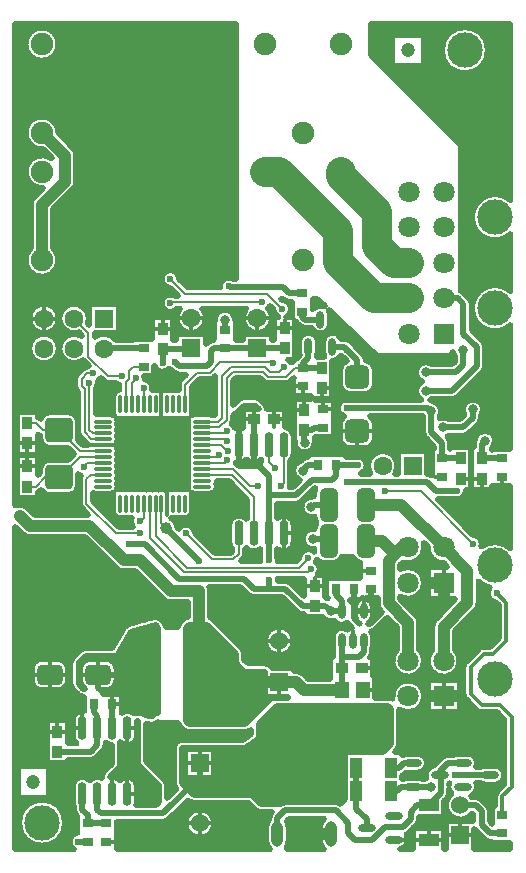
<source format=gtl>
G04 Layer_Physical_Order=1*
G04 Layer_Color=255*
%FSLAX24Y24*%
%MOIN*%
G70*
G01*
G75*
%ADD10C,0.0197*%
%ADD11R,0.0394X0.0354*%
%ADD12R,0.0354X0.0276*%
%ADD13R,0.0354X0.0394*%
%ADD14R,0.0276X0.0354*%
%ADD15O,0.0236X0.0531*%
%ADD16R,0.0453X0.0571*%
%ADD17O,0.0295X0.0800*%
%ADD18O,0.0591X0.0281*%
%ADD19C,0.0472*%
%ADD20R,0.0413X0.0689*%
%ADD21R,0.0689X0.0413*%
G04:AMPARAMS|DCode=22|XSize=86.6mil|YSize=68.9mil|CornerRadius=17.2mil|HoleSize=0mil|Usage=FLASHONLY|Rotation=0.000|XOffset=0mil|YOffset=0mil|HoleType=Round|Shape=RoundedRectangle|*
%AMROUNDEDRECTD22*
21,1,0.0866,0.0344,0,0,0.0*
21,1,0.0522,0.0689,0,0,0.0*
1,1,0.0344,0.0261,-0.0172*
1,1,0.0344,-0.0261,-0.0172*
1,1,0.0344,-0.0261,0.0172*
1,1,0.0344,0.0261,0.0172*
%
%ADD22ROUNDEDRECTD22*%
%ADD23R,0.0394X0.0394*%
G04:AMPARAMS|DCode=24|XSize=110.2mil|YSize=59.1mil|CornerRadius=14.8mil|HoleSize=0mil|Usage=FLASHONLY|Rotation=90.000|XOffset=0mil|YOffset=0mil|HoleType=Round|Shape=RoundedRectangle|*
%AMROUNDEDRECTD24*
21,1,0.1102,0.0295,0,0,90.0*
21,1,0.0807,0.0591,0,0,90.0*
1,1,0.0295,0.0148,0.0404*
1,1,0.0295,0.0148,-0.0404*
1,1,0.0295,-0.0148,-0.0404*
1,1,0.0295,-0.0148,0.0404*
%
%ADD24ROUNDEDRECTD24*%
G04:AMPARAMS|DCode=25|XSize=82.7mil|YSize=78.7mil|CornerRadius=19.7mil|HoleSize=0mil|Usage=FLASHONLY|Rotation=180.000|XOffset=0mil|YOffset=0mil|HoleType=Round|Shape=RoundedRectangle|*
%AMROUNDEDRECTD25*
21,1,0.0827,0.0394,0,0,180.0*
21,1,0.0433,0.0787,0,0,180.0*
1,1,0.0394,-0.0217,0.0197*
1,1,0.0394,0.0217,0.0197*
1,1,0.0394,0.0217,-0.0197*
1,1,0.0394,-0.0217,-0.0197*
%
%ADD25ROUNDEDRECTD25*%
%ADD26O,0.0281X0.0591*%
%ADD27O,0.0295X0.0850*%
%ADD28O,0.0630X0.0118*%
%ADD29O,0.0118X0.0630*%
G04:AMPARAMS|DCode=30|XSize=90.6mil|YSize=82.7mil|CornerRadius=12.4mil|HoleSize=0mil|Usage=FLASHONLY|Rotation=0.000|XOffset=0mil|YOffset=0mil|HoleType=Round|Shape=RoundedRectangle|*
%AMROUNDEDRECTD30*
21,1,0.0906,0.0579,0,0,0.0*
21,1,0.0657,0.0827,0,0,0.0*
1,1,0.0248,0.0329,-0.0289*
1,1,0.0248,-0.0329,-0.0289*
1,1,0.0248,-0.0329,0.0289*
1,1,0.0248,0.0329,0.0289*
%
%ADD30ROUNDEDRECTD30*%
G04:AMPARAMS|DCode=31|XSize=279.5mil|YSize=218.5mil|CornerRadius=10.9mil|HoleSize=0mil|Usage=FLASHONLY|Rotation=90.000|XOffset=0mil|YOffset=0mil|HoleType=Round|Shape=RoundedRectangle|*
%AMROUNDEDRECTD31*
21,1,0.2795,0.1967,0,0,90.0*
21,1,0.2577,0.2185,0,0,90.0*
1,1,0.0219,0.0983,0.1288*
1,1,0.0219,0.0983,-0.1288*
1,1,0.0219,-0.0983,-0.1288*
1,1,0.0219,-0.0983,0.1288*
%
%ADD31ROUNDEDRECTD31*%
%ADD32O,0.0394X0.0846*%
%ADD33C,0.0079*%
%ADD34C,0.0118*%
%ADD35C,0.0394*%
%ADD36C,0.0213*%
%ADD37C,0.0984*%
%ADD38R,0.0630X0.0630*%
%ADD39C,0.0630*%
%ADD40C,0.1181*%
%ADD41C,0.0709*%
%ADD42R,0.0709X0.0709*%
%ADD43C,0.0748*%
%ADD44C,0.0600*%
%ADD45R,0.0600X0.0600*%
%ADD46R,0.0630X0.0630*%
%ADD47C,0.0236*%
%ADD48C,0.0394*%
%ADD49C,0.0315*%
%ADD50C,0.0787*%
G36*
X37941Y26689D02*
X38071Y26649D01*
X38222Y26588D01*
X38361Y26505D01*
X38487Y26401D01*
X38491Y26397D01*
X38640Y26231D01*
X38766Y26047D01*
X38866Y25848D01*
X38939Y25638D01*
X38983Y25419D01*
X38998Y25197D01*
X38983Y24975D01*
X38939Y24756D01*
X38866Y24546D01*
X38766Y24347D01*
X38640Y24163D01*
X38491Y23997D01*
X38489Y23995D01*
X38362Y23890D01*
X38221Y23805D01*
X38068Y23744D01*
X37934Y23702D01*
X37861Y23694D01*
X37790Y23712D01*
X37731Y23756D01*
X37692Y23818D01*
X37678Y23890D01*
Y26496D01*
X37692Y26570D01*
X37732Y26634D01*
X37793Y26679D01*
X37866Y26698D01*
X37941Y26689D01*
D02*
G37*
G36*
X36521Y26681D02*
X36580Y26638D01*
X36619Y26576D01*
X36633Y26504D01*
Y23898D01*
X36619Y23824D01*
X36579Y23760D01*
X36518Y23715D01*
X36445Y23696D01*
X36370Y23704D01*
X36240Y23745D01*
X36089Y23805D01*
X35950Y23889D01*
X35825Y23993D01*
X35820Y23997D01*
X35671Y24163D01*
X35545Y24347D01*
X35445Y24546D01*
X35372Y24756D01*
X35328Y24975D01*
X35313Y25197D01*
X35328Y25419D01*
X35372Y25638D01*
X35445Y25848D01*
X35545Y26047D01*
X35671Y26231D01*
X35820Y26397D01*
X35822Y26399D01*
X35949Y26504D01*
X36090Y26588D01*
X36243Y26650D01*
X36377Y26692D01*
X36450Y26700D01*
X36521Y26681D01*
D02*
G37*
D10*
X40965Y19447D02*
G03*
X41022Y19646I-317J199D01*
G01*
Y20098D02*
G03*
X40965Y20297I-374J0D01*
G01*
X42069Y19646D02*
G03*
X42194Y19367I374J0D01*
G01*
X42201Y20384D02*
G03*
X42069Y20098I242J-285D01*
G01*
X40915Y20935D02*
G03*
X40733Y20866I0J-276D01*
G01*
X40915Y20935D02*
G03*
X40733Y20866I0J-276D01*
G01*
X42740Y20890D02*
G03*
X42589Y20935I-151J-230D01*
G01*
X42740Y20890D02*
G03*
X42589Y20935I-151J-230D01*
G01*
X34065Y25015D02*
G03*
X34220Y24724I349J0D01*
G01*
X34936Y24665D02*
G03*
X35285Y25015I0J349D01*
G01*
X34414Y25709D02*
G03*
X34065Y25359I0J-349D01*
G01*
X35285D02*
G03*
X34936Y25709I-349J0D01*
G01*
X35841Y23917D02*
G03*
X35453Y23919I-195J-259D01*
G01*
X40620Y24419D02*
G03*
X40547Y24409I0J-276D01*
G01*
X40620Y24419D02*
G03*
X40547Y24409I0J-276D01*
G01*
X43356Y26909D02*
G03*
X43386Y26890I177J236D01*
G01*
X43238Y27146D02*
G03*
X43297Y26969I295J0D01*
G01*
X43370Y27687D02*
G03*
X43238Y27441I163J-246D01*
G01*
X43829D02*
G03*
X43608Y27727I-295J0D01*
G01*
X43514Y27736D02*
G03*
X43459Y27727I20J-295D01*
G01*
X43681Y26890D02*
G03*
X43829Y27146I-147J256D01*
G01*
X43996Y27559D02*
G03*
X44106Y27295I374J0D01*
G01*
X43996Y27559D02*
G03*
X44106Y27295I374J0D01*
G01*
X39317Y32200D02*
G03*
X39257Y32242I-153J-153D01*
G01*
X39316Y32200D02*
G03*
X39257Y32242I-153J-153D01*
G01*
X39228Y33414D02*
G03*
X39120Y33543I-271J-117D01*
G01*
X39262Y32256D02*
G03*
X39614Y32357I103J308D01*
G01*
X39488Y33419D02*
G03*
X39228Y33414I-124J-300D01*
G01*
X39120Y33543D02*
G03*
X39173Y33685I-164J142D01*
G01*
X39120Y33543D02*
G03*
X39173Y33685I-164J142D01*
G01*
X39614Y32357D02*
G03*
X40108Y32350I250J207D01*
G01*
X35396Y21665D02*
G03*
X35071Y21774I-250J-207D01*
G01*
X35970Y21458D02*
G03*
X35396Y21665I-325J0D01*
G01*
X35404Y22937D02*
G03*
X35970Y23153I242J216D01*
G01*
X35949Y20837D02*
G03*
X35970Y20953I-303J117D01*
G01*
X33570Y20252D02*
G03*
X33570Y20252I-768J0D01*
G01*
D02*
G03*
X33570Y20252I-768J0D01*
G01*
X33821Y20953D02*
G03*
X33870Y20781I325J0D01*
G01*
X33976Y19909D02*
G03*
X33858Y19367I39J-293D01*
G01*
X35295Y20272D02*
G03*
X35460Y20285I59J289D01*
G01*
X33870Y20677D02*
G03*
X33951Y20482I276J0D01*
G01*
X33870Y20677D02*
G03*
X33951Y20482I276J0D01*
G01*
X34396Y21665D02*
G03*
X33821Y21458I-250J-207D01*
G01*
X34797Y21745D02*
G03*
X34396Y21665I-152J-287D01*
G01*
X34876Y21969D02*
G03*
X34797Y21745I195J-195D01*
G01*
X34876Y21969D02*
G03*
X34797Y21745I195J-195D01*
G01*
X33821Y23153D02*
G03*
X33950Y22894I325J0D01*
G01*
X34419Y22343D02*
G03*
X34614Y22423I0J276D01*
G01*
X34419Y22343D02*
G03*
X34614Y22423I0J276D01*
G01*
X34841Y22650D02*
G03*
X34921Y22844I-195J195D01*
G01*
X34213Y23976D02*
G03*
X33821Y23658I-67J-318D01*
G01*
X34841Y22650D02*
G03*
X34921Y22844I-195J195D01*
G01*
X33988Y24530D02*
G03*
X34183Y24449I195J195D01*
G01*
X33988Y24530D02*
G03*
X34183Y24449I195J195D01*
G01*
X34921Y22918D02*
G03*
X35128Y22829I224J235D01*
G01*
X32451Y25015D02*
G03*
X32800Y24665I349J0D01*
G01*
Y25709D02*
G03*
X32451Y25359I0J-349D01*
G01*
X33322Y24665D02*
G03*
X33671Y25015I0J349D01*
G01*
Y25359D02*
G03*
X33322Y25709I-349J0D01*
G01*
X32331Y30747D02*
G03*
X31917Y30825I-264J-264D01*
G01*
X32332Y30746D02*
G03*
X31917Y30825I-265J-264D01*
G01*
X32137Y29883D02*
G03*
X32402Y29774I264J264D01*
G01*
X32137Y29883D02*
G03*
X32402Y29774I264J264D01*
G01*
X32665Y31254D02*
G03*
X32742Y31304I-76J203D01*
G01*
X32665Y31254D02*
G03*
X32742Y31304I-76J203D01*
G01*
X32776Y31338D02*
G03*
X33045Y31171I269J135D01*
G01*
X33750Y24882D02*
G03*
X33831Y24687I276J0D01*
G01*
X33750Y24882D02*
G03*
X33831Y24687I276J0D01*
G01*
Y25766D02*
G03*
X33750Y25571I195J-195D01*
G01*
X33831Y25766D02*
G03*
X33750Y25571I195J-195D01*
G01*
X34262Y26083D02*
G03*
X34067Y26002I0J-276D01*
G01*
X34262Y26083D02*
G03*
X34067Y26002I0J-276D01*
G01*
X35257Y28741D02*
G03*
X35522Y28632I264J264D01*
G01*
X35257Y28741D02*
G03*
X35522Y28632I264J264D01*
G01*
X35706Y26880D02*
G03*
X35540Y26753I71J-266D01*
G01*
X35706Y26880D02*
G03*
X35540Y26753I71J-266D01*
G01*
X34065Y30886D02*
G03*
X34128Y30733I217J0D01*
G01*
X34065Y30886D02*
G03*
X34129Y30732I217J0D01*
G01*
X33702Y31171D02*
G03*
X34004Y31472I0J301D01*
G01*
X34498Y31234D02*
G03*
X34577Y31220I79J223D01*
G01*
X35502Y30415D02*
G03*
X35699Y30415I98J215D01*
G01*
X35167Y30630D02*
G03*
X35502Y30415I236J0D01*
G01*
X35089Y31220D02*
G03*
X35190Y31244I0J236D01*
G01*
X35190Y31244D02*
G03*
X35167Y31142I213J-102D01*
G01*
X35302Y31355D02*
G03*
X35325Y31457I-213J102D01*
G01*
X35502Y31356D02*
G03*
X35302Y31355I-98J-215D01*
G01*
X35699Y31356D02*
G03*
X35502Y31356I-98J-215D01*
G01*
X35325Y31457D02*
G03*
X35303Y31555I-236J0D01*
G01*
X36850Y20285D02*
G03*
X37045Y20366I0J276D01*
G01*
X36850Y20285D02*
G03*
X37045Y20366I0J276D01*
G01*
X36978Y21486D02*
G03*
X36898Y21681I-276J0D01*
G01*
X36978Y21486D02*
G03*
X36898Y21681I-276J0D01*
G01*
X37195Y21575D02*
G03*
X37276Y21380I276J0D01*
G01*
X37195Y21575D02*
G03*
X37276Y21380I276J0D01*
G01*
X36938Y26772D02*
G03*
X36858Y26947I-275J-20D01*
G01*
X36938Y26772D02*
G03*
X36858Y26947I-275J-20D01*
G01*
X37470Y23022D02*
G03*
X37195Y22746I0J-276D01*
G01*
X37470Y23022D02*
G03*
X37195Y22746I0J-276D01*
G01*
X37404Y26937D02*
G03*
X37324Y26772I195J-195D01*
G01*
X37404Y26937D02*
G03*
X37324Y26772I195J-195D01*
G01*
X37332Y23573D02*
G03*
X37404Y23447I267J69D01*
G01*
X37332Y23573D02*
G03*
X37404Y23447I267J69D01*
G01*
X38538Y20226D02*
G03*
X38538Y20226I-477J0D01*
G01*
X39904Y20681D02*
G03*
X40098Y20600I195J195D01*
G01*
X39904Y20681D02*
G03*
X40098Y20600I195J195D01*
G01*
X37669Y20986D02*
G03*
X37864Y20906I195J195D01*
G01*
X37669Y20986D02*
G03*
X37864Y20906I195J195D01*
G01*
X37935Y23268D02*
G03*
X38147Y23268I106J276D01*
G01*
X37502Y23348D02*
G03*
X37697Y23268I195J195D01*
G01*
X37502Y23348D02*
G03*
X37697Y23268I195J195D01*
G01*
X39577D02*
G03*
X39754Y23332I0J276D01*
G01*
X39577Y23268D02*
G03*
X39754Y23332I0J276D01*
G01*
X39537Y25886D02*
G03*
X39457Y26081I-276J0D01*
G01*
X39537Y25886D02*
G03*
X39457Y26081I-276J0D01*
G01*
X36780Y27026D02*
G03*
X36513Y27097I-195J-195D01*
G01*
X36780Y27026D02*
G03*
X36513Y27097I-195J-195D01*
G01*
X37657Y27122D02*
G03*
X37512Y27045I49J-271D01*
G01*
X37657Y27122D02*
G03*
X37512Y27045I49J-271D01*
G01*
X36822Y27708D02*
G03*
X37087Y27598I264J264D01*
G01*
X36822Y27708D02*
G03*
X37087Y27598I264J264D01*
G01*
X37312Y30095D02*
G03*
X37103Y30405I-373J-27D01*
G01*
X37903Y29903D02*
G03*
X37358Y30049I-295J-11D01*
G01*
X35785Y30394D02*
G03*
X35827Y30118I278J-99D01*
G01*
X35699Y30415D02*
G03*
X35785Y30394I98J215D01*
G01*
X35896Y31356D02*
G03*
X35699Y31356I-98J-215D01*
G01*
X36880D02*
G03*
X36683Y31356I-98J-215D01*
G01*
X37077D02*
G03*
X36880Y31356I-98J-215D01*
G01*
X36289D02*
G03*
X36093Y31356I-98J-215D01*
G01*
D02*
G03*
X35896Y31356I-98J-215D01*
G01*
X36683D02*
G03*
X36486Y31356I-98J-215D01*
G01*
D02*
G03*
X36289Y31356I-98J-215D01*
G01*
X37274Y30415D02*
G03*
X37470Y30415I98J215D01*
G01*
X37103Y30405D02*
G03*
X37274Y30415I72J225D01*
G01*
X37470D02*
G03*
X37805Y30630I98J215D01*
G01*
X37470Y31356D02*
G03*
X37274Y31356I-98J-215D01*
G01*
X37274D02*
G03*
X37077Y31356I-98J-215D01*
G01*
X37671Y31355D02*
G03*
X37470Y31356I-102J-213D01*
G01*
X37669Y31555D02*
G03*
X37671Y31355I215J-98D01*
G01*
X37805Y31142D02*
G03*
X37782Y31244I-236J0D01*
G01*
X37782Y31244D02*
G03*
X37884Y31220I102J213D01*
G01*
X37669Y31752D02*
G03*
X37669Y31555I215J-98D01*
G01*
X38492Y27045D02*
G03*
X38406Y27104I-195J-195D01*
G01*
X38492Y27045D02*
G03*
X38406Y27104I-195J-195D01*
G01*
Y27972D02*
G03*
X38383Y28100I-374J0D01*
G01*
X38406Y27972D02*
G03*
X38383Y28100I-374J0D01*
G01*
X39517Y29053D02*
G03*
X39581Y29207I-153J153D01*
G01*
X39517Y29054D02*
G03*
X39581Y29207I-153J153D01*
G01*
X39667Y27846D02*
G03*
X39862Y27766I195J195D01*
G01*
X39667Y27846D02*
G03*
X39862Y27766I195J195D01*
G01*
X38396Y31220D02*
G03*
X38632Y31457I0J236D01*
G01*
D02*
G03*
X38610Y31555I-236J0D01*
G01*
X39039Y29614D02*
G03*
X39148Y29372I325J0D01*
G01*
X39614Y30376D02*
G03*
X39039Y30169I-250J-207D01*
G01*
X39614Y29407D02*
G03*
X40081Y29372I250J207D01*
G01*
X39581Y29372D02*
G03*
X39614Y29407I-217J242D01*
G01*
X39648Y30411D02*
G03*
X39614Y30376I217J-242D01*
G01*
X33045Y32352D02*
G03*
X32744Y32051I0J-301D01*
G01*
X32671Y33184D02*
G03*
X32744Y33136I153J153D01*
G01*
X32672Y33184D02*
G03*
X32744Y33136I153J153D01*
G01*
Y33047D02*
G03*
X33045Y32746I301J0D01*
G01*
X32752Y33716D02*
G03*
X32665Y33769I-153J-153D01*
G01*
X32752Y33716D02*
G03*
X32665Y33769I-153J-153D01*
G01*
X33045Y33927D02*
G03*
X32756Y33711I0J-301D01*
G01*
X34098Y31817D02*
G03*
X34065Y31703I184J-114D01*
G01*
X34004Y31870D02*
G03*
X34098Y31817I189J227D01*
G01*
X34004Y33626D02*
G03*
X33702Y33927I-301J0D01*
G01*
X34002Y33015D02*
G03*
X34004Y33047I-299J33D01*
G01*
X34006Y33258D02*
G03*
X34070Y33104I217J0D01*
G01*
X34006Y33258D02*
G03*
X34069Y33105I217J0D01*
G01*
X34098Y31817D02*
G03*
X34065Y31703I184J-114D01*
G01*
X34295Y32879D02*
G03*
X34324Y32854I153J153D01*
G01*
X34296Y32878D02*
G03*
X34324Y32854I153J153D01*
G01*
X35325Y32047D02*
G03*
X35303Y32146I-236J0D01*
G01*
D02*
G03*
X35325Y32244I-215J98D01*
G01*
Y31654D02*
G03*
X35303Y31752I-236J0D01*
G01*
X35325Y31850D02*
G03*
X35303Y31949I-236J0D01*
G01*
X35325Y32638D02*
G03*
X35303Y32736I-236J0D01*
G01*
Y32736D02*
G03*
X35325Y32835I-215J98D01*
G01*
X35303Y32343D02*
G03*
X35325Y32441I-215J98D01*
G01*
D02*
G03*
X35303Y32539I-236J0D01*
G01*
X35190Y33835D02*
G03*
X35089Y33858I-102J-213D01*
G01*
X35167Y33937D02*
G03*
X35190Y33835I236J0D01*
G01*
X33971Y35202D02*
G03*
X33907Y35049I153J-153D01*
G01*
Y34793D02*
G03*
X33971Y34640I217J0D01*
G01*
Y35203D02*
G03*
X33907Y35049I153J-153D01*
G01*
Y34793D02*
G03*
X33971Y34640I217J0D01*
G01*
X34170Y35668D02*
G03*
X34197Y35634I181J119D01*
G01*
X34596Y34721D02*
G03*
X34675Y34921I-217J201D01*
G01*
X34301Y35443D02*
G03*
X34148Y35379I0J-217D01*
G01*
X34301Y35443D02*
G03*
X34148Y35379I0J-217D01*
G01*
X34353Y35478D02*
G03*
X34307Y35443I154J-252D01*
G01*
X34170Y35668D02*
G03*
X34198Y35634I181J119D01*
G01*
X34675Y34921D02*
G03*
X34669Y34979I-295J0D01*
G01*
X34855Y34977D02*
G03*
X35008Y34913I153J153D01*
G01*
X34855Y34977D02*
G03*
X35008Y34913I153J153D01*
G01*
X34669Y34979D02*
G03*
X34760Y35072I-162J247D01*
G01*
X35266Y36346D02*
G03*
X34567Y36446I-398J-289D01*
G01*
X33360Y36057D02*
G03*
X33360Y36057I-492J0D01*
G01*
Y37057D02*
G03*
X33360Y37057I-492J0D01*
G01*
X32426Y39402D02*
G03*
X33351Y38997I374J-405D01*
G01*
X32536Y41116D02*
G03*
X32426Y40851I264J-264D01*
G01*
X32536Y41116D02*
G03*
X32426Y40851I264J-264D01*
G01*
X33118Y42400D02*
G03*
X32819Y41399I-318J-450D01*
G01*
X33351Y43247D02*
G03*
X32822Y42696I-551J0D01*
G01*
X33351Y46200D02*
G03*
X33351Y46200I-551J0D01*
G01*
X34134Y36471D02*
G03*
X34170Y35668I-266J-414D01*
G01*
X34360Y37057D02*
G03*
X34027Y36591I-492J0D01*
G01*
X34334Y36898D02*
G03*
X34360Y37057I-466J159D01*
G01*
X33351Y38997D02*
G03*
X33174Y39402I-551J0D01*
G01*
X33837Y41360D02*
G03*
X33947Y41624I-264J264D01*
G01*
Y42474D02*
G03*
X33837Y42739I-374J0D01*
G01*
X33947Y42474D02*
G03*
X33837Y42739I-374J0D01*
G01*
Y41360D02*
G03*
X33947Y41624I-264J264D01*
G01*
X35303Y31949D02*
G03*
X35325Y32047I-215J98D01*
G01*
Y32244D02*
G03*
X35303Y32343I-236J0D01*
G01*
Y31555D02*
G03*
X35325Y31654I-215J98D01*
G01*
X35303Y31752D02*
G03*
X35325Y31850I-215J98D01*
G01*
X35303Y32933D02*
G03*
X35325Y33031I-215J98D01*
G01*
D02*
G03*
X35303Y33130I-236J0D01*
G01*
Y32539D02*
G03*
X35325Y32638I-215J98D01*
G01*
Y32835D02*
G03*
X35303Y32933I-236J0D01*
G01*
Y33327D02*
G03*
X35325Y33425I-215J98D01*
G01*
D02*
G03*
X35303Y33524I-236J0D01*
G01*
Y33130D02*
G03*
X35325Y33228I-215J98D01*
G01*
D02*
G03*
X35303Y33327I-236J0D01*
G01*
Y33524D02*
G03*
X35325Y33622I-215J98D01*
G01*
X35502Y33722D02*
G03*
X35699Y33722I98J215D01*
G01*
X36486D02*
G03*
X36683Y33722I98J215D01*
G01*
X35699D02*
G03*
X35896Y33722I98J215D01*
G01*
X35325Y33622D02*
G03*
X35302Y33724I-236J0D01*
G01*
X35302Y33724D02*
G03*
X35502Y33722I102J213D01*
G01*
X36093D02*
G03*
X36289Y33722I98J215D01*
G01*
X35896D02*
G03*
X36093Y33722I98J215D01*
G01*
X36289D02*
G03*
X36486Y33722I98J215D01*
G01*
X35384Y34684D02*
G03*
X35167Y34449I20J-235D01*
G01*
X36683Y34664D02*
G03*
X36486Y34664I-98J-215D01*
G01*
X36476Y34668D02*
G03*
X36486Y34744I-285J76D01*
G01*
X36880Y33722D02*
G03*
X37077Y33722I98J215D01*
G01*
X36683D02*
G03*
X36880Y33722I98J215D01*
G01*
Y34664D02*
G03*
X36683Y34664I-98J-215D01*
G01*
X37077D02*
G03*
X36880Y34664I-98J-215D01*
G01*
X37077Y33722D02*
G03*
X37274Y33722I98J215D01*
G01*
X37274D02*
G03*
X37470Y33722I98J215D01*
G01*
X37274Y34664D02*
G03*
X37077Y34664I-98J-215D01*
G01*
X37352Y34684D02*
G03*
X37274Y34664I20J-235D01*
G01*
X35254Y34913D02*
G03*
X35384Y34843I201J217D01*
G01*
X36222Y35061D02*
G03*
X36212Y35138I-295J0D01*
G01*
X36486Y34744D02*
G03*
X36221Y35038I-295J0D01*
G01*
X37172Y35272D02*
G03*
X37372Y35189I200J200D01*
G01*
X37171Y35272D02*
G03*
X37372Y35189I201J200D01*
G01*
X37043Y35386D02*
G03*
X37092Y35351I192J225D01*
G01*
X36545Y35475D02*
G03*
X37043Y35386I276J106D01*
G01*
X37669Y32343D02*
G03*
X37669Y32146I215J-98D01*
G01*
Y32539D02*
G03*
X37669Y32343I215J-98D01*
G01*
Y31949D02*
G03*
X37669Y31752I215J-98D01*
G01*
Y32146D02*
G03*
X37669Y31949I215J-98D01*
G01*
Y32736D02*
G03*
X37669Y32539I215J-98D01*
G01*
Y32933D02*
G03*
X37669Y32736I215J-98D01*
G01*
Y33130D02*
G03*
X37669Y32933I215J-98D01*
G01*
X37470Y33722D02*
G03*
X37671Y33724I98J215D01*
G01*
X37669Y33327D02*
G03*
X37669Y33130I215J-98D01*
G01*
Y33524D02*
G03*
X37669Y33327I215J-98D01*
G01*
X37671Y33724D02*
G03*
X37669Y33524I213J-102D01*
G01*
X38490Y33839D02*
G03*
X38396Y33858I-94J-217D01*
G01*
X37782Y33835D02*
G03*
X37805Y33937I-213J102D01*
G01*
X37884Y33858D02*
G03*
X37782Y33835I0J-236D01*
G01*
X37805Y34449D02*
G03*
X37785Y34543I-236J0D01*
G01*
X38610Y31555D02*
G03*
X38631Y31634I-215J98D01*
G01*
X40106Y34348D02*
G03*
X39911Y34429I-195J-195D01*
G01*
X40106Y34348D02*
G03*
X39911Y34429I-195J-195D01*
G01*
X39528D02*
G03*
X39333Y34348I0J-276D01*
G01*
X39528Y34429D02*
G03*
X39333Y34348I0J-276D01*
G01*
X37416Y35005D02*
G03*
X37352Y34852I153J-153D01*
G01*
X37416Y35006D02*
G03*
X37352Y34852I153J-153D01*
G01*
X38390Y35031D02*
G03*
X38543Y35095I0J217D01*
G01*
X38524Y36346D02*
G03*
X38323Y36263I0J-283D01*
G01*
X38524Y36346D02*
G03*
X38323Y36263I0J-283D01*
G01*
X38390Y35031D02*
G03*
X38544Y35095I0J217D01*
G01*
X37401Y37382D02*
G03*
X38268Y37063I375J-319D01*
G01*
D02*
G03*
X38150Y37382I-492J0D01*
G01*
X39232Y37018D02*
G03*
X38564Y36988I-335J0D01*
G01*
X39605Y37382D02*
G03*
X40472Y37063I375J-319D01*
G01*
X37240Y37815D02*
G03*
X37305Y37382I-163J-246D01*
G01*
X37372Y38377D02*
G03*
X37055Y38082I-295J-1D01*
G01*
X39203Y38366D02*
G03*
X38733Y38091I-177J-236D01*
G01*
X40274Y19646D02*
G03*
X40399Y19367I374J0D01*
G01*
X40372Y20351D02*
G03*
X40274Y20098I276J-253D01*
G01*
X40453Y20587D02*
G03*
X40372Y20392I195J-195D01*
G01*
X40453Y20587D02*
G03*
X40372Y20392I195J-195D01*
G01*
X41524Y25196D02*
G03*
X41260Y25305I-264J-264D01*
G01*
X40478Y25408D02*
G03*
X40231Y25561I-247J-123D01*
G01*
X40478Y25408D02*
G03*
X40231Y25561I-247J-123D01*
G01*
X41524Y25196D02*
G03*
X41260Y25305I-264J-264D01*
G01*
X42490Y26161D02*
G03*
X42510Y26055I295J0D01*
G01*
X41186Y26309D02*
G03*
X41186Y26309I-477J0D01*
G01*
X42972Y26685D02*
G03*
X42490Y26457I-187J-229D01*
G01*
X42541Y26981D02*
G03*
X42969Y26915I245J165D01*
G01*
X43736Y25758D02*
G03*
X43809Y25945I-202J187D01*
G01*
X43736Y25758D02*
G03*
X43809Y25945I-202J187D01*
G01*
Y26055D02*
G03*
X43829Y26161I-276J106D01*
G01*
X43129Y26750D02*
G03*
X42972Y26685I31J-294D01*
G01*
X43102Y26774D02*
G03*
X43129Y26750I195J195D01*
G01*
X43102Y26774D02*
G03*
X43129Y26750I195J195D01*
G01*
X42969Y26915D02*
G03*
X43004Y26872I230J152D01*
G01*
X42969Y26915D02*
G03*
X43004Y26872I230J152D01*
G01*
X43829Y26457D02*
G03*
X43780Y26619I-295J0D01*
G01*
X43780Y26619D02*
G03*
X43925Y26695I-50J271D01*
G01*
X43780Y26619D02*
G03*
X43925Y26695I-50J271D01*
G01*
X44745Y19367D02*
G03*
X45004Y19679I-58J312D01*
G01*
D02*
G03*
X44951Y19855I-318J0D01*
G01*
D02*
G03*
X45018Y19904I-128J244D01*
G01*
X44951Y19855D02*
G03*
X45018Y19904I-128J244D01*
G01*
X44841Y22511D02*
G03*
X44803Y22503I33J-274D01*
G01*
X44841Y22511D02*
G03*
X44803Y22503I33J-274D01*
G01*
Y21816D02*
G03*
X44909Y21882I-89J261D01*
G01*
X44803Y21816D02*
G03*
X44909Y21882I-89J261D01*
G01*
X45003Y21755D02*
G03*
X44845Y21713I0J-318D01*
G01*
X44951Y21924D02*
G03*
X45003Y21919I51J313D01*
G01*
X45303Y20189D02*
G03*
X45384Y20384I-195J195D01*
G01*
X45303Y20189D02*
G03*
X45384Y20384I-195J195D01*
G01*
X45312Y21919D02*
G03*
X45630Y22237I0J318D01*
G01*
D02*
G03*
X45312Y22555I-318J0D01*
G01*
X45470Y21713D02*
G03*
X45312Y21755I-158J-276D01*
G01*
X45608Y21746D02*
G03*
X45554Y21713I150J-299D01*
G01*
X44481Y24386D02*
G03*
X44350Y24419I-131J-242D01*
G01*
X44481Y24386D02*
G03*
X44350Y24419I-131J-242D01*
G01*
X44634Y22679D02*
G03*
X44715Y22874I-195J195D01*
G01*
X44634Y22679D02*
G03*
X44715Y22874I-195J195D01*
G01*
X45003Y22555D02*
G03*
X44841Y22511I0J-318D01*
G01*
X44715Y24021D02*
G03*
X45539Y24465I293J444D01*
G01*
D02*
G03*
X44481Y24386I-531J0D01*
G01*
X44633Y26024D02*
G03*
X45539Y25646I374J-378D01*
G01*
D02*
G03*
X45381Y26024I-531J0D01*
G01*
X40659Y28327D02*
G03*
X40655Y28376I-295J0D01*
G01*
X40081Y29089D02*
G03*
X40072Y28967I283J-83D01*
G01*
X40657D02*
G03*
X40659Y29006I-293J39D01*
G01*
D02*
G03*
X40648Y29089I-295J0D01*
G01*
X41291Y27276D02*
G03*
X41486Y27195I195J195D01*
G01*
X41291Y27276D02*
G03*
X41486Y27195I195J195D01*
G01*
X41110Y28236D02*
G03*
X40915Y28317I-195J-195D01*
G01*
X41110Y28236D02*
G03*
X40915Y28317I-195J-195D01*
G01*
X41880Y29286D02*
G03*
X41378Y29066I-207J-211D01*
G01*
X40648Y29372D02*
G03*
X41189Y29614I217J242D01*
G01*
Y30169D02*
G03*
X40648Y30411I-325J0D01*
G01*
X41059Y31437D02*
G03*
X41063Y31486I-291J49D01*
G01*
X41063Y31496D02*
G03*
X41081Y31583I-199J86D01*
G01*
X41063Y31496D02*
G03*
X41081Y31583I-199J86D01*
G01*
X41880Y30034D02*
G03*
X41880Y29375I-59J-329D01*
G01*
X41280Y30886D02*
G03*
X41474Y30967I0J276D01*
G01*
X41755Y31111D02*
G03*
X41880Y30458I26J-334D01*
G01*
X41420Y32312D02*
G03*
X41399Y31671I86J-323D01*
G01*
X41280Y30886D02*
G03*
X41474Y30967I0J276D01*
G01*
X42151Y27096D02*
G03*
X42541Y26981I271J197D01*
G01*
X42329Y27733D02*
G03*
X42274Y27744I-85J-262D01*
G01*
X42329Y27733D02*
G03*
X42274Y27744I-85J-262D01*
G01*
X45381Y26922D02*
G03*
X45272Y27187I-374J0D01*
G01*
X45381Y26922D02*
G03*
X45272Y27187I-374J0D01*
G01*
X44744Y27783D02*
G03*
X45539Y28244I263J462D01*
G01*
D02*
G03*
X44744Y28706I-531J0D01*
G01*
X41954Y30246D02*
G03*
X41880Y30039I251J-207D01*
G01*
X41990Y28514D02*
G03*
X42057Y28701I-229J187D01*
G01*
D02*
G03*
X41936Y28939I-295J0D01*
G01*
D02*
G03*
X41963Y29016I-262J135D01*
G01*
X41860Y31132D02*
G03*
X41755Y31111I0J-276D01*
G01*
X41880Y30453D02*
G03*
X41954Y30246I325J0D01*
G01*
X41860Y31132D02*
G03*
X41755Y31111I0J-276D01*
G01*
X41911Y31398D02*
G03*
X41880Y31260I294J-138D01*
G01*
X41963Y29016D02*
G03*
X42205Y28907I242J216D01*
G01*
X42500D02*
G03*
X42803Y29114I0J325D01*
G01*
X43162D02*
G03*
X43415Y28911I303J118D01*
G01*
X44835Y28923D02*
G03*
X45539Y29426I172J503D01*
G01*
D02*
G03*
X45520Y29565I-531J0D01*
G01*
X45857Y22150D02*
G03*
X45608Y21746I56J-313D01*
G01*
X46453Y21211D02*
G03*
X47129Y20554I286J-382D01*
G01*
X46287Y21035D02*
G03*
X46368Y21230I-195J195D01*
G01*
X46287Y21035D02*
G03*
X46368Y21230I-195J195D01*
G01*
X46385Y21564D02*
G03*
X46368Y21515I291J-127D01*
G01*
Y21359D02*
G03*
X46453Y21211I308J78D01*
G01*
X46332Y22513D02*
G03*
X46137Y22432I0J-276D01*
G01*
X46332Y22513D02*
G03*
X46137Y22432I0J-276D01*
G01*
X46676Y22555D02*
G03*
X46518Y22513I0J-318D01*
G01*
X46850Y24528D02*
G03*
X46920Y24361I236J0D01*
G01*
X46850Y24528D02*
G03*
X46920Y24361I236J0D01*
G01*
X47217Y20032D02*
G03*
X47256Y19982I234J145D01*
G01*
X47541Y19697D02*
G03*
X47736Y19616I195J195D01*
G01*
X47541Y19697D02*
G03*
X47736Y19616I195J195D01*
G01*
X47217Y20032D02*
G03*
X47256Y19982I234J145D01*
G01*
X47726Y20640D02*
G03*
X47646Y20835I-276J0D01*
G01*
X47726Y20640D02*
G03*
X47646Y20835I-276J0D01*
G01*
X47129Y21105D02*
G03*
X47101Y21141I-390J-276D01*
G01*
X47456Y21024D02*
G03*
X47261Y21105I-195J-195D01*
G01*
X47456Y21024D02*
G03*
X47261Y21105I-195J-195D01*
G01*
X47101Y21141D02*
G03*
X47303Y21437I-115J296D01*
G01*
D02*
G03*
X47278Y21561I-318J0D01*
G01*
X47428D02*
G03*
X47586Y21519I158J276D01*
G01*
Y22155D02*
G03*
X47428Y22113I0J-318D01*
G01*
X47278D02*
G03*
X47303Y22237I-292J124D01*
G01*
D02*
G03*
X46986Y22555I-318J0D01*
G01*
X47284Y23996D02*
G03*
X47451Y23927I167J167D01*
G01*
X47284Y23996D02*
G03*
X47451Y23927I167J167D01*
G01*
X47983Y21299D02*
G03*
X47913Y21132I167J-167D01*
G01*
X47896Y21519D02*
G03*
X48213Y21837I0J318D01*
G01*
X47983Y21299D02*
G03*
X47913Y21132I167J-167D01*
G01*
X48213Y21837D02*
G03*
X47896Y22155I-318J0D01*
G01*
X45924Y27053D02*
G03*
X45814Y26789I264J-264D01*
G01*
Y26024D02*
G03*
X46720Y25646I374J-378D01*
G01*
X45924Y27053D02*
G03*
X45814Y26789I264J-264D01*
G01*
X46720Y25646D02*
G03*
X46562Y26024I-531J0D01*
G01*
X45657Y29428D02*
G03*
X46191Y28894I531J-3D01*
G01*
X46541Y31041D02*
G03*
X46931Y31320I96J279D01*
G01*
X46920Y25620D02*
G03*
X46850Y25453I167J-167D01*
G01*
X46920Y25620D02*
G03*
X46850Y25453I167J-167D01*
G01*
X47243Y27314D02*
G03*
X47352Y27579I-264J264D01*
G01*
X47520Y26122D02*
G03*
X47353Y26053I0J-236D01*
G01*
X47520Y26122D02*
G03*
X47353Y26053I0J-236D01*
G01*
X47243Y27314D02*
G03*
X47352Y27579I-264J264D01*
G01*
X47461Y29557D02*
G03*
X47177Y29852I-295J0D01*
G01*
X47352Y28286D02*
G03*
X47727Y28085I537J549D01*
G01*
X47352Y28286D02*
G03*
X47727Y28085I537J549D01*
G01*
X47445Y29461D02*
G03*
X47461Y29557I-279J96D01*
G01*
X47727Y28085D02*
G03*
X47911Y27601I225J-191D01*
G01*
X48413Y29396D02*
G03*
X47445Y29461I-524J-561D01*
G01*
X48413Y29396D02*
G03*
X47445Y29461I-524J-561D01*
G01*
X41081Y32322D02*
G03*
X41189Y32564I-217J242D01*
G01*
Y33119D02*
G03*
X40906Y33441I-325J0D01*
G01*
X41673Y32451D02*
G03*
X41478Y32370I0J-276D01*
G01*
X41673Y32451D02*
G03*
X41478Y32370I0J-276D01*
G01*
X41224Y32972D02*
G03*
X41890Y32923I331J-49D01*
G01*
D02*
G03*
X41886Y32972I-335J0D01*
G01*
X40295Y34045D02*
G03*
X40215Y34240I-276J0D01*
G01*
X40295Y34045D02*
G03*
X40215Y34240I-276J0D01*
G01*
X40175Y34965D02*
G03*
X40328Y34902I153J153D01*
G01*
X40175Y34965D02*
G03*
X40328Y34902I153J153D01*
G01*
X40935D02*
G03*
X41088Y34965I0J217D01*
G01*
X40935Y34902D02*
G03*
X41088Y34965I0J217D01*
G01*
X41161Y35612D02*
G03*
X41115Y35592I59J-208D01*
G01*
X41161Y35612D02*
G03*
X41115Y35592I59J-208D01*
G01*
X43433Y31890D02*
G03*
X43622Y32165I-106J276D01*
G01*
D02*
G03*
X43251Y32451I-295J0D01*
G01*
X42726Y33100D02*
G03*
X43100Y32726I374J0D01*
G01*
X44650Y32146D02*
G03*
X43737Y31890I-492J0D01*
G01*
X43533Y32726D02*
G03*
X43907Y33100I0J374D01*
G01*
X44578Y31890D02*
G03*
X44650Y32146I-420J256D01*
G01*
X42872Y33791D02*
G03*
X42726Y33494I228J-297D01*
G01*
X43059Y34350D02*
G03*
X42872Y33791I-106J-276D01*
G01*
X43907Y33494D02*
G03*
X43750Y33799I-374J0D01*
G01*
X42726Y34911D02*
G03*
X43100Y34537I374J0D01*
G01*
X43533D02*
G03*
X43907Y34911I0J374D01*
G01*
X41115Y35592D02*
G03*
X41013Y35689I-249J-159D01*
G01*
X41321Y35766D02*
G03*
X41283Y35718I195J-195D01*
G01*
X41321Y35766D02*
G03*
X41283Y35718I195J-195D01*
G01*
X41959Y35800D02*
G03*
X42001Y35957I-276J158D01*
G01*
X41366D02*
G03*
X41390Y35835I318J0D01*
G01*
X42001Y36267D02*
G03*
X41366Y36267I-318J0D01*
G01*
X41789Y36747D02*
G03*
X42401Y36867I294J121D01*
G01*
X40472Y37063D02*
G03*
X40343Y37396I-492J0D01*
G01*
X40512Y37361D02*
G03*
X40678Y37106I295J11D01*
G01*
X40343Y37396D02*
G03*
X40397Y37476I-215J203D01*
G01*
X40901Y37652D02*
G03*
X40818Y37667I-94J-280D01*
G01*
X40947Y37632D02*
G03*
X41033Y37618I86J262D01*
G01*
X40947Y37632D02*
G03*
X41033Y37618I86J262D01*
G01*
X40839Y37699D02*
G03*
X40901Y37652I195J195D01*
G01*
X40839Y37699D02*
G03*
X40901Y37652I195J195D01*
G01*
X41375Y36827D02*
G03*
X41570Y36747I195J195D01*
G01*
X41375Y36827D02*
G03*
X41570Y36747I195J195D01*
G01*
X41250Y36959D02*
G03*
X41282Y36921I226J157D01*
G01*
X41250Y36959D02*
G03*
X41282Y36921I226J157D01*
G01*
X41102Y37372D02*
G03*
X40947Y37632I-295J0D01*
G01*
X40936Y37106D02*
G03*
X41102Y37372I-129J266D01*
G01*
X42226Y37461D02*
G03*
X41831Y37370I-143J-284D01*
G01*
X42166Y35957D02*
G03*
X42215Y35787I318J0D01*
G01*
X42480Y35640D02*
G03*
X42766Y35813I3J318D01*
G01*
X42956Y35650D02*
G03*
X42726Y35305I144J-345D01*
G01*
X42766Y35813D02*
G03*
X42853Y35754I207J211D01*
G01*
X42777Y36388D02*
G03*
X42166Y36267I-294J-121D01*
G01*
X43079Y36307D02*
G03*
X42884Y36388I-195J-195D01*
G01*
X43079Y36307D02*
G03*
X42884Y36388I-195J-195D01*
G01*
X43242Y36144D02*
G03*
X43092Y36293I-270J-120D01*
G01*
X43907Y35305D02*
G03*
X43593Y35674I-374J0D01*
G01*
Y35679D02*
G03*
X43512Y35874I-276J0D01*
G01*
X43593Y35679D02*
G03*
X43512Y35874I-276J0D01*
G01*
X42401Y37177D02*
G03*
X42360Y37333I-318J0D01*
G01*
X45787Y31833D02*
G03*
X45650Y31888I-167J-219D01*
G01*
X45504Y33265D02*
G03*
X45585Y33071I276J0D01*
G01*
X45504Y33265D02*
G03*
X45585Y33071I276J0D01*
G01*
X45787Y31833D02*
G03*
X45650Y31888I-167J-219D01*
G01*
X46316Y33119D02*
G03*
X46371Y33150I-135J306D01*
G01*
X46417Y32904D02*
G03*
X46337Y33098I-276J0D01*
G01*
X46371Y33701D02*
G03*
X46055Y33735I-190J-276D01*
G01*
X46417Y32904D02*
G03*
X46337Y33098I-276J0D01*
G01*
X45741Y34342D02*
G03*
X45790Y34370I-141J304D01*
G01*
X45474Y34956D02*
G03*
X45443Y34350I126J-310D01*
G01*
X45790Y35541D02*
G03*
X45474Y34956I-190J-276D01*
G01*
X45834Y34298D02*
G03*
X45741Y34342I-161J-224D01*
G01*
X46114Y33968D02*
G03*
X45834Y34298I-335J0D01*
G01*
D02*
G03*
X45741Y34342I-161J-224D01*
G01*
X46055Y33778D02*
G03*
X46114Y33968I-276J190D01*
G01*
X47239Y33038D02*
G03*
X47185Y32874I222J-164D01*
G01*
X47239Y33038D02*
G03*
X47185Y32874I222J-164D01*
G01*
X46841Y33150D02*
G03*
X47035Y33230I0J276D01*
G01*
X46841Y33150D02*
G03*
X47035Y33230I0J276D01*
G01*
X47904Y32982D02*
G03*
X47239Y33038I-335J0D01*
G01*
X47815Y32755D02*
G03*
X47904Y32982I-246J227D01*
G01*
X47360Y33555D02*
G03*
X47441Y33750I-195J195D01*
G01*
X47360Y33555D02*
G03*
X47441Y33750I-195J195D01*
G01*
X47500Y34026D02*
G03*
X46879Y33853I-335J0D01*
G01*
X46476Y34370D02*
G03*
X46671Y34451I0J276D01*
G01*
X46476Y34370D02*
G03*
X46671Y34451I0J276D01*
G01*
X47441Y33836D02*
G03*
X47500Y34026I-276J190D01*
G01*
X46506Y35925D02*
G03*
X46555Y35814I325J79D01*
G01*
X47579Y36102D02*
G03*
X47498Y36297I-276J0D01*
G01*
X47579Y36102D02*
G03*
X47498Y36297I-276J0D01*
G01*
Y35278D02*
G03*
X47579Y35472I-195J195D01*
G01*
X47498Y35278D02*
G03*
X47579Y35472I-195J195D01*
G01*
X46850Y37930D02*
G03*
X46752Y37993I-195J-195D01*
G01*
X46850Y37930D02*
G03*
X46752Y37993I-195J-195D01*
G01*
X47665Y46000D02*
G03*
X47665Y46000I-768J0D01*
G01*
D02*
G03*
X47665Y46000I-768J0D01*
G01*
X47126Y37539D02*
G03*
X47045Y37734I-276J0D01*
G01*
X47126Y37539D02*
G03*
X47045Y37734I-276J0D01*
G01*
X48413Y37972D02*
G03*
X48413Y36828I-513J-572D01*
G01*
Y37972D02*
G03*
X48413Y36828I-513J-572D01*
G01*
Y41003D02*
G03*
X48413Y39860I-513J-572D01*
G01*
Y41003D02*
G03*
X48413Y39860I-513J-572D01*
G01*
X45918Y31317D02*
X46636D01*
X42608Y32175D02*
X43327D01*
X41496Y31998D02*
X41673Y32175D01*
X38061Y21772D02*
Y22226D01*
X36850Y20561D02*
X38061Y21772D01*
X35354Y20561D02*
X36850D01*
X34774D02*
X35354D01*
X34646Y20689D02*
Y21206D01*
X34146Y20677D02*
X34331Y20492D01*
Y20226D02*
Y20492D01*
X34146Y20677D02*
Y21206D01*
X34331Y20226D02*
X34941D01*
X46575Y21831D02*
X46581Y21837D01*
X47741D01*
X45600Y35266D02*
X46594D01*
X46831Y35502D01*
Y36004D01*
X41496Y31998D02*
X41506Y31988D01*
X41545Y32933D02*
X41555Y32923D01*
X41545Y32933D02*
Y33346D01*
X41791D01*
X41860Y33416D01*
X42165D01*
X42126Y35413D02*
X42136Y35423D01*
X46199Y37735D02*
X46655D01*
X45600Y34646D02*
X46476D01*
X46181Y33425D02*
X46841D01*
X47165Y33750D01*
X45780Y33265D02*
Y33968D01*
X46476Y34646D02*
X47303Y35472D01*
Y36102D01*
X46850Y36555D02*
X47303Y36102D01*
X46850Y36555D02*
Y37539D01*
X46655Y37735D02*
X46850Y37539D01*
X45780Y33265D02*
X46142Y32904D01*
Y32392D02*
Y32904D01*
X46752Y32392D02*
X46752Y32392D01*
X46142Y32392D02*
X46752D01*
X47165Y33750D02*
Y34026D01*
X48120Y32392D02*
X48120Y32392D01*
X47461Y32392D02*
X48120D01*
X47461D02*
Y32874D01*
X47569Y32982D01*
X42283Y29705D02*
X42352Y29636D01*
X41821Y29705D02*
X42283D01*
X41860Y30856D02*
X42352D01*
X41782Y30778D02*
X41860Y30856D01*
X42421Y27293D02*
X42785D01*
X42589Y27825D02*
Y28041D01*
Y27825D02*
X42785Y27628D01*
Y27293D02*
Y27628D01*
X43337Y27293D02*
X43533D01*
X43150Y27687D02*
X43199Y27736D01*
Y28041D01*
X43770Y27736D02*
X43779Y27727D01*
X43770Y27736D02*
Y28042D01*
X43769Y28041D02*
X43770Y28042D01*
X42785Y25787D02*
Y26309D01*
Y25404D02*
Y25787D01*
X43376D01*
X43533Y25945D01*
Y26309D01*
X42785Y24665D02*
Y25404D01*
X42785Y24665D02*
X42785Y24665D01*
X34675Y24744D02*
X34754Y24665D01*
X34675Y24744D02*
Y25187D01*
X35276D02*
X35285Y25197D01*
X34675Y25187D02*
X35276D01*
X34646Y23406D02*
Y23819D01*
X34528Y23937D02*
X34646Y23819D01*
X34528Y23937D02*
Y24193D01*
X35138D02*
X35146Y24185D01*
Y23406D02*
Y24185D01*
X34646Y22844D02*
Y23406D01*
X34419Y22618D02*
X34646Y22844D01*
X33317Y22618D02*
X34419D01*
X34646Y20689D02*
X34774Y20561D01*
X43218Y19665D02*
X43813D01*
X42992Y19892D02*
X43218Y19665D01*
X43813D02*
X44246Y20098D01*
X40648Y19872D02*
Y20392D01*
X40915Y20659D01*
X42589D01*
X42992Y20256D01*
Y19892D02*
Y20256D01*
X44246Y20098D02*
X44823D01*
X45108Y20384D01*
Y20620D01*
X45315Y20827D01*
X45689D01*
X43622Y20079D02*
Y20374D01*
X43278Y20719D02*
X43622Y20374D01*
X43278Y20719D02*
Y21299D01*
X45689Y20827D02*
X46093Y21230D01*
Y21812D01*
X46067Y21837D02*
X46093Y21812D01*
X45748Y21437D02*
X45758Y21447D01*
X45157Y21437D02*
X45748D01*
X46067Y21972D02*
X46332Y22237D01*
X46067Y21837D02*
Y21972D01*
X46332Y22237D02*
X46831D01*
X44783Y21437D02*
X45157D01*
X44646Y21299D02*
X44783Y21437D01*
X44419Y21299D02*
X44646D01*
X44419Y22077D02*
X44715D01*
X44875Y22237D01*
X45157D01*
X43278Y21299D02*
Y22077D01*
X41526Y35413D02*
X42126D01*
X34016Y19616D02*
X34331D01*
X34016Y19616D02*
X34016Y19616D01*
X38041Y23543D02*
Y24016D01*
X46739Y20829D02*
X47261D01*
X47451Y20640D01*
Y20177D02*
Y20640D01*
Y20177D02*
X47736Y19892D01*
X48150D01*
X37008Y30010D02*
X38031Y28986D01*
Y26211D02*
X38110Y26132D01*
X39528Y28376D02*
X39862Y28041D01*
X37382Y28376D02*
X39528D01*
X36230Y29528D02*
X37382Y28376D01*
X40364Y28061D02*
Y28327D01*
X40344Y28041D02*
X40364Y28061D01*
X39862Y28041D02*
X40344D01*
X41673Y32175D02*
X41998D01*
X42608Y31801D02*
Y32175D01*
X42480Y31673D02*
X42608Y31801D01*
X41791Y31673D02*
X42480D01*
X41280Y31161D02*
X41791Y31673D01*
X40364Y31161D02*
X41280D01*
X40364D02*
Y31802D01*
X39921Y32245D02*
X40364Y31802D01*
X35709Y29528D02*
X36230D01*
X32037Y30433D02*
Y30453D01*
X32067Y30482D01*
X42953Y34075D02*
X45673D01*
X45780Y33968D01*
X39026Y38130D02*
X39065Y38091D01*
X41890Y27470D02*
X42244D01*
X42421Y27293D01*
X41486Y27470D02*
X41890D01*
X40915Y28041D02*
X41486Y27470D01*
X40344Y28041D02*
X40915D01*
X42963Y31614D02*
X45620D01*
X45918Y31317D01*
X42483Y36112D02*
X42884D01*
X43317Y35108D02*
Y35679D01*
X41683Y35738D02*
Y36112D01*
X41516Y35571D02*
X41683Y35738D01*
X41516Y35403D02*
Y35571D01*
X41570Y37022D02*
X42083D01*
X41476Y37116D02*
X41570Y37022D01*
X41476Y37116D02*
Y37284D01*
X42884Y36112D02*
X42972Y36024D01*
X43317Y35679D01*
X39065Y38091D02*
X40837D01*
X41033Y37894D01*
X41476D01*
X38031Y26211D02*
Y26348D01*
X40965Y19367D02*
Y19447D01*
X41022Y19685D02*
X42069D01*
X41024Y19367D02*
Y20364D01*
X41022Y19646D02*
Y20098D01*
X40965Y19370D02*
X42190D01*
X40965Y19367D02*
X42194D01*
X40966Y19449D02*
X42125D01*
X41002Y19528D02*
X42088D01*
X41020Y19606D02*
X42071D01*
X41022Y19921D02*
X42069D01*
X41022Y19764D02*
X42069D01*
X40965Y20305D02*
X41043Y20384D01*
X41022Y20000D02*
X42069D01*
X41022Y20079D02*
X42069D01*
X41022Y19842D02*
X42069D01*
X40974Y20315D02*
X42138D01*
X41017Y20157D02*
X42074D01*
X40995Y20236D02*
X42095D01*
X41339Y19367D02*
Y20384D01*
X41417Y19367D02*
Y20384D01*
X41102Y19367D02*
Y20384D01*
X41260Y19367D02*
Y20384D01*
X41181Y19367D02*
Y20384D01*
X41732Y19367D02*
Y20384D01*
X41811Y19367D02*
Y20384D01*
X41496Y19367D02*
Y20384D01*
X41653Y19367D02*
Y20384D01*
X41575Y19367D02*
Y20384D01*
X41968Y19367D02*
Y20384D01*
X42069Y19646D02*
Y20098D01*
X41890Y19367D02*
Y20384D01*
X42047Y19367D02*
Y20384D01*
X42126Y20297D02*
Y20384D01*
Y19367D02*
Y19447D01*
X41043Y20384D02*
X42201D01*
X37470Y21575D02*
X37864Y21181D01*
X37874D02*
Y21749D01*
X37638Y21408D02*
Y21749D01*
X37795Y21250D02*
Y21749D01*
X37716Y21329D02*
Y21749D01*
X38189Y21181D02*
Y21749D01*
X38504Y21181D02*
Y21749D01*
X38268Y21181D02*
Y21749D01*
X37953Y21181D02*
Y21749D01*
X38110Y21181D02*
Y21749D01*
X38031Y21181D02*
Y21749D01*
X37559Y21486D02*
Y22746D01*
X38425Y21181D02*
Y21749D01*
X38346Y21181D02*
Y21749D01*
X37470Y21575D02*
Y22244D01*
X37584Y21749D02*
X38538D01*
X37480Y21565D02*
Y22746D01*
X38740Y21181D02*
Y22746D01*
X38898Y21181D02*
Y22746D01*
X38819Y21181D02*
Y22746D01*
X38538Y21749D02*
Y22704D01*
X38661Y21181D02*
Y22746D01*
X38583Y21181D02*
Y22746D01*
X37549Y21496D02*
X42894D01*
X37707Y21339D02*
X42894D01*
X37628Y21417D02*
X42894D01*
X37470Y21732D02*
X42894D01*
X37471Y21575D02*
X42894D01*
X37470Y21653D02*
X42894D01*
X39793Y21181D02*
X40098Y20876D01*
X39872Y21102D02*
X42894D01*
X39793Y21181D02*
X42894D01*
X39370Y21181D02*
Y22746D01*
X37864Y21181D02*
X39793D01*
X37785Y21260D02*
X42894D01*
X39213Y21181D02*
Y22746D01*
X39449Y21181D02*
Y22746D01*
X39291Y21181D02*
Y22746D01*
X38976Y21181D02*
Y22746D01*
X39134Y21181D02*
Y22746D01*
X39055Y21181D02*
Y22746D01*
X39764Y21181D02*
Y22872D01*
X39842Y21132D02*
Y22925D01*
X39921Y21053D02*
Y22978D01*
X39527Y21181D02*
Y22746D01*
X39606Y21181D02*
Y22766D01*
X39685Y21181D02*
Y22819D01*
X37470Y21968D02*
X37584D01*
X37470Y21811D02*
X37584D01*
X37470Y21890D02*
X37584D01*
X37470Y22362D02*
X37584D01*
X37470Y22047D02*
X37584D01*
X37470Y22126D02*
X37584D01*
X37470Y22205D02*
X37584D01*
X37470Y22520D02*
X37584D01*
X37470Y22283D02*
X37584D01*
X37470Y22441D02*
X37584D01*
X37470Y22244D02*
Y22746D01*
Y22598D02*
X37584D01*
Y21749D02*
Y22704D01*
X37470Y22677D02*
X37584D01*
X37716Y22704D02*
Y22746D01*
X37638Y22704D02*
Y22746D01*
X37795Y22704D02*
Y22746D01*
X37874Y22704D02*
Y22746D01*
X37953Y22704D02*
Y22746D01*
X38110Y22704D02*
Y22746D01*
X38031Y22704D02*
Y22746D01*
X38538Y21968D02*
X42894D01*
X38538Y21811D02*
X42894D01*
X38538Y21890D02*
X42894D01*
X38538Y22047D02*
X42894D01*
X38538Y22126D02*
X42894D01*
X38538Y22362D02*
X42894D01*
X38538Y22205D02*
X42894D01*
X38538Y22283D02*
X42894D01*
X38538Y22598D02*
X42894D01*
X38538Y22441D02*
X42894D01*
X38538Y22520D02*
X42894D01*
X38268Y22704D02*
Y22746D01*
X38425Y22704D02*
Y22746D01*
X38346Y22704D02*
Y22746D01*
X38189Y22704D02*
Y22746D01*
X37584Y22704D02*
X38538D01*
X37470Y22746D02*
X39577D01*
X38504Y22704D02*
Y22746D01*
X38538Y22677D02*
X44242D01*
X39577Y22746D02*
X40030Y23051D01*
X39591Y22756D02*
X44321D01*
X39708Y22835D02*
X44400D01*
X39825Y22913D02*
X44439D01*
X40157Y20876D02*
Y23681D01*
X40148Y20876D02*
X40679Y20866D01*
X40000Y20974D02*
Y23031D01*
X40098Y20876D02*
X40148D01*
X40079Y20896D02*
Y23602D01*
X40679Y20866D02*
X40733D01*
X40236Y20874D02*
Y23760D01*
X40315Y20873D02*
Y23839D01*
X40394Y20871D02*
Y23917D01*
X40551Y20869D02*
Y24075D01*
X40709Y20866D02*
Y24144D01*
X40630Y20867D02*
Y24144D01*
X40472Y20870D02*
Y23996D01*
X40866Y20931D02*
Y24144D01*
X40787Y20903D02*
Y24144D01*
X41181Y20935D02*
Y24144D01*
X41339Y20935D02*
Y24144D01*
X41260Y20935D02*
Y24144D01*
X40945Y20935D02*
Y24144D01*
X41102Y20935D02*
Y24144D01*
X41024Y20935D02*
Y24144D01*
X41496Y20935D02*
Y24144D01*
X41811Y20935D02*
Y24144D01*
X41732Y20935D02*
Y24144D01*
X41417Y20935D02*
Y24144D01*
X40915Y20935D02*
X42589D01*
X40030Y20945D02*
X42795D01*
X42740Y20890D02*
X42894Y21043D01*
X41890Y20935D02*
Y24144D01*
X42047Y20935D02*
Y24144D01*
X41968Y20935D02*
Y24144D01*
X42205Y20935D02*
Y24144D01*
X42362Y20935D02*
Y24144D01*
X42283Y20935D02*
Y24144D01*
X41575Y20935D02*
Y24144D01*
X42126Y20935D02*
Y24144D01*
X41653Y20935D02*
Y24144D01*
X42598Y20935D02*
Y24144D01*
X42756Y20905D02*
Y24144D01*
X42677Y20920D02*
Y24144D01*
X42441Y20935D02*
Y24144D01*
X42835Y20984D02*
Y24144D01*
X42520Y20935D02*
Y24144D01*
X39951Y21024D02*
X42874D01*
X42894Y21043D02*
Y21555D01*
Y21821D01*
X40030Y23051D02*
Y23553D01*
X42894Y22598D02*
X43061D01*
X40030Y23553D02*
X40620Y24144D01*
X42894Y21555D02*
Y21821D01*
Y22598D01*
X42913D02*
Y24144D01*
X42992Y22598D02*
Y24144D01*
X43150Y22618D02*
Y24144D01*
X43071Y22608D02*
Y24144D01*
X43464Y22618D02*
Y24144D01*
X43622Y22618D02*
Y24144D01*
X43543Y22618D02*
Y24144D01*
X43228Y22618D02*
Y24144D01*
X43386Y22618D02*
Y24144D01*
X43307Y22618D02*
Y24144D01*
X43937Y22618D02*
Y24144D01*
X44094Y22618D02*
Y24144D01*
X44016Y22618D02*
Y24144D01*
X43701Y22618D02*
Y24144D01*
X43858Y22618D02*
Y24144D01*
X43779Y22618D02*
Y24144D01*
X40030Y23150D02*
X44439D01*
X39942Y22992D02*
X44439D01*
X40030Y23071D02*
X44439D01*
X40030Y23543D02*
X44439D01*
X40030Y23228D02*
X44439D01*
X40030Y23307D02*
X44439D01*
X43081Y22618D02*
X44183D01*
X44439Y22874D01*
X40030Y23386D02*
X44439D01*
X40177Y23701D02*
X44439D01*
X40030Y23465D02*
X44439D01*
X40098Y23622D02*
X44439D01*
X40413Y23937D02*
X44439D01*
X40256Y23779D02*
X44439D01*
X40335Y23858D02*
X44439D01*
X40620Y24144D02*
X44350D01*
X40492Y24016D02*
X44439D01*
X40571Y24094D02*
X44400D01*
X44173Y22618D02*
Y24144D01*
X44331Y22766D02*
Y24144D01*
X44252Y22687D02*
Y24144D01*
X44409Y22844D02*
Y24085D01*
X44439Y22874D02*
Y24055D01*
X44350Y24144D02*
X44439Y24055D01*
X34104Y24803D02*
X34136D01*
X34183Y24724D02*
X34220D01*
X34026Y24882D02*
X34091D01*
X34094Y24813D02*
Y24874D01*
X34833Y24547D02*
Y24587D01*
X34882Y24547D02*
Y24665D01*
X34803Y24616D02*
Y24665D01*
X34754D02*
X34936D01*
X34754D02*
X34833Y24587D01*
X34026Y24961D02*
X34069D01*
X34026Y24882D02*
X34183Y24724D01*
X34026Y25118D02*
X34065D01*
X34026Y25039D02*
X34065D01*
X34026Y24882D02*
Y25571D01*
Y25197D02*
X34065D01*
Y25015D02*
Y25359D01*
X34961Y24547D02*
Y24666D01*
X34843Y24547D02*
X35453D01*
X34774Y24646D02*
X36663D01*
X34833Y24567D02*
X36663D01*
X35039Y24547D02*
Y24681D01*
X35118Y24547D02*
Y24717D01*
X35130Y24724D02*
X36663D01*
X35197Y24547D02*
Y24782D01*
X35276Y24547D02*
Y24932D01*
X35214Y24803D02*
X36663D01*
X35259Y24882D02*
X35731D01*
X35285Y25015D02*
Y25359D01*
X35281Y24961D02*
X35731D01*
X35285Y25197D02*
X35731D01*
X35285Y25039D02*
X35731D01*
X35285Y25118D02*
X35731D01*
X34026Y25354D02*
X34065D01*
X34026Y25276D02*
X34065D01*
X34026Y25433D02*
X34073D01*
X34026Y25512D02*
X34100D01*
X34094Y25500D02*
Y25640D01*
X34045Y25591D02*
X34152D01*
X34124Y25669D02*
X34253D01*
X34026Y25571D02*
X34262Y25807D01*
X34173Y25612D02*
Y25718D01*
X34252Y25669D02*
Y25797D01*
X34331Y25698D02*
Y25807D01*
X34409Y25709D02*
Y25807D01*
X34488Y25709D02*
Y25807D01*
X34646Y25709D02*
Y25807D01*
X34567Y25709D02*
Y25807D01*
X34414Y25709D02*
X34936D01*
X35097Y25669D02*
X36663D01*
X35285Y25354D02*
X35731D01*
X35285Y25276D02*
X35731D01*
X35278Y25433D02*
X35731D01*
X35250Y25512D02*
X35731D01*
X35198Y25591D02*
X36663D01*
X34724Y25709D02*
Y25807D01*
X34803Y25709D02*
Y25807D01*
X34882Y25709D02*
Y25807D01*
X34203Y25748D02*
X36663D01*
X34262Y25807D02*
X35305D01*
X35197Y25592D02*
Y25807D01*
X35276Y25442D02*
Y25807D01*
X34961Y25708D02*
Y25807D01*
X35118Y25658D02*
Y25807D01*
X35039Y25693D02*
Y25807D01*
X35453Y23919D02*
Y24547D01*
X35748Y23966D02*
Y24823D01*
X35827Y23928D02*
Y24823D01*
X36220Y23917D02*
Y24823D01*
X36299Y23917D02*
Y24823D01*
X35905Y23917D02*
Y24823D01*
X35841Y23917D02*
X36289D01*
X36142D02*
Y24823D01*
X35512Y23954D02*
Y26160D01*
X35590Y23978D02*
Y26295D01*
X35354Y24547D02*
Y25891D01*
X35433Y24547D02*
Y26026D01*
X35984Y23917D02*
Y24823D01*
X36063Y23917D02*
Y24823D01*
X35669Y23982D02*
Y26429D01*
X35731Y24823D02*
Y25571D01*
X35453Y24252D02*
X36663D01*
X35453Y24173D02*
X36663D01*
X35453Y24409D02*
X36663D01*
X35453Y24331D02*
X36663D01*
X36289Y23917D02*
X36633Y23898D01*
X36663D01*
X35453Y24094D02*
X36663D01*
X35812Y23937D02*
X36663D01*
X35453Y24016D02*
X36663D01*
X36378Y23912D02*
Y24823D01*
X36457Y23908D02*
Y24823D01*
X35731D02*
X36480D01*
X35453Y24488D02*
X36663D01*
X36480Y24882D02*
X36663D01*
X36614Y23899D02*
Y26801D01*
X36663Y23898D02*
Y26752D01*
X36480Y24823D02*
Y25571D01*
Y24961D02*
X36663D01*
X36535Y23903D02*
Y26817D01*
X35748Y25571D02*
Y26564D01*
X35827Y25571D02*
Y26627D01*
X35305Y25807D02*
X35778Y26614D01*
X35731Y25571D02*
X36480D01*
Y25197D02*
X36663D01*
X35905Y25571D02*
Y26648D01*
X36063Y25571D02*
Y26691D01*
X36142Y25571D02*
Y26712D01*
X35984Y25571D02*
Y26670D01*
X35778Y26614D02*
X36585Y26831D01*
X36220Y25571D02*
Y26733D01*
X36299Y25571D02*
Y26754D01*
X36378Y25571D02*
Y26775D01*
X36364Y26772D02*
X36644D01*
X36457Y25571D02*
Y26796D01*
X35317Y25827D02*
X36663D01*
X36480Y25276D02*
X36663D01*
X35409Y25984D02*
X36663D01*
X35363Y25905D02*
X36663D01*
X36480Y25118D02*
X36663D01*
X36480Y25039D02*
X36663D01*
X36480Y25512D02*
X36663D01*
X36480Y25354D02*
X36663D01*
X36480Y25433D02*
X36663D01*
X35501Y26142D02*
X36663D01*
X35455Y26063D02*
X36663D01*
X35639Y26378D02*
X36663D01*
X35547Y26220D02*
X36663D01*
X35593Y26299D02*
X36663D01*
X35731Y26535D02*
X36663D01*
X35685Y26457D02*
X36663D01*
X36585Y26831D02*
X36663Y26752D01*
X35778Y26614D02*
X36663D01*
X36071Y26693D02*
X36663D01*
X37598Y23642D02*
X37697Y23543D01*
X39577D01*
X37874D02*
Y24823D01*
X37831D02*
X38580D01*
X38110Y23543D02*
Y24823D01*
X38189Y23543D02*
Y24823D01*
X37953Y23543D02*
Y24823D01*
X38031Y23543D02*
Y24823D01*
X37598Y23642D02*
Y26742D01*
X37638Y23602D02*
Y26781D01*
X37598Y24961D02*
X37831D01*
X37598Y24882D02*
X37831D01*
X37716Y23543D02*
Y26850D01*
X37795Y23543D02*
Y26850D01*
X37831Y24823D02*
Y25571D01*
X37598Y23937D02*
X39970D01*
X37598Y24016D02*
X40049D01*
X37598Y24094D02*
X40128D01*
X37598Y24173D02*
X40207D01*
X37618Y23622D02*
X39655D01*
X37598Y23701D02*
X39734D01*
X37598Y23779D02*
X39813D01*
X37598Y23858D02*
X39892D01*
X37598Y24646D02*
X40231D01*
X37598Y24567D02*
X40231D01*
X37598Y24803D02*
X40231D01*
X37598Y24724D02*
X40231D01*
X37598Y24252D02*
X40285D01*
X37598Y24331D02*
X40364D01*
X37598Y24488D02*
X40231D01*
X37598Y24409D02*
X40443D01*
X37598Y25118D02*
X37831D01*
X37598Y25039D02*
X37831D01*
X37598Y25276D02*
X37831D01*
X37598Y25197D02*
X37831D01*
X37598Y25354D02*
X37831D01*
X37598Y25512D02*
X37831D01*
X37598Y25433D02*
X37831D01*
X37598Y26742D02*
X37707Y26850D01*
X37874Y25571D02*
Y26850D01*
X37707D02*
X38297D01*
X37707Y26850D02*
X38297D01*
X38110Y25571D02*
Y26850D01*
X38189Y25571D02*
Y26850D01*
X37953Y25571D02*
Y26850D01*
X38031Y25571D02*
Y26850D01*
X37598Y25905D02*
X39242D01*
X37598Y25827D02*
X39262D01*
X37598Y26063D02*
X39085D01*
X37598Y25984D02*
X39163D01*
X37831Y25571D02*
X38580D01*
X37598Y25591D02*
X39262D01*
X37598Y25748D02*
X39262D01*
X37598Y25669D02*
X39262D01*
X37598Y26220D02*
X38927D01*
X37598Y26142D02*
X39006D01*
X37598Y26378D02*
X38770D01*
X37598Y26299D02*
X38848D01*
X37598Y26535D02*
X38612D01*
X37598Y26457D02*
X38691D01*
X37628Y26772D02*
X38376D01*
X37598Y26614D02*
X38534D01*
X37598Y26693D02*
X38455D01*
X38425Y23543D02*
Y24823D01*
X38504Y23543D02*
Y24823D01*
X38268Y23543D02*
Y24823D01*
X38346Y23543D02*
Y24823D01*
X39370Y23543D02*
Y25463D01*
X39449Y23543D02*
Y25384D01*
X39213Y23543D02*
Y25935D01*
X39291Y23543D02*
Y25541D01*
X38740Y23543D02*
Y26408D01*
X38819Y23543D02*
Y26329D01*
X38583Y23543D02*
Y26565D01*
X38661Y23543D02*
Y26486D01*
X39055Y23543D02*
Y26093D01*
X39134Y23543D02*
Y26014D01*
X38898Y23543D02*
Y26250D01*
X38976Y23543D02*
Y26171D01*
X39764Y23730D02*
Y25285D01*
X39577Y23543D02*
X40443Y24409D01*
X40236Y24203D02*
Y24454D01*
X40315Y24281D02*
Y24454D01*
X40394Y24360D02*
Y24454D01*
X40443Y24409D02*
X40547D01*
X40472D02*
Y24454D01*
X39527Y23543D02*
Y25305D01*
X39606Y23573D02*
Y25285D01*
X39685Y23651D02*
Y25285D01*
X39842Y23809D02*
Y25285D01*
X39921Y23888D02*
Y25285D01*
X40000Y23966D02*
Y25285D01*
X40079Y24045D02*
Y25285D01*
X40157Y24124D02*
Y25285D01*
X38580Y24961D02*
X40231D01*
X38580Y24882D02*
X40231D01*
X38580Y25354D02*
X39478D01*
X40231Y24454D02*
Y25285D01*
X38580Y25512D02*
X39321D01*
X38580Y25433D02*
X39400D01*
X38268Y25571D02*
Y26850D01*
X38346Y25571D02*
Y26801D01*
X38425Y25571D02*
Y26723D01*
X38297Y26850D02*
X39262Y25886D01*
X38580Y24823D02*
Y25571D01*
X39262D02*
X39547Y25285D01*
X38504Y25571D02*
Y26644D01*
X39262Y25571D02*
Y25886D01*
X40551Y24411D02*
Y24454D01*
X40231D02*
X41004D01*
X40620Y24419D02*
X41004D01*
X40787D02*
Y24454D01*
X41004Y24419D02*
Y24454D01*
X40630Y24419D02*
Y24454D01*
X40709Y24419D02*
Y24454D01*
X38580Y25118D02*
X40231D01*
X38580Y25039D02*
X40231D01*
X38580Y25276D02*
X40231D01*
X38580Y25197D02*
X40231D01*
X40866Y24419D02*
Y24454D01*
X40945Y24419D02*
Y24454D01*
X39547Y25285D02*
X40231D01*
X43199Y27323D02*
X43238D01*
X43199Y27165D02*
X43238D01*
X43199Y27244D02*
X43238D01*
X43199Y27067D02*
Y27520D01*
X43228Y27037D02*
Y27687D01*
X43238Y27146D02*
Y27441D01*
X43199Y27087D02*
X43244D01*
X43199Y27067D02*
X43297Y26969D01*
X43059Y27659D02*
X43199Y27520D01*
Y27402D02*
X43238D01*
X43199Y27480D02*
X43241D01*
X43071Y27648D02*
Y27687D01*
X43150Y27569D02*
Y27687D01*
X43081Y27638D02*
X43313D01*
X43159Y27559D02*
X43263D01*
X43307Y27630D02*
Y27687D01*
X43055D02*
X43370D01*
X43681Y26890D02*
X43730D01*
X43734Y26929D02*
X43770D01*
X43779Y26939D02*
Y26982D01*
X43795Y27008D02*
X43848D01*
X43829Y27146D02*
Y27441D01*
X43823Y27087D02*
X43927D01*
X43829Y27165D02*
X44006D01*
X43829Y27244D02*
X44085D01*
X43730Y26890D02*
X44120Y27280D01*
X43858Y27018D02*
Y27727D01*
X43937Y27096D02*
Y27727D01*
X44016Y27175D02*
Y27440D01*
X43640Y27716D02*
X43996D01*
X43804Y27559D02*
X43996D01*
X43779Y27604D02*
Y27727D01*
X43701Y27684D02*
Y27727D01*
X43608D02*
X43996D01*
Y27559D02*
Y27727D01*
X43829Y27402D02*
X44031D01*
X44094Y27254D02*
Y27306D01*
X43829Y27323D02*
X44080D01*
X43826Y27480D02*
X44004D01*
X43754Y27638D02*
X43996D01*
X39291Y33436D02*
Y33917D01*
X39312Y32205D02*
X40039D01*
X39381Y32136D02*
X39970D01*
X39317Y32200D02*
X39381Y32136D01*
X39449D02*
Y32251D01*
X39370Y32147D02*
Y32240D01*
X39173Y33685D02*
Y33799D01*
X39213Y33445D02*
Y33839D01*
X39311Y33937D02*
X39488D01*
X39370Y33444D02*
Y33996D01*
X39390Y34016D02*
X39488D01*
X39121Y33543D02*
X39488D01*
X39200Y33465D02*
X39488D01*
X39164Y33622D02*
X39488D01*
X39173Y33701D02*
X39488D01*
X39173Y33779D02*
X39488D01*
X39173Y33799D02*
X39528Y34154D01*
X39232Y33858D02*
X39488D01*
X39527Y32283D02*
X39701D01*
X39842Y32136D02*
Y32240D01*
X39764Y32136D02*
Y32255D01*
X39606Y32136D02*
Y32348D01*
X39527Y32136D02*
Y32284D01*
X39685Y32136D02*
Y32293D01*
X39921Y32136D02*
Y32245D01*
X39970Y32136D02*
X40108Y32274D01*
X40000Y32165D02*
Y32269D01*
X40027Y32283D02*
X40108D01*
X40079Y32244D02*
Y32320D01*
X40108Y32274D02*
Y32350D01*
X39449Y33433D02*
Y34075D01*
X39488Y33419D02*
Y34045D01*
X39606D02*
Y34154D01*
X39527Y34045D02*
Y34153D01*
X39764Y34045D02*
Y34154D01*
X39685Y34045D02*
Y34154D01*
X39468Y34094D02*
X39971D01*
X39488Y34045D02*
X40020D01*
X39842D02*
Y34154D01*
X39528D02*
X39911D01*
X39921Y34045D02*
Y34144D01*
X39911Y34154D02*
X40020Y34045D01*
X35118Y21781D02*
Y21821D01*
X35320Y21732D02*
X35472D01*
X35071Y21774D02*
X35404Y22106D01*
X35197Y21779D02*
Y21900D01*
X35433Y21703D02*
Y22908D01*
X35276Y21756D02*
Y21978D01*
X35354Y21707D02*
Y22057D01*
X35820Y21732D02*
X36457D01*
X35905Y21653D02*
X36535D01*
X35512Y21754D02*
Y22857D01*
X35590Y21778D02*
Y22833D01*
X35827Y21728D02*
Y22883D01*
X35669Y21782D02*
Y22829D01*
X35748Y21766D02*
Y22845D01*
X35404Y22441D02*
X36004D01*
X35404Y22520D02*
X36004D01*
X35404Y22205D02*
X36004D01*
X35404Y22362D02*
X36004D01*
X35404Y22283D02*
X36004D01*
X35404Y22106D02*
Y22937D01*
Y22835D02*
X35582D01*
X35108Y21811D02*
X36378D01*
X35187Y21890D02*
X36299D01*
X35266Y21968D02*
X36221D01*
X35404Y22126D02*
X36063D01*
X35344Y22047D02*
X36142D01*
X35404Y22598D02*
X36004D01*
X35404Y22677D02*
X36004D01*
X35404Y22756D02*
X36004D01*
X35865Y22913D02*
X36004D01*
X35709Y22835D02*
X36004D01*
X35970Y20953D02*
Y21458D01*
X36457Y20837D02*
Y21732D01*
X36378Y20837D02*
Y21811D01*
X36063Y20837D02*
Y22126D01*
X35984Y20837D02*
Y23642D01*
X36299Y20837D02*
Y21890D01*
X36142Y20837D02*
Y22047D01*
X36220Y20837D02*
Y21969D01*
X35949Y20837D02*
X36604D01*
X35959Y20866D02*
X36634D01*
X36604Y20837D02*
X36703Y20935D01*
X35970Y21024D02*
X36703D01*
X35970Y20945D02*
X36703D01*
X36535Y20837D02*
Y21654D01*
X35970Y21102D02*
X36703D01*
X36614Y20846D02*
Y21575D01*
X36693Y20925D02*
Y21496D01*
X36703Y20935D02*
Y21486D01*
X35905Y21653D02*
Y22958D01*
X35928Y22992D02*
X36004D01*
X35960Y23071D02*
X36004D01*
X35970Y23228D02*
X36004D01*
X35970Y23150D02*
X36004D01*
X35970Y23543D02*
X36004D01*
X35970Y23622D02*
X36004D01*
Y22185D02*
Y23642D01*
X35970Y23153D02*
Y23642D01*
X36004D01*
X35970Y21417D02*
X36703D01*
X35968Y21496D02*
X36693D01*
X35970Y21181D02*
X36703D01*
X35970Y21339D02*
X36703D01*
X35970Y21260D02*
X36703D01*
X35949Y21575D02*
X36614D01*
X35970Y23307D02*
X36004D01*
Y22185D02*
X36703Y21486D01*
X35970Y23465D02*
X36004D01*
X35970Y23386D02*
X36004D01*
X31917Y19842D02*
X32153D01*
X31917Y19921D02*
X32110D01*
X31917Y19685D02*
X32285D01*
X31917Y19764D02*
X32210D01*
X31917Y20315D02*
X32037D01*
X31917Y20394D02*
X32048D01*
X31917Y20000D02*
X32077D01*
X31917Y20079D02*
X32055D01*
X32126Y19367D02*
Y19889D01*
X32047Y19367D02*
Y20114D01*
X32362Y19367D02*
Y19623D01*
X32205Y19367D02*
Y19771D01*
X31917Y20157D02*
X32041D01*
X31917Y20236D02*
X32035D01*
X32283Y19367D02*
Y19687D01*
X31917Y20472D02*
X32067D01*
X31917Y20551D02*
X32095D01*
X31917Y20630D02*
X32134D01*
X31917Y20709D02*
X32185D01*
X31917Y20787D02*
X32252D01*
X31917Y21339D02*
X31988D01*
X31917Y21417D02*
X31988D01*
X31917Y20866D02*
X32341D01*
X31917Y21102D02*
X31988D01*
X32126Y20615D02*
Y21073D01*
X32047Y20391D02*
Y21073D01*
X32283Y20818D02*
Y21073D01*
X32205Y20734D02*
Y21073D01*
X31917Y21181D02*
X31988D01*
X31917Y21260D02*
X31988D01*
X32362Y20881D02*
Y21073D01*
X31988Y22126D02*
X31988Y21073D01*
X32520Y19367D02*
Y19539D01*
X32441Y19367D02*
Y19575D01*
X31917Y19367D02*
X33858D01*
X31917Y19370D02*
X33853D01*
X31917Y19606D02*
X32388D01*
X31917Y20945D02*
X32471D01*
X31917Y19449D02*
X33772D01*
X31917Y19528D02*
X32549D01*
X32677Y19367D02*
Y19495D01*
X32598Y19367D02*
Y19512D01*
X32835Y19367D02*
Y19485D01*
X32756Y19367D02*
Y19486D01*
X32913Y19367D02*
Y19493D01*
X32992Y19367D02*
Y19508D01*
X33055Y19528D02*
X33734D01*
X33071Y19367D02*
Y19533D01*
X32441Y20930D02*
Y21073D01*
X32520Y20966D02*
Y21073D01*
X32677Y21010D02*
Y21073D01*
X32598Y20992D02*
Y21073D01*
X31917Y21024D02*
X33821D01*
X31988Y21073D02*
X33031Y21073D01*
X32835Y21019D02*
Y21073D01*
X32756Y21019D02*
Y21073D01*
X32992Y20996D02*
Y21073D01*
X32913Y21012D02*
Y21073D01*
X33031Y21102D02*
X33821D01*
X33031Y22126D02*
X33031Y21073D01*
Y21181D02*
X33821D01*
X33031Y21339D02*
X33821D01*
X33031Y21260D02*
X33821D01*
X31917Y22126D02*
X31988D01*
X31917Y22283D02*
X32963D01*
X31917Y22362D02*
X32963D01*
X31917Y22441D02*
X32963D01*
X31917Y22677D02*
X32963D01*
X31917Y22756D02*
X32963D01*
X31917Y22520D02*
X32963D01*
X31917Y22598D02*
X32963D01*
X31917Y21653D02*
X31988D01*
X31917Y21732D02*
X31988D01*
X31917Y21496D02*
X31988D01*
X31917Y21575D02*
X31988D01*
X31917Y21968D02*
X31988D01*
X31917Y22047D02*
X31988D01*
X31917Y21811D02*
X31988D01*
X31917Y21890D02*
X31988D01*
X31917Y22992D02*
X32963D01*
X31917Y23071D02*
X32963D01*
X31917Y22835D02*
X32963D01*
X31917Y22913D02*
X32963D01*
X31917Y23465D02*
X32963D01*
X31917Y23622D02*
X32963D01*
X31917Y23150D02*
X32963D01*
X31917Y23386D02*
X32963D01*
X32835Y22126D02*
Y24665D01*
X32756Y22126D02*
Y24668D01*
X32963Y22244D02*
Y22913D01*
X32913Y22126D02*
Y24665D01*
X31917Y23543D02*
X32963D01*
Y22992D02*
Y23661D01*
Y22913D02*
Y22992D01*
Y22913D02*
Y22992D01*
X31988Y22126D02*
X33031Y22126D01*
X32992D02*
Y22244D01*
X33031Y21732D02*
X33972D01*
X33031Y21811D02*
X34798D01*
X31917Y23228D02*
X32963D01*
X31917Y23307D02*
X32963D01*
X31917Y22205D02*
X35112D01*
X32963Y22244D02*
X33671D01*
X33031Y21417D02*
X33821D01*
X33031Y21496D02*
X33823D01*
X33031Y21575D02*
X33843D01*
X33031Y21653D02*
X33886D01*
X33031Y21890D02*
X34821D01*
X33031Y21968D02*
X34876D01*
X33031Y22047D02*
X34955D01*
X33031Y22126D02*
X35033D01*
X31917Y23701D02*
X33824D01*
X31917Y23779D02*
X33844D01*
X31917Y23858D02*
X33890D01*
X31917Y23937D02*
X33980D01*
X31917Y24173D02*
X34213D01*
X31917Y24252D02*
X34213D01*
X31917Y24016D02*
X34213D01*
X31917Y24094D02*
X34213D01*
X33071Y23661D02*
Y24665D01*
X32992Y23661D02*
Y24665D01*
X32963Y23661D02*
X33671D01*
X31917Y24331D02*
X34213D01*
X31917Y24646D02*
X33872D01*
X32800Y24665D02*
X33322D01*
X31917Y24409D02*
X34213D01*
X31917Y24567D02*
X33951D01*
X31917Y24488D02*
X34041D01*
X33150Y19367D02*
Y19568D01*
X33228Y19367D02*
Y19614D01*
X33307Y19367D02*
Y19674D01*
X33386Y19367D02*
Y19753D01*
X33217Y19606D02*
X33721D01*
X33320Y19685D02*
X33729D01*
X33395Y19764D02*
X33760D01*
X33353Y20787D02*
X33866D01*
X33465Y19367D02*
Y19864D01*
X33543Y19367D02*
Y20051D01*
X33779Y19367D02*
Y19439D01*
X33451Y19842D02*
X33826D01*
X33420Y20709D02*
X33870D01*
Y20677D02*
Y20781D01*
X33510Y20551D02*
X33901D01*
X33471Y20630D02*
X33874D01*
X33386Y20751D02*
Y22244D01*
X33307Y20831D02*
Y22244D01*
X33264Y20866D02*
X33833D01*
X33465Y20641D02*
Y22244D01*
X33150Y20937D02*
Y22244D01*
X33071Y20972D02*
Y22244D01*
X33134Y20945D02*
X33821D01*
X33228Y20891D02*
Y22244D01*
X33622Y19367D02*
Y22244D01*
X33701Y19367D02*
Y22343D01*
X33858Y19866D02*
Y20802D01*
X33779Y19793D02*
Y22343D01*
X33821Y20953D02*
Y21458D01*
X33543Y20454D02*
Y22244D01*
X33858Y21609D02*
Y22343D01*
X33495Y19921D02*
X33976D01*
X33527Y20000D02*
X33976D01*
X33570Y20236D02*
X33976D01*
X33568Y20315D02*
X33976D01*
X33550Y20079D02*
X33976D01*
X33564Y20157D02*
X33976D01*
X35433Y19367D02*
Y20276D01*
X35512Y19367D02*
Y20285D01*
X35669Y19367D02*
Y20285D01*
X35590Y19367D02*
Y20285D01*
X35295Y19367D02*
Y19911D01*
Y19931D02*
Y20272D01*
X35354Y19367D02*
Y20266D01*
X33538Y20472D02*
X33961D01*
X33937Y19901D02*
Y20497D01*
X33557Y20394D02*
X33976D01*
X33951Y20482D02*
X33976Y20457D01*
X33937Y21707D02*
Y22343D01*
X33976Y19931D02*
Y20457D01*
X34331Y21725D02*
Y22343D01*
X34409Y21681D02*
Y22343D01*
X34320Y21732D02*
X34472D01*
X34016Y21756D02*
Y22343D01*
X34488Y21742D02*
Y22351D01*
X33671Y22244D02*
Y22343D01*
Y22913D02*
Y22992D01*
Y22894D02*
X33950D01*
X33671Y22913D02*
X33927D01*
X33671Y22992D02*
X33864D01*
X33671Y22913D02*
Y22992D01*
X33858Y22894D02*
Y23002D01*
X33671Y23071D02*
X33831D01*
X34094Y21779D02*
Y22343D01*
X33671Y23228D02*
X33821D01*
X33671Y23307D02*
X33821D01*
X33671Y23150D02*
X33821D01*
X33671Y22992D02*
Y23661D01*
Y23543D02*
X33821D01*
X33671Y23622D02*
X33821D01*
X33228Y23661D02*
Y24665D01*
X33150Y23661D02*
Y24665D01*
X33307Y23661D02*
Y24665D01*
X33386Y23661D02*
Y24671D01*
X33671Y23386D02*
X33821D01*
Y23153D02*
Y23658D01*
X33671Y23465D02*
X33821D01*
X33937Y23907D02*
Y24581D01*
X33858Y23809D02*
Y24660D01*
X34094Y23979D02*
Y24463D01*
X34016Y23956D02*
Y24505D01*
X34252Y21765D02*
Y22343D01*
X34173Y21782D02*
Y22343D01*
X33671Y22283D02*
X35128D01*
X34567Y21773D02*
Y22385D01*
X33671Y22343D02*
X34419D01*
X34521Y22362D02*
X35128D01*
X34646Y21783D02*
Y22455D01*
X34724Y21773D02*
Y22533D01*
X34876Y21969D02*
X35128Y22220D01*
X34803Y21837D02*
Y22612D01*
X34632Y22441D02*
X35128D01*
X34614Y22423D02*
X34841Y22650D01*
X34711Y22520D02*
X35128D01*
X34789Y22598D02*
X35128D01*
X34865Y22677D02*
X35128D01*
X34173Y23982D02*
Y24449D01*
X34213Y23976D02*
Y24449D01*
X34882Y21974D02*
Y22702D01*
X34961Y22053D02*
Y22886D01*
X35118Y22211D02*
Y22830D01*
X35039Y22132D02*
Y22846D01*
X34921Y22835D02*
X35082D01*
X34921Y22844D02*
Y22918D01*
X34907Y22756D02*
X35128D01*
Y22220D02*
Y22829D01*
X31917Y24882D02*
X32477D01*
X31917Y24961D02*
X32455D01*
X31917Y24724D02*
X32606D01*
X31917Y24803D02*
X32522D01*
X31917Y25039D02*
X32451D01*
X31917Y25118D02*
X32451D01*
X31917Y25354D02*
X32451D01*
X31917Y25433D02*
X32459D01*
X32598Y22126D02*
Y24730D01*
X32520Y22126D02*
Y24807D01*
X32677Y22126D02*
Y24688D01*
X31917Y25197D02*
X32451D01*
Y25015D02*
Y25359D01*
X31917Y25276D02*
X32451D01*
X31917Y25512D02*
X32486D01*
X31968Y19367D02*
Y30052D01*
X31917Y19367D02*
Y30104D01*
X32283Y22126D02*
Y29793D01*
X32047Y22126D02*
Y29973D01*
X32205Y22126D02*
Y29830D01*
X32126Y22126D02*
Y29894D01*
X31917Y25591D02*
X32538D01*
X31917Y25669D02*
X32639D01*
X32441Y22126D02*
Y29774D01*
X32362Y22126D02*
Y29776D01*
X32520Y25567D02*
Y29774D01*
X32677Y25686D02*
Y29774D01*
X32598Y25644D02*
Y29774D01*
X32835Y25709D02*
Y29774D01*
X32756Y25706D02*
Y29774D01*
X31917Y25748D02*
X33814D01*
X31917Y25827D02*
X33892D01*
X31917Y25905D02*
X33970D01*
X31917Y25984D02*
X34049D01*
X31917Y26063D02*
X34159D01*
X31917Y26142D02*
X35182D01*
X31917Y26299D02*
X35274D01*
X31917Y26378D02*
X35320D01*
X32800Y25709D02*
X33322D01*
X31917Y26220D02*
X35228D01*
X31917Y26457D02*
X35366D01*
X31917Y26535D02*
X35412D01*
X31917Y26614D02*
X35458D01*
X31917Y26693D02*
X35504D01*
X31917Y28661D02*
X35376D01*
X31917Y28740D02*
X35259D01*
X31917Y26772D02*
X35551D01*
X31917Y26850D02*
X35636D01*
X32992Y25709D02*
Y29774D01*
X32913Y25709D02*
Y29774D01*
X33386Y25703D02*
Y29774D01*
X33071Y25709D02*
Y29774D01*
X33228Y25709D02*
Y29774D01*
X33150Y25709D02*
Y29774D01*
X31917Y28819D02*
X35180D01*
X31917Y28898D02*
X35101D01*
X33307Y25709D02*
Y29774D01*
X31917Y29921D02*
X32099D01*
X31917Y30000D02*
X32020D01*
X31917Y29842D02*
X32185D01*
X31917Y30104D02*
X32137Y29883D01*
X31968Y30843D02*
Y31083D01*
X31956D02*
X32665D01*
X32332Y30746D02*
X32557Y30522D01*
X32598D02*
Y31083D01*
X32126Y30852D02*
Y31083D01*
X32047Y30856D02*
Y31083D01*
X32283Y30787D02*
Y31083D01*
X32205Y30830D02*
Y31083D01*
X31956D02*
Y31752D01*
X31917Y30825D02*
Y46886D01*
Y31102D02*
X31956D01*
X31917Y31181D02*
X31956D01*
X31917Y31417D02*
X31956D01*
X31917Y31496D02*
X31956D01*
X31917Y31260D02*
X31956D01*
X31917Y31339D02*
X31956D01*
X32520Y30559D02*
Y31083D01*
X32441Y30637D02*
Y31083D01*
X32677Y30522D02*
Y31259D01*
X32756Y30522D02*
Y31318D01*
X32362Y30716D02*
Y31083D01*
X32665D02*
Y31254D01*
X31917Y29134D02*
X34865D01*
X31917Y29213D02*
X34786D01*
X31917Y28976D02*
X35022D01*
X31917Y29055D02*
X34944D01*
X31917Y29449D02*
X34550D01*
X31917Y29527D02*
X34471D01*
X31917Y29291D02*
X34707D01*
X31917Y29370D02*
X34629D01*
X31917Y29764D02*
X34235D01*
X32402Y29774D02*
X34225D01*
X31917Y29606D02*
X34392D01*
X31917Y29685D02*
X34314D01*
X32448Y30630D02*
X34231D01*
X32370Y30709D02*
X34153D01*
X32557Y30522D02*
X34339D01*
X32527Y30551D02*
X34310D01*
X31917Y30945D02*
X34065D01*
X31917Y31024D02*
X34065D01*
X32283Y30787D02*
X34089D01*
X31917Y30866D02*
X34066D01*
X32679Y31260D02*
X32832D01*
X32742Y31304D02*
X32776Y31338D01*
X32665Y31102D02*
X34065D01*
X32665Y31181D02*
X32969D01*
X32913Y30522D02*
Y31202D01*
X32835Y30522D02*
Y31257D01*
X33071Y30522D02*
Y31171D01*
X32992Y30522D02*
Y31176D01*
X33150Y30522D02*
Y31171D01*
X33045D02*
X33702D01*
X33228Y30522D02*
Y31171D01*
X33307Y30522D02*
Y31171D01*
X33465Y23661D02*
Y24696D01*
X33543Y23661D02*
Y24744D01*
X33516Y24724D02*
X33799D01*
X33622Y23661D02*
Y24836D01*
X33667Y24961D02*
X33750D01*
X33671Y25276D02*
X33750D01*
X33600Y24803D02*
X33761D01*
X33645Y24882D02*
X33750D01*
X33779Y22894D02*
Y24758D01*
X33831Y24687D02*
X33988Y24530D01*
X33671Y25197D02*
X33750D01*
X33671Y25354D02*
X33750D01*
X33671Y25039D02*
X33750D01*
X33671Y25118D02*
X33750D01*
X33671Y25015D02*
Y25359D01*
X33622Y25538D02*
Y29774D01*
X33663Y25433D02*
X33750D01*
X33636Y25512D02*
X33750D01*
X33543Y25630D02*
Y29774D01*
X33465Y25678D02*
Y29774D01*
X33584Y25591D02*
X33751D01*
X33483Y25669D02*
X33768D01*
X33750Y24882D02*
Y25571D01*
X33701Y22894D02*
Y29774D01*
X33858Y25793D02*
Y29774D01*
X33779Y25695D02*
Y29774D01*
X34016Y25951D02*
Y29774D01*
X33937Y25872D02*
Y29774D01*
X33831Y25766D02*
X34067Y26002D01*
X34262Y26083D02*
X35147D01*
X35197Y26168D02*
Y28802D01*
X35147Y26083D02*
X35540Y26753D01*
X35354Y26437D02*
Y28671D01*
X35276Y26302D02*
Y28724D01*
X35512Y26706D02*
Y28632D01*
X35433Y26571D02*
Y28643D01*
X35669Y26868D02*
Y28632D01*
X35590Y26817D02*
Y28632D01*
X34173Y26068D02*
Y29774D01*
X34094Y26026D02*
Y29774D01*
X34331Y26083D02*
Y29668D01*
X34252Y26082D02*
Y29747D01*
X34488Y26083D02*
Y29511D01*
X34409Y26083D02*
Y29589D01*
X34567Y26083D02*
Y29432D01*
X34225Y29774D02*
X35257Y28741D01*
X34724Y26083D02*
Y29274D01*
X34646Y26083D02*
Y29353D01*
X34882Y26083D02*
Y29117D01*
X34803Y26083D02*
Y29196D01*
X35039Y26083D02*
Y28959D01*
X34961Y26083D02*
Y29038D01*
X35118Y26083D02*
Y28881D01*
X35590Y30118D02*
Y30394D01*
X35748Y30118D02*
Y30399D01*
X33465Y30522D02*
Y31171D01*
X33386Y30522D02*
Y31171D01*
X33622Y30522D02*
Y31171D01*
X33543Y30522D02*
Y31171D01*
X33701Y30522D02*
Y31171D01*
X33779Y30522D02*
Y31181D01*
X33779Y31181D02*
X34065D01*
X33858Y30522D02*
Y31215D01*
X34252Y30522D02*
Y30609D01*
X34173Y30522D02*
Y30688D01*
X35039Y30434D02*
Y31220D01*
X34961Y30513D02*
Y31220D01*
X34094Y30522D02*
Y30777D01*
X34129Y30732D02*
X34339Y30522D01*
X33937D02*
Y31283D01*
X33916Y31260D02*
X34065D01*
X34016Y30522D02*
Y31860D01*
X33972Y31339D02*
X34065D01*
X34004Y31472D02*
Y31870D01*
X33999Y31417D02*
X34065D01*
X34004Y31496D02*
X34065D01*
X34724Y30749D02*
Y31220D01*
X34646Y30828D02*
Y31220D01*
X34882Y30592D02*
Y31220D01*
X34803Y30670D02*
Y31220D01*
X34498Y30976D02*
Y31234D01*
X34065Y30886D02*
Y31703D01*
X34577Y31220D02*
X35089D01*
X34567Y30907D02*
Y31221D01*
X34922Y30551D02*
X35181D01*
X34844Y30630D02*
X35167D01*
X35001Y30472D02*
X35228D01*
X34498Y30976D02*
X35355Y30118D01*
X34607Y30866D02*
X35167D01*
X34529Y30945D02*
X35167D01*
X34765Y30709D02*
X35167D01*
X34686Y30787D02*
X35167D01*
X35433Y30118D02*
Y30396D01*
X35354Y30119D02*
Y30399D01*
X35669Y30118D02*
Y30404D01*
X35512Y30118D02*
Y30411D01*
X35276Y30198D02*
Y30431D01*
X35197Y30277D02*
Y30516D01*
X35167Y30630D02*
Y31142D01*
X35118Y30356D02*
Y31222D01*
X34498Y31024D02*
X35167D01*
X34498Y31102D02*
X35167D01*
X34498Y31181D02*
X35171D01*
X35512Y31361D02*
Y33718D01*
X35669Y31368D02*
Y33711D01*
X35354Y31373D02*
Y33706D01*
X35590Y31378D02*
Y33701D01*
X35433Y31376D02*
Y33703D01*
X35748Y31373D02*
Y33706D01*
X36063Y19367D02*
Y20285D01*
X35984Y19367D02*
Y20285D01*
X36220Y19367D02*
Y20285D01*
X36142Y19367D02*
Y20285D01*
X35827Y19367D02*
Y20285D01*
X35748Y19367D02*
Y20285D01*
X35460D02*
X36850D01*
X35905Y19367D02*
Y20285D01*
X36693Y19367D02*
Y20285D01*
X36614Y19367D02*
Y20285D01*
X36850Y19367D02*
Y20285D01*
X36772Y19367D02*
Y20285D01*
X36378Y19367D02*
Y20285D01*
X36299Y19367D02*
Y20285D01*
X36535Y19367D02*
Y20285D01*
X36457Y19367D02*
Y20285D01*
X36929Y19367D02*
Y20297D01*
X36978Y21181D02*
X37081D01*
X36929Y21644D02*
Y23573D01*
X36978Y21260D02*
X37159D01*
X37008Y19367D02*
Y20335D01*
X36978Y21079D02*
Y21486D01*
X37087Y19367D02*
Y20407D01*
X37165Y19367D02*
Y20486D01*
X37087Y21187D02*
Y23573D01*
X37008Y21108D02*
Y23573D01*
X37195Y21575D02*
Y22244D01*
X37165Y21266D02*
Y23573D01*
X35295Y19449D02*
X40330D01*
X35295Y19528D02*
X40293D01*
X35295Y19367D02*
X40399D01*
X35295Y19370D02*
X40395D01*
X35295Y19764D02*
X37944D01*
X35295Y19842D02*
X37778D01*
X35295Y19606D02*
X40276D01*
X35295Y19685D02*
X40274D01*
X35295Y20079D02*
X37607D01*
X35295Y20157D02*
X37589D01*
X35295Y19921D02*
X37694D01*
X35295Y20000D02*
X37641D01*
X35295Y20236D02*
X37584D01*
X36974Y20315D02*
X37592D01*
X37073Y20394D02*
X37614D01*
X37152Y20472D02*
X37652D01*
X36978Y21339D02*
X37238D01*
X37045Y20366D02*
X37667Y20988D01*
X36978Y21079D02*
X37278Y21378D01*
X36978Y21496D02*
X37206D01*
X36964Y21575D02*
X37195D01*
X36978Y21417D02*
X37244D01*
X37244Y19367D02*
Y20565D01*
X37323Y19367D02*
Y20644D01*
X37401Y19367D02*
Y20722D01*
X37480Y19367D02*
Y20801D01*
X37230Y20551D02*
X37711D01*
X37244Y21344D02*
Y21418D01*
X37309Y20630D02*
X37806D01*
X37388Y20709D02*
X39876D01*
X37466Y20787D02*
X39797D01*
X36295Y22283D02*
X37195D01*
X36280Y22299D02*
X36898Y21681D01*
X36280Y22362D02*
X37195D01*
X36280Y22441D02*
X37195D01*
X36280Y22677D02*
X37195D01*
X36349Y23525D02*
X36424Y23516D01*
X36280Y22520D02*
X37195D01*
X36280Y22598D02*
X37195D01*
X36457Y22122D02*
Y23519D01*
X36378Y22201D02*
Y23522D01*
X36922Y21653D02*
X37195D01*
X36610Y21968D02*
X37195D01*
X36424Y23516D02*
X36457Y23519D01*
X36491Y23521D01*
X36374Y22205D02*
X37195D01*
Y22244D02*
Y22746D01*
X36299Y22280D02*
Y23537D01*
X36280Y22299D02*
Y23543D01*
X36535Y22043D02*
Y23533D01*
X36491Y23521D02*
X36564Y23540D01*
X31917Y26929D02*
X35888D01*
X31917Y27008D02*
X36181D01*
X36280Y23543D02*
X36316Y23532D01*
X36564Y23540D02*
X36594Y23555D01*
X36614Y21965D02*
Y23564D01*
X36693Y21886D02*
Y23573D01*
X36850Y21728D02*
Y23573D01*
X36772Y21807D02*
Y23573D01*
X36594Y23555D02*
X36625Y23569D01*
X36663Y23598D01*
X36280Y22756D02*
X37195D01*
X36280Y22835D02*
X37209D01*
X36280Y22913D02*
X37251D01*
X36280Y22992D02*
X37346D01*
X36280Y23071D02*
X39566D01*
X36280Y23307D02*
X37555D01*
X36280Y23150D02*
X39682D01*
X36280Y23228D02*
X39754D01*
X36689Y21890D02*
X37195D01*
X36532Y22047D02*
X37195D01*
X36846Y21732D02*
X37195D01*
X36768Y21811D02*
X37195D01*
X36453Y22126D02*
X37195D01*
X37470Y23022D02*
X39493D01*
X36570Y23543D02*
X37341D01*
X36663Y23573D02*
X37332D01*
X36280Y23386D02*
X37465D01*
X36280Y23465D02*
X37387D01*
X36938Y26772D02*
X37324D01*
X36921Y26850D02*
X37345D01*
X36875Y26929D02*
X37396D01*
X36797Y27008D02*
X37474D01*
X37323Y22979D02*
Y23573D01*
X37244Y22903D02*
Y23573D01*
X37480Y23022D02*
Y23370D01*
X37401Y23013D02*
Y23449D01*
X37404Y23447D02*
X37502Y23348D01*
X37716Y19367D02*
Y19896D01*
X37638Y19367D02*
Y20006D01*
X37874Y19367D02*
Y19787D01*
X37795Y19367D02*
Y19830D01*
X37953Y19367D02*
Y19762D01*
X38031Y19367D02*
Y19750D01*
X38110Y19367D02*
Y19752D01*
X38189Y19367D02*
Y19767D01*
X38268Y19367D02*
Y19796D01*
X38504Y19367D02*
Y20049D01*
X38346Y19367D02*
Y19844D01*
X38425Y19367D02*
Y19918D01*
X37559Y19367D02*
Y20880D01*
X37638Y20447D02*
Y20959D01*
X37716Y20556D02*
Y20948D01*
X37874Y20665D02*
Y20906D01*
X37795Y20623D02*
Y20914D01*
X38031Y20703D02*
Y20906D01*
X37953Y20691D02*
Y20906D01*
X38504Y20404D02*
Y20906D01*
X38425Y20535D02*
Y20906D01*
X38661Y19367D02*
Y20906D01*
X38583Y19367D02*
Y20906D01*
X38189Y20686D02*
Y20906D01*
X38110Y20701D02*
Y20906D01*
X38346Y20609D02*
Y20906D01*
X38268Y20656D02*
Y20906D01*
X38428Y19921D02*
X40274D01*
X38481Y20000D02*
X40274D01*
X38178Y19764D02*
X40274D01*
X38344Y19842D02*
X40274D01*
X38508Y20394D02*
X40372D01*
X38316Y20630D02*
X39974D01*
X38470Y20472D02*
X40384D01*
X38411Y20551D02*
X40423D01*
X40000Y19367D02*
Y20619D01*
X39921Y19367D02*
Y20665D01*
X38515Y20079D02*
X40274D01*
X38533Y20157D02*
X40278D01*
X38538Y20236D02*
X40300D01*
X38530Y20315D02*
X40343D01*
X39055Y19367D02*
Y20906D01*
X38976Y19367D02*
Y20906D01*
X39213Y19367D02*
Y20906D01*
X39134Y19367D02*
Y20906D01*
X38819Y19367D02*
Y20906D01*
X38740Y19367D02*
Y20906D01*
X37545Y20866D02*
X39719D01*
X38898Y19367D02*
Y20906D01*
X39370Y19367D02*
Y20906D01*
X39291Y19367D02*
Y20906D01*
X39527Y19367D02*
Y20906D01*
X39449Y19367D02*
Y20906D01*
X39685Y19367D02*
Y20900D01*
X39606Y19367D02*
Y20906D01*
X39842Y19367D02*
Y20742D01*
X39679Y20906D02*
X39904Y20681D01*
X39764Y19367D02*
Y20821D01*
X37624Y20945D02*
X37722D01*
X37716Y23022D02*
Y23268D01*
X37874Y23022D02*
Y23268D01*
X37795Y23022D02*
Y23268D01*
X37697D02*
X37935D01*
X38346Y23022D02*
Y23268D01*
X38268Y23022D02*
Y23268D01*
X39134Y23022D02*
Y23268D01*
X39055Y23022D02*
Y23268D01*
X38031Y23022D02*
Y23248D01*
X37953Y23022D02*
Y23262D01*
X38110Y23022D02*
Y23256D01*
X38189Y23022D02*
Y23268D01*
X38504Y23022D02*
Y23268D01*
X38425Y23022D02*
Y23268D01*
X38661Y23022D02*
Y23268D01*
X38583Y23022D02*
Y23268D01*
X37638Y23022D02*
Y23274D01*
X37559Y23022D02*
Y23305D01*
X39291Y23022D02*
Y23268D01*
X39213Y23022D02*
Y23268D01*
X39449Y23022D02*
Y23268D01*
X39370Y23022D02*
Y23268D01*
X38819Y23022D02*
Y23268D01*
X38740Y23022D02*
Y23268D01*
X38976Y23022D02*
Y23268D01*
X38898Y23022D02*
Y23268D01*
X38147D02*
X39577D01*
X39527Y23045D02*
Y23268D01*
X37864Y20906D02*
X39679D01*
X39493Y23022D02*
X39754Y23198D01*
X39553Y25669D02*
X42411D01*
X39537Y25685D02*
X39661Y25561D01*
X39537Y25748D02*
X42411D01*
X39537Y25827D02*
X42510D01*
X39606Y23098D02*
Y23269D01*
X39685Y23151D02*
Y23290D01*
X39754Y23198D02*
Y23332D01*
X39719Y23307D02*
X39754D01*
X39661Y25561D02*
X40231D01*
X39632Y25591D02*
X42411D01*
X39159Y26378D02*
X40236D01*
X39081Y26457D02*
X40255D01*
X39002Y26535D02*
X40289D01*
X38923Y26614D02*
X40342D01*
X38845Y26693D02*
X40425D01*
X38766Y26772D02*
X40591D01*
X38687Y26850D02*
X43026D01*
X38608Y26929D02*
X42585D01*
X39537Y25685D02*
Y25886D01*
X39537Y25905D02*
X40454D01*
X39317Y26220D02*
X40240D01*
X39238Y26299D02*
X40232D01*
X39519Y25984D02*
X40359D01*
X39396Y26142D02*
X40262D01*
X39473Y26063D02*
X40300D01*
X31917Y27087D02*
X36475D01*
X35706Y26880D02*
X36513Y27097D01*
X31917Y27716D02*
X36814D01*
X31917Y27795D02*
X36735D01*
X31917Y28031D02*
X36499D01*
X31917Y28110D02*
X36420D01*
X31917Y27874D02*
X36656D01*
X31917Y27953D02*
X36577D01*
X36772Y27033D02*
Y27759D01*
X36378Y27061D02*
Y28152D01*
X36535Y27102D02*
Y27995D01*
X36457Y27082D02*
Y28073D01*
X36693Y27084D02*
Y27837D01*
X36614Y27105D02*
Y27916D01*
X31917Y28346D02*
X36184D01*
X35748Y26892D02*
Y28632D01*
X31917Y28189D02*
X36341D01*
X31917Y28268D02*
X36262D01*
X31917Y28583D02*
X35947D01*
X35522Y28632D02*
X35898D01*
X31917Y28425D02*
X36105D01*
X31917Y28504D02*
X36026D01*
X35905Y26934D02*
Y28625D01*
X35827Y26913D02*
Y28632D01*
X36063Y26976D02*
Y28467D01*
X35984Y26955D02*
Y28546D01*
X36220Y27018D02*
Y28310D01*
X36142Y26997D02*
Y28388D01*
X36299Y27039D02*
Y28231D01*
X35898Y28632D02*
X36822Y27708D01*
X36780Y27026D02*
X36858Y26947D01*
X36687Y27087D02*
X37565D01*
X31917Y27165D02*
X37657D01*
X31917Y27244D02*
X37657D01*
X31917Y27480D02*
X37657D01*
X31917Y27559D02*
X37657D01*
X31917Y27323D02*
X37657D01*
X31917Y27402D02*
X37657D01*
X37165Y26772D02*
Y27598D01*
X37087Y26772D02*
Y27598D01*
X37323Y26772D02*
Y27598D01*
X37244Y26772D02*
Y27598D01*
X37404Y26937D02*
X37512Y27045D01*
X37401Y26935D02*
Y27598D01*
X36929Y26825D02*
Y27633D01*
X36850Y26955D02*
Y27683D01*
X37008Y26772D02*
Y27607D01*
X31917Y27638D02*
X36920D01*
X37087Y27598D02*
X37657D01*
X37559Y27083D02*
Y27598D01*
X37480Y27014D02*
Y27598D01*
X37657Y27122D02*
Y27598D01*
X37638Y27117D02*
Y27598D01*
X37312Y30095D02*
X37358Y30049D01*
X37323Y30085D02*
Y30399D01*
X37329Y30079D02*
X37380D01*
X37401Y30103D02*
Y30396D01*
X35316Y30157D02*
X35802D01*
X35237Y30236D02*
X35774D01*
X35355Y30118D02*
X35827D01*
X35159Y30315D02*
X35768D01*
X35080Y30394D02*
X35785D01*
X36063Y31368D02*
Y33711D01*
X35905Y31361D02*
Y33718D01*
X36142Y31373D02*
Y33706D01*
X36299Y31361D02*
Y33718D01*
X35984Y31378D02*
Y33701D01*
X35827Y31376D02*
Y33703D01*
X36378Y31378D02*
Y33701D01*
X36220Y31376D02*
Y33703D01*
X36535Y31373D02*
Y33706D01*
X36457Y31368D02*
Y33711D01*
X36850Y31368D02*
Y33711D01*
X36693Y31361D02*
Y33718D01*
X36772Y31378D02*
Y33701D01*
X36614Y31376D02*
Y33703D01*
X37008Y31376D02*
Y33703D01*
X36929Y31373D02*
Y33706D01*
X37302Y30157D02*
X37479D01*
X37244Y30285D02*
Y30404D01*
X37274Y30236D02*
X39046D01*
X37221Y30315D02*
X39074D01*
X37125Y30394D02*
X39129D01*
X37480Y30158D02*
Y30411D01*
X37716Y30166D02*
Y30445D01*
X37737Y30157D02*
X39039D01*
X37795Y30120D02*
Y30562D01*
X37559Y30183D02*
Y30394D01*
X37638Y30186D02*
Y30404D01*
X37745Y30472D02*
X39248D01*
X37792Y30551D02*
X39648D01*
X37244Y31368D02*
Y33711D01*
X37087Y31361D02*
Y33718D01*
X37165Y31378D02*
Y33701D01*
X37323Y31373D02*
Y33706D01*
X35321Y31417D02*
X37651D01*
X35322Y31496D02*
X37651D01*
X37401Y31376D02*
Y33703D01*
X37480Y31361D02*
Y33718D01*
X37559Y31378D02*
Y33701D01*
X37638Y31368D02*
Y33711D01*
X38492Y27045D02*
X39457Y26081D01*
X38504Y27034D02*
Y28100D01*
X38406Y27104D02*
Y27972D01*
X38425Y27095D02*
Y28100D01*
X38406Y27953D02*
X39561D01*
X38401Y28031D02*
X39482D01*
X38976Y26561D02*
Y28100D01*
X38898Y26640D02*
Y28100D01*
X39527Y25959D02*
Y27986D01*
X39449Y26089D02*
Y28065D01*
X38661Y26876D02*
Y28100D01*
X38583Y26955D02*
Y28100D01*
X38819Y26719D02*
Y28100D01*
X38740Y26797D02*
Y28100D01*
X39134Y26404D02*
Y28100D01*
X39055Y26482D02*
Y28100D01*
X37903Y29903D02*
X38564Y29242D01*
X38661D02*
Y31634D01*
X38383Y28100D02*
X39413D01*
X38564Y29242D02*
X39093D01*
X39291Y26246D02*
Y28100D01*
X39213Y26325D02*
Y28100D01*
X39370Y26167D02*
Y28100D01*
X39430Y28967D02*
X39517Y29053D01*
X39527Y28967D02*
Y29065D01*
X39581Y29207D02*
Y29372D01*
X38406Y27323D02*
X41244D01*
X38406Y27402D02*
X41165D01*
X38406Y27165D02*
X41535D01*
X38406Y27244D02*
X41329D01*
X38406Y27638D02*
X40929D01*
X38406Y27795D02*
X39738D01*
X38406Y27480D02*
X41087D01*
X38406Y27559D02*
X41008D01*
X39842Y25561D02*
Y27766D01*
X39764Y25561D02*
Y27784D01*
X40000Y25561D02*
Y27766D01*
X39921Y25561D02*
Y27766D01*
X38406Y27716D02*
X40850D01*
X39862Y27766D02*
X40344D01*
X38530Y27008D02*
X42247D01*
X38439Y27087D02*
X42158D01*
X38406Y27874D02*
X39640D01*
X39606Y28967D02*
Y29398D01*
X39413Y28100D02*
X39667Y27846D01*
X39430Y28967D02*
X40072D01*
X39440Y28976D02*
X40070D01*
X39519Y29055D02*
X40073D01*
X39568Y29134D02*
X40081D01*
X39581Y29213D02*
X40081D01*
X39685Y25561D02*
Y27830D01*
X39606Y25616D02*
Y27908D01*
X39764Y28967D02*
Y29306D01*
X39685Y28967D02*
Y29343D01*
X39842Y28967D02*
Y29290D01*
X39921Y28967D02*
Y29295D01*
X40000Y28967D02*
Y29319D01*
X38121Y29685D02*
X39039D01*
X38031Y29775D02*
Y31220D01*
X38043Y29764D02*
X39039D01*
X37964Y29842D02*
X39039D01*
X37837Y30079D02*
X39039D01*
X37805Y30630D02*
Y31142D01*
X37902Y29921D02*
X39039D01*
X37883Y30000D02*
X39039D01*
X38357Y29449D02*
X39085D01*
X39055Y29242D02*
Y29515D01*
X38515Y29291D02*
X39143D01*
X39134Y29283D02*
Y29385D01*
X39039Y29614D02*
Y30169D01*
X38346Y29460D02*
Y31220D01*
X38279Y29527D02*
X39051D01*
X38200Y29606D02*
X39039D01*
X38189Y29617D02*
Y31220D01*
X38110Y29696D02*
Y31220D01*
X38268Y29539D02*
Y31220D01*
X38425Y29381D02*
Y31222D01*
X37953Y29854D02*
Y31220D01*
X37874Y30021D02*
Y31221D01*
X37884Y31220D02*
X38396D01*
X38583Y29242D02*
Y31312D01*
X38740Y29242D02*
Y31634D01*
X38898Y29242D02*
Y31634D01*
X38819Y29242D02*
Y31634D01*
X38504Y29302D02*
Y31247D01*
X39134Y30398D02*
Y31534D01*
X38976Y29242D02*
Y31634D01*
X39055Y30269D02*
Y31613D01*
X38436Y29370D02*
X39148D01*
X39093Y29242D02*
X39148Y29296D01*
Y29372D01*
X37805Y30630D02*
X39648D01*
X37805Y30709D02*
X39648D01*
X37805Y30787D02*
X39648D01*
X39581Y29291D02*
X39831D01*
X39581Y29370D02*
X39650D01*
X39897Y29291D02*
X40081D01*
X39599Y30394D02*
X39629D01*
X39480Y30472D02*
X39648D01*
X37805Y31024D02*
X39645D01*
X37805Y31102D02*
X39566D01*
X37805Y30866D02*
X39648D01*
X37805Y30945D02*
X39648D01*
X38600Y31339D02*
X39330D01*
X38629Y31417D02*
X39251D01*
X37802Y31181D02*
X39487D01*
X38526Y31260D02*
X39408D01*
X39527Y30450D02*
Y31141D01*
X39213Y30456D02*
Y31456D01*
X39648Y30411D02*
Y31021D01*
X39606Y30386D02*
Y31062D01*
X39291Y30486D02*
Y31377D01*
X38629Y31496D02*
X39172D01*
X39449Y30483D02*
Y31219D01*
X39034Y31634D02*
X39648Y31021D01*
X39370Y30494D02*
Y31298D01*
X31917Y31732D02*
X31956D01*
X31917Y31811D02*
X31956D01*
X31917Y31575D02*
X31956D01*
X31917Y31653D02*
X31956D01*
X31917Y32047D02*
X31956D01*
X31917Y32126D02*
X31956D01*
X31917Y31890D02*
X31956D01*
X31917Y31968D02*
X31956D01*
Y31752D02*
Y31831D01*
Y31752D02*
Y31831D01*
X31917Y32283D02*
X31956D01*
X31917Y32362D02*
X31956D01*
X31917Y32205D02*
X31956D01*
X31917Y32677D02*
X31956D01*
X31917Y32756D02*
X31956D01*
X31917Y32441D02*
X31956D01*
X31917Y32598D02*
X31956D01*
X31917Y33071D02*
X31956D01*
X31917Y33150D02*
X31956D01*
X31917Y32835D02*
X31956D01*
X31917Y32913D02*
X31956D01*
Y31831D02*
Y32500D01*
Y32520D02*
Y33189D01*
X32665Y31839D02*
Y32500D01*
Y32520D02*
Y33189D01*
X31917Y32992D02*
X31956D01*
X32665Y31839D02*
X32740Y31915D01*
X32665Y31968D02*
X32744D01*
X32665Y32047D02*
X32744D01*
X32665Y32126D02*
X32753D01*
X31956Y32500D02*
X32665D01*
X31956Y32520D02*
X32665D01*
Y32205D02*
X32786D01*
X31917Y32520D02*
X33825D01*
X32665Y31890D02*
X32715D01*
X32744Y31918D02*
Y32051D01*
X32665Y32283D02*
X32853D01*
X33045Y32352D02*
X33658D01*
X32665Y32362D02*
X33668D01*
X32665Y32441D02*
X33747D01*
X32665Y32598D02*
X33806D01*
X32665Y32835D02*
X32832D01*
X32665Y32913D02*
X32775D01*
X32665Y32677D02*
X33727D01*
X32665Y32756D02*
X32969D01*
X32665Y33150D02*
X32716D01*
X32665Y32992D02*
X32749D01*
X32665Y33071D02*
X32744D01*
X32756Y32136D02*
Y32963D01*
X32677Y31851D02*
Y33178D01*
X32913Y32322D02*
Y32776D01*
X32835Y32267D02*
Y32832D01*
X32744Y33047D02*
Y33136D01*
X33045Y32746D02*
X33658D01*
X32992Y32348D02*
Y32751D01*
X31917Y33386D02*
X31956D01*
X31917Y33465D02*
X31956D01*
X31917Y33228D02*
X31956D01*
X31917Y33307D02*
X31956D01*
X31917Y33701D02*
X31956D01*
X31917Y33858D02*
X31956D01*
X31917Y33543D02*
X31956D01*
X31917Y33622D02*
X31956D01*
Y33189D02*
Y33268D01*
Y33189D02*
Y33268D01*
Y33937D01*
X31917Y33779D02*
X31956D01*
X31917Y33937D02*
X31956D01*
Y33937D02*
X32665D01*
Y33769D02*
Y33937D01*
X31917Y35748D02*
X32485D01*
X31917Y35827D02*
X32433D01*
X31917Y35590D02*
X32712D01*
X31917Y35669D02*
X32565D01*
X31917Y35905D02*
X32400D01*
X31917Y35984D02*
X32381D01*
X31917Y36299D02*
X32440D01*
X31917Y36378D02*
X32495D01*
X32520Y33937D02*
Y35710D01*
X32441Y33937D02*
Y35813D01*
X32677Y33765D02*
Y35604D01*
X32598Y33937D02*
Y35645D01*
X31917Y36063D02*
X32376D01*
X31917Y36142D02*
X32383D01*
X31917Y36220D02*
X32404D01*
X31917Y36457D02*
X32581D01*
X31917Y34173D02*
X34006D01*
X31917Y34252D02*
X34006D01*
X31917Y34016D02*
X34006D01*
X31917Y34094D02*
X34006D01*
X31917Y34646D02*
X33966D01*
X31917Y34724D02*
X33919D01*
X31917Y34331D02*
X34006D01*
X31917Y34567D02*
X34006D01*
X32665Y33779D02*
X32786D01*
X32665Y33858D02*
X32853D01*
X33045Y33927D02*
X33702D01*
X32665Y33937D02*
X34006D01*
X31917Y34409D02*
X34006D01*
X31917Y34488D02*
X34006D01*
X31917Y34961D02*
X33907D01*
X31917Y35039D02*
X33907D01*
X31917Y34803D02*
X33907D01*
X31917Y34882D02*
X33907D01*
X31917Y35118D02*
X33919D01*
X31917Y35197D02*
X33966D01*
X31917Y35276D02*
X34044D01*
X31917Y35354D02*
X34123D01*
X32835Y33841D02*
Y35566D01*
X32756Y33712D02*
Y35578D01*
X32913Y33897D02*
Y35567D01*
X32992Y33922D02*
Y35581D01*
X33025Y35590D02*
X33712D01*
X31917Y36535D02*
X32752D01*
X31917Y35433D02*
X34236D01*
X31917Y35512D02*
X34320D01*
X32984Y36535D02*
X33752D01*
X33307Y32352D02*
Y32746D01*
X33150Y32352D02*
Y32746D01*
X33465Y32352D02*
Y32746D01*
X33386Y32352D02*
Y32746D01*
X33622Y32352D02*
Y32746D01*
X33543Y32352D02*
Y32746D01*
X33658Y32352D02*
X33855Y32549D01*
X33658Y32746D02*
X33855Y32549D01*
X34004Y31575D02*
X34065D01*
X34004Y31653D02*
X34065D01*
X34004Y31732D02*
X34067D01*
X33779Y32474D02*
Y32625D01*
X33701Y32395D02*
Y32703D01*
X34004Y31811D02*
X34094D01*
X33228Y32352D02*
Y32746D01*
X33071Y32352D02*
Y32746D01*
X33962Y33779D02*
X34006D01*
X33858Y33884D02*
Y35565D01*
X33779Y33917D02*
Y35573D01*
X33894Y33858D02*
X34006D01*
X33937Y33815D02*
Y34684D01*
X34004Y33047D02*
Y33626D01*
X34094Y32922D02*
Y33080D01*
X34016Y33001D02*
Y33194D01*
X34004Y33150D02*
X34035D01*
X34006Y33258D02*
Y34605D01*
X34252Y32854D02*
Y32922D01*
X34162Y32854D02*
X34324D01*
X34103Y32913D02*
X34261D01*
X34173Y32854D02*
Y33001D01*
X34002Y33015D02*
X34162Y32854D01*
X34024Y32992D02*
X34182D01*
X34070Y33104D02*
X34295Y32879D01*
X34004Y33071D02*
X34103D01*
X34596Y33858D02*
Y34721D01*
Y33858D02*
X35089D01*
X34646D02*
Y34792D01*
X35094Y33858D02*
X35181D01*
X35118Y33856D02*
Y34913D01*
X34724Y33858D02*
Y35026D01*
X34803Y33858D02*
Y35028D01*
X35039Y33858D02*
Y34913D01*
X34882Y33858D02*
Y34954D01*
X34961Y33858D02*
Y34918D01*
X33071Y33927D02*
Y35609D01*
X33150Y33927D02*
Y35653D01*
X33701Y33927D02*
Y35594D01*
X33622Y33927D02*
Y35631D01*
X33907Y34793D02*
Y35049D01*
X33937Y35158D02*
Y35570D01*
X33971Y34640D02*
X34006Y34605D01*
X33971Y35203D02*
X34148Y35379D01*
X34016Y35247D02*
Y35588D01*
X34094Y35326D02*
Y35620D01*
X34173Y35401D02*
Y35663D01*
X33228Y33927D02*
Y35722D01*
X33307Y33927D02*
Y35835D01*
X33171Y35669D02*
X33565D01*
X33251Y35748D02*
X33485D01*
X33303Y35827D02*
X33433D01*
X33297Y36299D02*
X33440D01*
X33241Y36378D02*
X33495D01*
X33155Y36457D02*
X33581D01*
X33336Y35905D02*
X33400D01*
X33386Y33927D02*
Y35959D01*
X33543Y33927D02*
Y35687D01*
X33465Y33927D02*
Y35776D01*
X33353Y36142D02*
X33383D01*
X33332Y36220D02*
X33404D01*
X34094Y36494D02*
Y36525D01*
X33984Y36535D02*
X34084D01*
X34596Y34094D02*
X35167D01*
X34596Y34173D02*
X35167D01*
X34596Y33937D02*
X35167D01*
X34596Y34016D02*
X35167D01*
X34596Y34252D02*
X35167D01*
X34596Y34331D02*
X35167D01*
X34596Y34409D02*
X35167D01*
X34596Y34488D02*
X35171D01*
X35167Y33937D02*
Y34449D01*
X35197Y34563D02*
Y34913D01*
X34596Y34567D02*
X35199D01*
X34596Y34646D02*
X35273D01*
X35008Y34913D02*
X35254D01*
X34673Y34882D02*
X35294D01*
X35276Y34647D02*
Y34895D01*
X34252Y35437D02*
Y35580D01*
X34025Y35590D02*
X34241D01*
X34331Y35463D02*
Y35501D01*
X34198Y35634D02*
X34353Y35478D01*
X34673Y34961D02*
X34873D01*
X34567Y36535D02*
X34752D01*
X34736Y35039D02*
X34792D01*
X34760Y35072D02*
X34855Y34977D01*
X31917Y37008D02*
X32378D01*
X31917Y37087D02*
X32377D01*
X31917Y36850D02*
X32422D01*
X31917Y36929D02*
X32393D01*
X31917Y38661D02*
X32363D01*
X31917Y38740D02*
X32312D01*
X31917Y37165D02*
X32388D01*
X31917Y37244D02*
X32413D01*
X31917Y38819D02*
X32278D01*
X31917Y38898D02*
X32258D01*
X32362Y33937D02*
Y38662D01*
X32283Y33937D02*
Y38805D01*
X31917Y38976D02*
X32249D01*
X31917Y39055D02*
X32252D01*
X31917Y39134D02*
X32266D01*
X31917Y39213D02*
X32293D01*
X31917Y39291D02*
X32334D01*
X31917Y39370D02*
X32394D01*
X31917Y39685D02*
X32426D01*
X31917Y40315D02*
X32426D01*
X31917Y40551D02*
X32426D01*
X31917Y40630D02*
X32426D01*
X31917Y40394D02*
X32426D01*
X31917Y40472D02*
X32426D01*
X32047Y33937D02*
Y46886D01*
X31968Y33937D02*
Y46886D01*
X32205Y33937D02*
Y46886D01*
X32126Y33937D02*
Y46886D01*
X32362Y39332D02*
Y41615D01*
X32283Y39189D02*
Y41758D01*
X31917Y40709D02*
X32426D01*
X31917Y40787D02*
X32426D01*
X31917Y36772D02*
X32467D01*
X31917Y37323D02*
X32454D01*
X31917Y36614D02*
X32654D01*
X31917Y36693D02*
X32537D01*
X31917Y37401D02*
X32517D01*
X31917Y38583D02*
X32437D01*
X31917Y37480D02*
X32617D01*
X31917Y38504D02*
X32554D01*
X32520Y36405D02*
Y36710D01*
X32441Y36301D02*
Y36813D01*
X32520Y37405D02*
Y38523D01*
X32441Y37301D02*
Y38579D01*
X31917Y39606D02*
X32426D01*
X31917Y39764D02*
X32426D01*
X31917Y39449D02*
X32426D01*
X31917Y39527D02*
X32426D01*
X31917Y40000D02*
X32426D01*
X31917Y40079D02*
X32426D01*
X31917Y39842D02*
X32426D01*
X31917Y39921D02*
X32426D01*
X31917Y40157D02*
X32426D01*
Y39402D02*
Y40851D01*
X31917Y40236D02*
X32426D01*
X31917Y40866D02*
X32426D01*
X31917Y40945D02*
X32438D01*
X31917Y41024D02*
X32468D01*
X32441Y40956D02*
Y41532D01*
X31917Y41811D02*
X32267D01*
X31917Y41890D02*
X32252D01*
X31917Y41653D02*
X32335D01*
X31917Y41732D02*
X32294D01*
X31917Y41968D02*
X32249D01*
X31917Y42047D02*
X32257D01*
X31917Y42126D02*
X32278D01*
X31917Y42205D02*
X32311D01*
X31917Y42283D02*
X32361D01*
X32283Y42142D02*
Y43055D01*
X32362Y42285D02*
Y42912D01*
X31917Y42913D02*
X32362D01*
X31917Y43150D02*
X32258D01*
X31917Y43228D02*
X32249D01*
X31917Y42992D02*
X32311D01*
X31917Y43071D02*
X32278D01*
X31917Y43307D02*
X32252D01*
X31917Y43386D02*
X32266D01*
X31917Y43464D02*
X32293D01*
X31917Y43543D02*
X32335D01*
X31917Y46063D02*
X32266D01*
X31917Y46299D02*
X32258D01*
X31917Y45905D02*
X32334D01*
X31917Y45984D02*
X32293D01*
X31917Y46142D02*
X32252D01*
X31917Y46220D02*
X32249D01*
X32362Y43582D02*
Y45865D01*
X32283Y43439D02*
Y46008D01*
X31917Y46378D02*
X32278D01*
X32283Y46392D02*
Y46886D01*
X31917Y46457D02*
X32312D01*
X32362Y46535D02*
Y46886D01*
X31917Y41102D02*
X32523D01*
X31917Y41181D02*
X32601D01*
X31917Y41260D02*
X32680D01*
X31917Y41339D02*
X32758D01*
X31917Y41575D02*
X32396D01*
X31917Y42362D02*
X32434D01*
X31917Y41417D02*
X32659D01*
X31917Y41496D02*
X32487D01*
X32520Y41099D02*
Y41475D01*
Y42425D02*
Y42773D01*
X31917Y42441D02*
X32549D01*
X31917Y42677D02*
X32841D01*
X31917Y42756D02*
X32550D01*
X31917Y42520D02*
X32999D01*
X31917Y42598D02*
X32920D01*
X31917Y42835D02*
X32435D01*
X31917Y43622D02*
X32396D01*
X31917Y43701D02*
X32487D01*
X31917Y43779D02*
X32657D01*
X31917Y45748D02*
X32485D01*
X31917Y45827D02*
X32394D01*
X31917Y45669D02*
X32652D01*
X31917Y46693D02*
X32553D01*
X32441Y42368D02*
Y42829D01*
Y43665D02*
Y45782D01*
X32520Y43722D02*
Y45725D01*
X31917Y46535D02*
X32363D01*
X31917Y46614D02*
X32436D01*
X32441Y46618D02*
Y46886D01*
X32520Y46675D02*
Y46886D01*
X32677Y36511D02*
Y36604D01*
X32598Y36469D02*
Y36645D01*
X33071Y36506D02*
Y36609D01*
X33150Y36461D02*
Y36653D01*
X32756Y36536D02*
Y36578D01*
X32992Y36533D02*
Y36581D01*
X33199Y36693D02*
X33537D01*
X33228Y36392D02*
Y36722D01*
X33307Y36280D02*
Y36834D01*
X33465Y36339D02*
Y36776D01*
X33386Y36155D02*
Y36959D01*
X33315Y36850D02*
X33422D01*
X33343Y36929D02*
X33393D01*
X33543Y36427D02*
Y36687D01*
X33269Y36772D02*
X33467D01*
X32598Y37469D02*
Y38484D01*
X33150Y37461D02*
Y38571D01*
X32756Y37536D02*
Y38448D01*
X32677Y37511D02*
Y38460D01*
X32992Y37533D02*
Y38481D01*
X33071Y37506D02*
Y38517D01*
X33307Y37280D02*
Y38781D01*
X33386Y37155D02*
Y40908D01*
X33348Y37165D02*
X33388D01*
X33323Y37244D02*
X33413D01*
X33282Y37323D02*
X33454D01*
X33228Y37392D02*
Y38650D01*
X33220Y37401D02*
X33517D01*
X33465Y37339D02*
Y40987D01*
X33701Y36520D02*
Y36594D01*
X33622Y36483D02*
Y36631D01*
X34027Y36591D02*
X34134Y36485D01*
X33779Y36541D02*
Y36573D01*
X33082Y36614D02*
X33654D01*
X34016Y36527D02*
Y36588D01*
X34334Y36898D02*
X34376Y36855D01*
X35118Y36481D02*
Y36565D01*
X34567Y36446D02*
Y36565D01*
X35276Y36346D02*
Y36565D01*
X35197Y36423D02*
Y36565D01*
X34646Y36496D02*
Y36565D01*
X34343Y36929D02*
X34376D01*
X35039Y36518D02*
Y36565D01*
X34724Y36528D02*
Y36565D01*
X33119Y37480D02*
X33617D01*
X33543Y37427D02*
Y41065D01*
X33622Y37483D02*
Y41144D01*
X33701Y37520D02*
Y41223D01*
X33779Y37541D02*
Y41302D01*
X34094Y37494D02*
Y46886D01*
X34016Y37527D02*
Y46886D01*
X34331Y37225D02*
Y46886D01*
X34323Y37244D02*
X34376D01*
Y36855D02*
Y37549D01*
X34252Y37365D02*
Y46886D01*
X34173Y37443D02*
Y46886D01*
X34282Y37323D02*
X34376D01*
X34119Y37480D02*
X34376D01*
X34220Y37401D02*
X34376D01*
X32677Y41257D02*
Y41413D01*
X32598Y41178D02*
Y41437D01*
X32536Y41116D02*
X32819Y41399D01*
X32756Y41336D02*
Y41401D01*
X32677Y42487D02*
Y42710D01*
X32598Y42463D02*
Y42734D01*
X32822Y42696D02*
X33118Y42400D01*
X32756Y42499D02*
Y42698D01*
X32835Y37548D02*
Y38447D01*
X32913Y37547D02*
Y38458D01*
X33174Y39402D02*
Y40696D01*
X33228Y39344D02*
Y40751D01*
X32835Y42500D02*
Y42684D01*
Y43797D02*
Y45650D01*
X32992Y42467D02*
Y42526D01*
X32913Y42489D02*
Y42605D01*
X32677Y43785D02*
Y45663D01*
X32598Y43760D02*
Y45687D01*
X32756Y43797D02*
Y45651D01*
X32913Y43787D02*
Y45661D01*
X32677Y46737D02*
Y46886D01*
X32598Y46713D02*
Y46886D01*
X32835Y46750D02*
Y46886D01*
X32756Y46749D02*
Y46886D01*
X32992Y43764D02*
Y45683D01*
X33071Y43727D02*
Y45720D01*
X33150Y43673D02*
Y45774D01*
X33228Y43594D02*
Y45853D01*
X32992Y46717D02*
Y46886D01*
X32913Y46739D02*
Y46886D01*
X33228Y46547D02*
Y46886D01*
X33071Y46680D02*
Y46886D01*
X33150Y46626D02*
Y46886D01*
X33307Y39213D02*
Y40829D01*
X33174Y40696D02*
X33837Y41360D01*
X33351Y43225D02*
X33837Y42739D01*
X33307Y43463D02*
Y45984D01*
X33622Y42954D02*
Y46886D01*
X33779Y42797D02*
Y46886D01*
X33701Y42875D02*
Y46886D01*
X33858Y37549D02*
Y41382D01*
X33937Y37544D02*
Y41538D01*
X35118Y37549D02*
Y46886D01*
X33947Y41624D02*
Y42474D01*
X33937Y42560D02*
Y46886D01*
X33858Y42716D02*
Y46886D01*
X34488Y37549D02*
Y46886D01*
X34409Y37549D02*
Y46886D01*
X33386Y43190D02*
Y46886D01*
X33307Y46416D02*
Y46886D01*
X33543Y43033D02*
Y46886D01*
X33465Y43112D02*
Y46886D01*
X35039Y37549D02*
Y46886D01*
X34961Y37549D02*
Y46886D01*
X35276Y37549D02*
Y46886D01*
X35197Y37549D02*
Y46886D01*
X34646Y37549D02*
Y46886D01*
X34567Y37549D02*
Y46886D01*
X34882Y37549D02*
Y46886D01*
X34724Y37549D02*
Y46886D01*
X34803Y37549D02*
Y46886D01*
X36693Y34668D02*
Y35315D01*
X37087Y34668D02*
Y35355D01*
X35311Y31732D02*
X37661D01*
X35321Y31811D02*
X37651D01*
X35311Y31575D02*
X37661D01*
X35311Y31968D02*
X37661D01*
X35311Y32126D02*
X37661D01*
X35311Y32520D02*
X37661D01*
X35311Y32362D02*
X37661D01*
X35311Y32756D02*
X37661D01*
X35325Y31653D02*
X37648D01*
X35325Y32047D02*
X37648D01*
X35322Y31890D02*
X37651D01*
X35321Y32205D02*
X37651D01*
X35322Y32283D02*
X37651D01*
X35325Y32441D02*
X37648D01*
X35321Y32598D02*
X37651D01*
X35322Y32677D02*
X37651D01*
X35321Y32992D02*
X37651D01*
X35322Y33071D02*
X37651D01*
X35311Y32913D02*
X37661D01*
X35311Y33150D02*
X37661D01*
X35311Y33307D02*
X37661D01*
X35321Y33386D02*
X37651D01*
X35311Y33543D02*
X37661D01*
X35311Y33701D02*
X37661D01*
X35325Y32835D02*
X37648D01*
X35325Y33228D02*
X37648D01*
X35322Y33465D02*
X37651D01*
X35325Y33622D02*
X37648D01*
X37244Y34675D02*
Y35220D01*
X35384Y34684D02*
Y34843D01*
X35354Y34680D02*
Y34852D01*
X34600Y34724D02*
X35384D01*
X34651Y34803D02*
X35384D01*
X36220Y35094D02*
Y35138D01*
X36212D02*
X36545D01*
X36535Y34680D02*
Y35138D01*
X36772Y34685D02*
Y35290D01*
X36614Y34683D02*
Y35370D01*
X36378Y34973D02*
Y35138D01*
X36299Y35019D02*
Y35138D01*
X36457Y34873D02*
Y35138D01*
X36545Y35354D02*
X36631D01*
X35266Y36346D02*
X35837D01*
X35354D02*
Y36565D01*
X35241Y36378D02*
X36467D01*
X35155Y36457D02*
X36467D01*
X34984Y36535D02*
X36467D01*
X34567Y36565D02*
X35360D01*
Y36693D02*
X36467D01*
X35360Y36850D02*
X36467D01*
X35837Y36378D02*
X36467D01*
X35837Y36346D02*
Y36378D01*
X36545Y35138D02*
Y35475D01*
X36467Y36378D02*
Y36427D01*
Y36378D02*
Y36427D01*
X35360Y36614D02*
X36467D01*
X35360Y36772D02*
X36467D01*
X36486Y34724D02*
X37352D01*
X36480Y34803D02*
X37352D01*
X36452Y34882D02*
X37354D01*
X36392Y34961D02*
X37381D01*
X36545Y35197D02*
X37306D01*
X36545Y35276D02*
X37168D01*
X36221Y35039D02*
X37450D01*
X36217Y35118D02*
X37528D01*
X36850Y34675D02*
Y35287D01*
X36929Y34680D02*
Y35306D01*
X37165Y34685D02*
Y35278D01*
X37008Y34683D02*
Y35352D01*
X37092Y35351D02*
X37171Y35272D01*
X37010Y35354D02*
X37087D01*
X37175Y36348D02*
Y36427D01*
Y36348D02*
Y36427D01*
Y36535D02*
X37283D01*
X37175Y36378D02*
X37283D01*
X37175Y36457D02*
X37283D01*
X37175Y36337D02*
X37283D01*
Y36555D01*
X38268D01*
X37323D02*
Y36870D01*
X37175Y36850D02*
X37332D01*
X37175Y36929D02*
X37302D01*
X37175Y36614D02*
X37574D01*
X37175Y36772D02*
X37379D01*
X37175Y36693D02*
X37451D01*
X38490Y33839D02*
X38582D01*
X37792Y33858D02*
X37878D01*
X37884Y33858D02*
X38396D01*
X38401Y33858D02*
X38583D01*
X37874Y33858D02*
Y34851D01*
X38031Y33858D02*
Y35009D01*
X37795Y34517D02*
Y34772D01*
X37805Y33937D02*
Y34449D01*
X37953Y33858D02*
Y34930D01*
X38425Y33856D02*
Y35034D01*
X38504Y33839D02*
Y35064D01*
X38583Y33840D02*
Y35128D01*
X38583Y33840D02*
Y35134D01*
X38189Y33858D02*
Y35031D01*
X38110Y33858D02*
Y35031D01*
X38346Y33858D02*
Y35031D01*
X38268Y33858D02*
Y35031D01*
X37805Y34016D02*
X38583D01*
X37805Y34094D02*
X38583D01*
X37805Y33937D02*
X38583D01*
X37805Y34331D02*
X38583D01*
X37805Y34409D02*
X38583D01*
X37805Y34173D02*
X38583D01*
X37805Y34252D02*
X38583D01*
X38618Y31575D02*
X39093D01*
X38631Y31634D02*
X39034D01*
X39173Y34252D02*
X39236D01*
X39173Y34189D02*
X39333Y34348D01*
X39173Y34331D02*
X39315D01*
X39173Y34409D02*
X39425D01*
X39173Y34189D02*
Y34973D01*
X39213Y34228D02*
Y35012D01*
X39291Y34307D02*
Y35069D01*
X37802Y34488D02*
X38583D01*
X39370Y34380D02*
Y35069D01*
X39173Y34488D02*
X41161D01*
X39528Y34429D02*
X39911D01*
X39449Y34418D02*
Y35069D01*
X40000Y34415D02*
Y35069D01*
X39921Y34429D02*
Y35069D01*
X39606Y34429D02*
Y35069D01*
X39527Y34429D02*
Y35069D01*
X39842Y34429D02*
Y35069D01*
X39685Y34429D02*
Y35069D01*
X39764Y34429D02*
Y35069D01*
X37352Y34684D02*
Y34852D01*
X37323Y34680D02*
Y35193D01*
X37480Y35070D02*
Y35189D01*
X37401Y34990D02*
Y35189D01*
X37416Y35006D02*
X37599Y35189D01*
X37372D02*
X37599D01*
X37785Y34543D02*
Y34763D01*
X38054Y35031D01*
X38390D01*
X37559Y35149D02*
Y35189D01*
X38268Y36208D02*
X38323Y36263D01*
X38268Y36299D02*
X38367D01*
X37480Y36555D02*
Y36669D01*
X37401Y36555D02*
Y36743D01*
X37638Y36555D02*
Y36591D01*
X37559Y36555D02*
Y36621D01*
X37953Y36555D02*
Y36604D01*
X38031Y36555D02*
Y36643D01*
X37977Y36614D02*
X38543D01*
X38100Y36693D02*
X38543D01*
X38268Y36208D02*
Y36555D01*
Y36378D02*
X38543D01*
X38268Y36457D02*
X38543D01*
X38110Y36555D02*
Y36702D01*
X38189Y36555D02*
Y36796D01*
X38268Y36535D02*
X38543D01*
X38172Y36772D02*
X38543D01*
X38219Y36850D02*
X38543D01*
X37785Y34567D02*
X38583D01*
X37785Y34646D02*
X38583D01*
X39173D02*
X41161D01*
X37785Y34724D02*
X38583D01*
X37983Y34961D02*
X38583D01*
X38448Y35039D02*
X38583D01*
X37826Y34803D02*
X38583D01*
X37905Y34882D02*
X38583D01*
X39173Y34803D02*
X41161D01*
X39173Y34882D02*
X41161D01*
X39173Y34567D02*
X41161D01*
X39173Y34724D02*
X41161D01*
X39269Y35069D02*
X40071D01*
X39173Y34973D02*
X39269Y35069D01*
X39173Y34961D02*
X40180D01*
X39239Y35039D02*
X40101D01*
X38544Y35095D02*
X38583Y35134D01*
X39252Y36346D02*
X39488D01*
X39252Y36378D02*
X39488D01*
X39252Y36457D02*
X39488D01*
X39252Y36535D02*
X39488D01*
X39252Y36614D02*
X39779D01*
X39252Y36693D02*
X39656D01*
X39488Y36346D02*
Y36555D01*
X39527D02*
Y36870D01*
X39488Y36555D02*
X40472D01*
X39606D02*
Y36743D01*
X39252Y36772D02*
X39584D01*
X39252Y36850D02*
X39537D01*
X39842Y36555D02*
Y36591D01*
X39685Y36555D02*
Y36669D01*
X39764Y36555D02*
Y36621D01*
X34376Y37549D02*
X35360D01*
X31917Y37559D02*
X36782D01*
X31917Y37638D02*
X36790D01*
X31917Y37716D02*
X36821D01*
X31917Y37795D02*
X36887D01*
X31917Y38031D02*
X37105D01*
X31917Y37874D02*
X37263D01*
X31917Y37953D02*
X37184D01*
X35360Y37008D02*
X36467D01*
X35360Y36565D02*
Y37549D01*
Y37087D02*
X36467D01*
X35360Y37165D02*
X37294D01*
X35360Y37401D02*
X36834D01*
X35360Y37480D02*
X36795D01*
X35360Y37244D02*
X37318D01*
X35360Y37323D02*
X36914D01*
X31917Y38268D02*
X36802D01*
X31917Y38346D02*
X36783D01*
X31917Y38110D02*
X36948D01*
X31917Y38189D02*
X36848D01*
X31917Y38425D02*
X36786D01*
X33046Y38504D02*
X36811D01*
X33163Y38583D02*
X36866D01*
X33237Y38661D02*
X37001D01*
X33288Y38740D02*
X39272D01*
X35354Y37549D02*
Y46886D01*
X33321Y38819D02*
X39272D01*
X33342Y38898D02*
X39272D01*
X33334Y39134D02*
X39272D01*
X33307Y39213D02*
X39272D01*
X33351Y38976D02*
X39272D01*
X33348Y39055D02*
X39272D01*
X33174Y40079D02*
X39272D01*
X33174Y40157D02*
X39272D01*
X33174Y39921D02*
X39272D01*
X33174Y40000D02*
X39272D01*
X33174Y40394D02*
X39272D01*
X33174Y40472D02*
X39272D01*
X33174Y40236D02*
X39272D01*
X33174Y40315D02*
X39272D01*
X33174Y39449D02*
X39272D01*
X33174Y39527D02*
X39272D01*
X33266Y39291D02*
X39272D01*
X33206Y39370D02*
X39272D01*
X33174Y39764D02*
X39272D01*
X33174Y39842D02*
X39272D01*
X33174Y39606D02*
X39272D01*
X33174Y39685D02*
X39272D01*
X33186Y40709D02*
X39272D01*
X33265Y40787D02*
X39272D01*
X33174Y40551D02*
X39272D01*
X33174Y40630D02*
X39272D01*
X33501Y41024D02*
X39272D01*
X33580Y41102D02*
X39272D01*
X33344Y40866D02*
X39272D01*
X33423Y40945D02*
X39272D01*
X33816Y41339D02*
X39272D01*
X33884Y41417D02*
X39272D01*
X33659Y41181D02*
X39272D01*
X33738Y41260D02*
X39272D01*
X33947Y41732D02*
X39272D01*
X33947Y41811D02*
X39272D01*
X33924Y41496D02*
X39272D01*
X33944Y41575D02*
X39272D01*
X33947Y41653D02*
X39272D01*
X31917Y44646D02*
X39272D01*
X31917Y44724D02*
X39272D01*
X31917Y44488D02*
X39272D01*
X31917Y44567D02*
X39272D01*
X31917Y44961D02*
X39272D01*
X31917Y45039D02*
X39272D01*
X31917Y44803D02*
X39272D01*
X31917Y44882D02*
X39272D01*
X31917Y45276D02*
X39272D01*
X31917Y45354D02*
X39272D01*
X31917Y45118D02*
X39272D01*
X31917Y45197D02*
X39272D01*
X31917Y45590D02*
X39272D01*
X32949Y45669D02*
X39272D01*
X31917Y45433D02*
X39272D01*
X31917Y45512D02*
X39272D01*
X33237Y46535D02*
X39272D01*
X33164Y46614D02*
X39272D01*
X33115Y45748D02*
X39272D01*
X33205Y45827D02*
X39272D01*
X31917Y46850D02*
X39272D01*
X31917Y46886D02*
X39272D01*
X33047Y46693D02*
X39272D01*
X31917Y46772D02*
X39272D01*
X33334Y46063D02*
X39272D01*
X33348Y46142D02*
X39272D01*
X33266Y45905D02*
X39272D01*
X33307Y45984D02*
X39272D01*
X33322Y46378D02*
X39272D01*
X33288Y46457D02*
X39272D01*
X33351Y46220D02*
X39272D01*
X33342Y46299D02*
X39272D01*
X33887Y42677D02*
X39272D01*
X33820Y42756D02*
X39272D01*
X33944Y42520D02*
X39272D01*
X33926Y42598D02*
X39272D01*
X33584Y42992D02*
X39272D01*
X33505Y43071D02*
X39272D01*
X33742Y42835D02*
X39272D01*
X33663Y42913D02*
X39272D01*
X33947Y42047D02*
X39272D01*
X33947Y42126D02*
X39272D01*
X33947Y41890D02*
X39272D01*
X33947Y41968D02*
X39272D01*
X33947Y42362D02*
X39272D01*
X33947Y42441D02*
X39272D01*
X33947Y42205D02*
X39272D01*
X33947Y42283D02*
X39272D01*
X31917Y44016D02*
X39272D01*
X31917Y44094D02*
X39272D01*
X31917Y43858D02*
X39272D01*
X31917Y43937D02*
X39272D01*
X31917Y44331D02*
X39272D01*
X31917Y44409D02*
X39272D01*
X31917Y44173D02*
X39272D01*
X31917Y44252D02*
X39272D01*
X33348Y43307D02*
X39272D01*
X33333Y43386D02*
X39272D01*
X33427Y43150D02*
X39272D01*
X33351Y43228D02*
X39272D01*
X33113Y43701D02*
X39272D01*
X32943Y43779D02*
X39272D01*
X33307Y43464D02*
X39272D01*
X33204Y43622D02*
X39272D01*
X33265Y43543D02*
X39272D01*
X36063Y36378D02*
Y46886D01*
X35827Y36346D02*
Y46886D01*
X36467Y36427D02*
Y37096D01*
X35360Y36929D02*
X36467D01*
X36850Y37096D02*
Y37379D01*
X36467Y37096D02*
X37175D01*
X36929D02*
Y37313D01*
X37175Y36427D02*
Y37096D01*
X37244Y36337D02*
Y37326D01*
X37175Y37008D02*
X37287D01*
X37175Y37087D02*
X37284D01*
X37087Y37096D02*
Y37274D01*
X37008Y37096D02*
Y37282D01*
X37165Y37096D02*
Y37287D01*
X37323Y37256D02*
Y37382D01*
X35512Y36346D02*
Y46886D01*
X35433Y36346D02*
Y46886D01*
X35669Y36346D02*
Y46886D01*
X35590Y36346D02*
Y46886D01*
X35905Y36378D02*
Y46886D01*
X35748Y36346D02*
Y46886D01*
X36142Y36378D02*
Y46886D01*
X35984Y36378D02*
Y46886D01*
X36299Y36378D02*
Y46886D01*
X36220Y36378D02*
Y46886D01*
X36457Y36378D02*
Y46886D01*
X36378Y36378D02*
Y46886D01*
X36614Y37096D02*
Y46886D01*
X36535Y37096D02*
Y46886D01*
X36772Y37096D02*
Y46886D01*
X36693Y37096D02*
Y46886D01*
X38249Y36929D02*
X38543D01*
X38265Y37008D02*
X38563D01*
X38267Y37087D02*
X38570D01*
X38257Y37165D02*
X38597D01*
X38233Y37244D02*
X38651D01*
X38543Y36378D02*
Y36988D01*
X38268Y36555D02*
Y37054D01*
X39252Y36929D02*
X39507D01*
X39252Y36378D02*
Y36988D01*
X39232Y37008D02*
X39491D01*
X39225Y37087D02*
X39489D01*
X39198Y37165D02*
X39499D01*
X38346Y36284D02*
Y37382D01*
X38504Y36346D02*
Y37382D01*
X38425Y36329D02*
Y37382D01*
X38268Y37072D02*
Y37382D01*
X38583Y37131D02*
Y37382D01*
X39370Y36346D02*
Y37382D01*
X39291Y36346D02*
Y37382D01*
X39449Y36346D02*
Y37382D01*
X39134Y37255D02*
Y37382D01*
X38661Y37255D02*
Y37382D01*
X39144Y37244D02*
X39523D01*
X39213Y37131D02*
Y37382D01*
X39527Y37256D02*
Y37382D01*
X36929Y37825D02*
Y38120D01*
X36850Y37758D02*
Y38186D01*
X37055Y38082D02*
X37322Y37815D01*
X37008Y37856D02*
Y38089D01*
X36850Y38565D02*
Y46886D01*
X37008Y38663D02*
Y46886D01*
X37240Y37323D02*
X37358D01*
X37240Y37815D02*
X37322D01*
X38189Y37330D02*
Y37382D01*
X37305D02*
X37401D01*
X37165Y37851D02*
Y37971D01*
X37087Y37864D02*
Y38050D01*
X37244Y37815D02*
Y37893D01*
X37372Y38377D02*
X37659Y38091D01*
X37401Y38348D02*
Y46886D01*
X37323Y38539D02*
Y46886D01*
X37559Y38190D02*
Y46886D01*
X37480Y38269D02*
Y46886D01*
X37087Y38671D02*
Y46886D01*
X36929Y38632D02*
Y46886D01*
X37244Y38619D02*
Y46886D01*
X37165Y38658D02*
Y46886D01*
X38110Y38091D02*
Y46886D01*
X38031Y38091D02*
Y46886D01*
X38268Y38091D02*
Y46886D01*
X38189Y38091D02*
Y46886D01*
X37716Y38091D02*
Y46886D01*
X37638Y38111D02*
Y46886D01*
X37953Y38091D02*
Y46886D01*
X37795Y38091D02*
Y46886D01*
X37874Y38091D02*
Y46886D01*
X37659Y38091D02*
X38733D01*
X37639Y38110D02*
X38731D01*
X38194Y37323D02*
X38760D01*
X38150Y37382D02*
X39605D01*
X37560Y38189D02*
X38736D01*
X37482Y38268D02*
X38764D01*
X37403Y38346D02*
X38825D01*
X37368Y38425D02*
X39019D01*
X38819Y37343D02*
Y37382D01*
X38740Y37313D02*
Y37382D01*
X39035Y37323D02*
X39562D01*
X39055Y37313D02*
Y37382D01*
X38976Y37343D02*
Y37382D01*
X39203Y38366D02*
X39272D01*
X39032Y38425D02*
X39272D01*
X38504Y38091D02*
Y46886D01*
X38425Y38091D02*
Y46886D01*
X38661Y38091D02*
Y46886D01*
X38583Y38091D02*
Y46886D01*
X37343Y38504D02*
X39272D01*
X38346Y38091D02*
Y46886D01*
X37288Y38583D02*
X39272D01*
X37153Y38661D02*
X39272D01*
X38819Y38341D02*
Y46886D01*
X38740Y38205D02*
Y46886D01*
X39272Y38366D02*
Y39557D01*
X39213Y38366D02*
Y46886D01*
X38976Y38421D02*
Y46886D01*
X38898Y38396D02*
Y46886D01*
X39272Y39557D02*
Y46886D01*
X39055Y38424D02*
Y46886D01*
X39134Y38405D02*
Y46886D01*
X40157Y19367D02*
Y20600D01*
X40079Y19367D02*
Y20601D01*
X40236Y19367D02*
Y20599D01*
X40274Y19646D02*
Y20098D01*
X40098Y20600D02*
X40145D01*
X40461Y20595D01*
X40315Y19367D02*
Y19475D01*
Y20269D02*
Y20597D01*
X40372Y20351D02*
Y20392D01*
X40394Y20499D02*
Y20596D01*
X41186Y25305D02*
X41260D01*
X40478Y25408D02*
X41186D01*
X40709D02*
Y25832D01*
X40472Y25419D02*
Y25895D01*
X40394Y25508D02*
Y25951D01*
X40630Y25408D02*
Y25838D01*
X40551Y25408D02*
Y25859D01*
X41102Y25408D02*
Y26039D01*
X41181Y25408D02*
Y26242D01*
X41186Y25305D02*
Y25408D01*
X40787D02*
Y25838D01*
X40866Y25408D02*
Y25859D01*
X40945Y25408D02*
Y25894D01*
X41024Y25408D02*
Y25951D01*
X41681Y25039D02*
X42382D01*
X41524Y25196D02*
X41681Y25039D01*
X42382D02*
Y25128D01*
X41602Y25118D02*
X42382D01*
X42411Y25049D02*
Y25128D01*
X43829D02*
X43898D01*
X41523Y25197D02*
X42411D01*
X43898Y24419D02*
X44350D01*
X43898D02*
Y25128D01*
Y24488D02*
X44476D01*
X43898Y24567D02*
X44485D01*
X43898Y24646D02*
X44507D01*
X43898Y24882D02*
X44677D01*
X43898Y24961D02*
X44815D01*
X43898Y25118D02*
X44946D01*
X42205Y25039D02*
Y27038D01*
X42047Y25039D02*
Y27096D01*
X42362Y25039D02*
Y26964D01*
X42283Y25039D02*
Y26988D01*
X40464Y25433D02*
X42411D01*
X40389Y25512D02*
X42411D01*
X41406Y25276D02*
X42411D01*
X41186Y25354D02*
X42411D01*
X43829Y25128D02*
Y25758D01*
X42411Y25128D02*
Y25758D01*
X43829Y25197D02*
X44723D01*
X43858Y25128D02*
Y26646D01*
X43829Y25512D02*
X44493D01*
X43829Y25276D02*
X44626D01*
X43829Y25433D02*
X44520D01*
X43829Y25354D02*
X44563D01*
X40315Y25548D02*
Y26040D01*
X40236Y25561D02*
Y26243D01*
X40963Y25905D02*
X42510D01*
X41058Y25984D02*
X42510D01*
X41117Y26063D02*
X42507D01*
X41156Y26142D02*
X42491D01*
X42411Y25758D02*
X42510D01*
Y25787D02*
Y26055D01*
X41181Y26378D02*
X42490D01*
X41162Y26457D02*
X42490D01*
X41178Y26220D02*
X42490D01*
X41186Y26299D02*
X42490D01*
Y26161D02*
Y26457D01*
X42441Y25758D02*
Y26959D01*
X41129Y26535D02*
X42501D01*
X41076Y26614D02*
X42536D01*
X40992Y26693D02*
X42608D01*
X42598Y26685D02*
Y26917D01*
X42520Y26585D02*
Y26973D01*
X42913Y26723D02*
Y26880D01*
X42992Y26700D02*
Y26885D01*
X42756Y26750D02*
Y26852D01*
X42677Y26731D02*
Y26871D01*
X42835Y26748D02*
Y26855D01*
X43779Y25758D02*
Y25821D01*
X43736Y25758D02*
X43829D01*
X43809Y25945D02*
Y26055D01*
X43782Y25827D02*
X44507D01*
X43806Y25905D02*
X44543D01*
X43829Y25591D02*
X44479D01*
X43829Y25669D02*
X44476D01*
X43829Y25748D02*
X44485D01*
X43809Y25984D02*
X44597D01*
X43829Y26220D02*
X44633D01*
X43829Y26299D02*
X44633D01*
X43812Y26063D02*
X44633D01*
X43828Y26142D02*
X44633D01*
X43071Y26738D02*
Y26805D01*
X40826Y26772D02*
X43104D01*
X43004Y26872D02*
X43102Y26774D01*
X43829Y26161D02*
Y26457D01*
Y26378D02*
X44633D01*
X43829Y26457D02*
X44633D01*
X43818Y26535D02*
X44633D01*
X43783Y26614D02*
X44633D01*
X44882Y19367D02*
Y19428D01*
X44745Y19367D02*
X45167D01*
X44761Y19370D02*
X45167D01*
X44961Y19367D02*
Y19518D01*
X45039Y19367D02*
Y19925D01*
X45004Y19685D02*
X45167D01*
X45118Y19367D02*
Y20004D01*
X45035Y19921D02*
X45167D01*
X45114Y20000D02*
X45167D01*
X44993Y19764D02*
X45167D01*
X44959Y19842D02*
X45167D01*
X44803Y21713D02*
Y21816D01*
Y21713D02*
Y21816D01*
Y21713D02*
X44845D01*
X44803Y21732D02*
X44886D01*
X44882Y21731D02*
Y21858D01*
X44961Y21752D02*
Y21922D01*
X45018Y19904D02*
X45167Y20053D01*
X44909Y21882D02*
X44951Y21924D01*
X45118Y21755D02*
Y21919D01*
X45039Y21755D02*
Y21919D01*
X44966Y19528D02*
X45167D01*
X44996Y19606D02*
X45167D01*
X44906Y19449D02*
X45167D01*
Y19367D02*
Y20053D01*
X45276Y20069D02*
Y20161D01*
X45183Y20069D02*
X45303Y20189D01*
X45354Y20069D02*
Y20260D01*
X45433Y20069D02*
Y20443D01*
X45512Y20069D02*
Y20443D01*
X45384Y20384D02*
Y20443D01*
X45590Y20069D02*
Y20443D01*
X45470Y21713D02*
X45554D01*
X45276Y21755D02*
Y21919D01*
X45197Y21755D02*
Y21919D01*
X45003Y21755D02*
X45312D01*
X44803Y21811D02*
X45596D01*
X44917Y21890D02*
X45599D01*
X45003Y21919D02*
X45312D01*
X45433Y21731D02*
Y21943D01*
X45512Y21713D02*
Y21990D01*
X45354Y21752D02*
Y21922D01*
X45512Y22484D02*
Y24298D01*
X45429Y21732D02*
X45583D01*
X45482Y21968D02*
X45624D01*
X45590Y21737D02*
Y22084D01*
X44424Y24409D02*
X44479D01*
X44553Y22598D02*
X44634Y22679D01*
X43898Y24724D02*
X44543D01*
X44488Y24580D02*
Y25531D01*
X43898Y24803D02*
X44597D01*
X43923Y26693D02*
X44633D01*
X44646Y22598D02*
Y22692D01*
X44724Y22598D02*
Y24015D01*
X44646Y24855D02*
Y25256D01*
X44567Y24763D02*
Y25348D01*
X44715Y22874D02*
Y24021D01*
X44724Y24915D02*
Y25196D01*
X43937Y24419D02*
Y26707D01*
X44016Y24419D02*
Y26785D01*
X44094Y24419D02*
Y26864D01*
X44173Y24419D02*
Y26943D01*
X44159Y26929D02*
X44471D01*
X43925Y26695D02*
X44315Y27085D01*
X44002Y26772D02*
X44629D01*
X44081Y26850D02*
X44550D01*
X44252Y24419D02*
Y27022D01*
X44331Y24419D02*
Y27070D01*
X44488Y25761D02*
Y26912D01*
X44409Y24413D02*
Y26991D01*
X44567Y25944D02*
Y26833D01*
X44238Y27008D02*
X44392D01*
X44633Y26024D02*
Y26767D01*
X44315Y27085D02*
X44633Y26767D01*
X44803Y22520D02*
X44858D01*
X44803Y22503D02*
Y22598D01*
X44882Y22531D02*
Y23948D01*
X44553Y22598D02*
X44803D01*
X44803D02*
Y23974D01*
X44961Y22552D02*
Y23936D01*
X44715Y23937D02*
X44946D01*
X45039Y22555D02*
Y23934D01*
X45118Y22555D02*
Y23945D01*
X45354Y22552D02*
Y24062D01*
X45433Y22531D02*
Y24147D01*
X45197Y22555D02*
Y23968D01*
X45276Y22555D02*
Y24006D01*
X45003Y22555D02*
X45312D01*
X45388Y24094D02*
X45657D01*
X44882Y24981D02*
Y25130D01*
X44803Y24956D02*
Y25155D01*
X45039Y24995D02*
Y25116D01*
X44961Y24994D02*
Y25117D01*
X45118Y24985D02*
Y25126D01*
X45433Y24783D02*
Y25328D01*
X45512Y24632D02*
Y25479D01*
X45451Y24173D02*
X45657D01*
X45538Y24488D02*
X45657D01*
X45197Y24961D02*
Y25150D01*
X45276Y24924D02*
Y25187D01*
X45354Y24867D02*
Y25244D01*
X45381Y26024D02*
Y26922D01*
X40157Y25561D02*
Y27766D01*
X40079Y25561D02*
Y27766D01*
X40315Y26579D02*
Y27766D01*
X40236Y26375D02*
Y27766D01*
X40472Y26724D02*
Y27766D01*
X40394Y26667D02*
Y27766D01*
X40344D02*
X40801D01*
X40551Y26759D02*
Y27766D01*
X40945Y26724D02*
Y27622D01*
X40866Y26760D02*
Y27701D01*
X41102Y26579D02*
Y27465D01*
X41024Y26668D02*
Y27543D01*
X40709Y26786D02*
Y27766D01*
X40630Y26780D02*
Y27766D01*
X40787Y26780D02*
Y27766D01*
X40659Y28317D02*
X40915D01*
X40787D02*
Y28376D01*
X40709Y28317D02*
Y28376D01*
X40787Y28967D02*
Y29299D01*
X40709Y28967D02*
Y29329D01*
X40945Y28315D02*
Y28376D01*
X40866Y28317D02*
Y28376D01*
X41102Y28244D02*
Y28376D01*
X41024Y28295D02*
Y28376D01*
X40866Y28967D02*
Y29290D01*
X40945Y28967D02*
Y29300D01*
X41024Y28967D02*
Y29331D01*
X41102Y28967D02*
Y29393D01*
X41260Y25305D02*
Y27307D01*
X41181Y26377D02*
Y27386D01*
X40801Y27766D02*
X41291Y27276D01*
X41158Y28189D02*
X41535D01*
X41073Y28268D02*
X41535D01*
X41236Y28110D02*
X41535D01*
X41110Y28236D02*
X41535Y27811D01*
X41417Y25270D02*
Y27204D01*
X41339Y25297D02*
Y27238D01*
X41496Y25221D02*
Y27195D01*
X41394Y27953D02*
X41535D01*
X41315Y28031D02*
X41535D01*
X41486Y27195D02*
X41535D01*
X41472Y27874D02*
X41535D01*
X40659Y28346D02*
X41535D01*
X41181Y28165D02*
Y28376D01*
X40657Y28967D02*
X41278D01*
X40658Y28976D02*
X41288D01*
X40655Y28376D02*
X41535D01*
X40655Y29055D02*
X41367D01*
X41339Y28008D02*
Y28376D01*
X41260Y28087D02*
Y28376D01*
X41496Y27850D02*
Y28376D01*
X41417Y27929D02*
Y28376D01*
X41181Y28967D02*
Y29543D01*
X41260Y28967D02*
Y30886D01*
X41278Y28967D02*
X41378Y29066D01*
X41339Y29027D02*
Y30892D01*
X40079Y29081D02*
Y29370D01*
X40081Y29089D02*
Y29372D01*
X40648Y29089D02*
Y29372D01*
Y30472D02*
X40748D01*
X40648Y30411D02*
Y30886D01*
Y29291D02*
X40831D01*
X41189Y29614D02*
Y30169D01*
X40945Y30484D02*
Y30886D01*
X40787Y30485D02*
Y30886D01*
X41181Y30241D02*
Y30886D01*
X41024Y30452D02*
Y30886D01*
X40866Y30494D02*
Y30886D01*
X40709Y30454D02*
Y30886D01*
X40648D02*
X41280D01*
X41059Y31437D02*
X41165D01*
X41063Y31496D02*
X41224D01*
X41102Y30390D02*
Y30886D01*
Y31437D02*
Y32343D01*
X41260Y31531D02*
Y31761D01*
X41181Y31453D02*
Y31908D01*
X41081Y31575D02*
X41303D01*
X41081Y31583D02*
Y32322D01*
Y31653D02*
X41382D01*
X41339Y31610D02*
Y31698D01*
X40648Y29134D02*
X41384D01*
X40648Y29213D02*
X41412D01*
X40897Y29291D02*
X41472D01*
X41078Y29370D02*
X41667D01*
X41189Y29606D02*
X41501D01*
X41189Y29685D02*
X41487D01*
X41144Y29449D02*
X41605D01*
X41177Y29527D02*
X41537D01*
X41496Y29311D02*
Y29624D01*
X41189Y29764D02*
X41491D01*
X41189Y29842D02*
X41516D01*
X41189Y29921D02*
X41566D01*
X41189Y30000D02*
X41663D01*
X41189Y30079D02*
X41882D01*
X41189Y30157D02*
X41902D01*
X40980Y30472D02*
X41644D01*
X40648Y30551D02*
X41535D01*
X41154Y30315D02*
X41911D01*
X41099Y30394D02*
X41885D01*
X40648Y30709D02*
X41454D01*
X40648Y30787D02*
X41447D01*
X40648Y30630D02*
X41481D01*
X40648Y30866D02*
X41459D01*
X41417Y29222D02*
Y30923D01*
X41182Y30236D02*
X41946D01*
X41165Y31437D02*
X41399Y31671D01*
X41450Y30945D02*
X41492D01*
X41474Y30967D02*
X41905Y31398D01*
X41653Y25066D02*
Y27096D01*
X41575Y25145D02*
Y27096D01*
X41811Y25039D02*
Y27096D01*
X41732Y25039D02*
Y27096D01*
X41535Y27811D02*
Y27844D01*
Y27811D02*
Y27844D01*
Y27096D02*
X42151D01*
X41535D02*
Y27195D01*
X41968Y25039D02*
Y27096D01*
X41890Y25039D02*
Y27096D01*
X42126Y25039D02*
Y27096D01*
X42244Y27766D02*
Y27844D01*
Y27766D02*
Y27844D01*
X41535D02*
Y28376D01*
X42274Y27744D02*
Y28396D01*
X42244Y27844D02*
Y28514D01*
X42274Y28396D02*
X42884D01*
X42283D02*
Y28907D01*
X42677Y28396D02*
Y28960D01*
X42756Y28396D02*
Y29032D01*
X42913Y28396D02*
Y29114D01*
X42835Y28396D02*
Y29114D01*
X42441Y28396D02*
Y28907D01*
X42362Y28396D02*
Y28907D01*
X42520Y28396D02*
Y28908D01*
X42598Y28396D02*
Y28923D01*
X45039Y27419D02*
Y27714D01*
X44961Y27498D02*
Y27715D01*
X44744Y27714D02*
X45272Y27187D01*
X45118Y27340D02*
Y27725D01*
X44803Y27655D02*
Y27754D01*
X44744Y27714D02*
Y27783D01*
Y27716D02*
X44946D01*
X44882Y27576D02*
Y27728D01*
X45433Y25964D02*
Y27927D01*
X45512Y25813D02*
Y28078D01*
X45197Y27261D02*
Y27748D01*
X45276Y27183D02*
Y27786D01*
X45354Y27061D02*
Y27842D01*
X45388Y27874D02*
X45657D01*
X43150Y28396D02*
Y29114D01*
X43071Y28396D02*
Y29114D01*
X43307Y28396D02*
Y28948D01*
X43228Y28396D02*
Y29009D01*
X42904Y28396D02*
X43415D01*
X42992D02*
Y29114D01*
X42244Y28425D02*
X43415D01*
X42244Y28504D02*
X43415D01*
X45590Y22390D02*
Y29494D01*
X45521Y28110D02*
X45657D01*
X45536Y28189D02*
X45657D01*
X43415Y28396D02*
Y28911D01*
X43386Y28396D02*
Y28917D01*
X45507Y28425D02*
X45657D01*
X45512Y28411D02*
Y29259D01*
X41653Y29369D02*
Y29415D01*
X41575Y29353D02*
Y29478D01*
X41811Y29336D02*
Y29370D01*
X41880Y29286D02*
Y29375D01*
X41811Y30039D02*
Y30444D01*
X41732Y30027D02*
Y30447D01*
X41679Y29370D02*
X41880D01*
X42047Y28514D02*
Y28625D01*
Y28777D02*
Y28948D01*
X41890Y30118D02*
Y30374D01*
X41952Y28976D02*
X42005D01*
X41968Y28912D02*
Y29009D01*
X41496Y29785D02*
Y30603D01*
Y30952D02*
Y30988D01*
X41653Y29994D02*
Y30468D01*
X41575Y29931D02*
Y30514D01*
X41610Y31102D02*
X41701D01*
X41653Y31087D02*
Y31146D01*
X41689Y31181D02*
X41880D01*
X41732Y31109D02*
Y31224D01*
X41811Y31127D02*
Y31303D01*
X41768Y31260D02*
X41880D01*
Y31132D02*
Y31260D01*
X41846Y31339D02*
X41890D01*
X41890Y31339D02*
Y31382D01*
X41990Y28514D02*
X42244D01*
X42032Y28583D02*
X43415D01*
X42054Y28661D02*
X43415D01*
X41982Y28898D02*
X43415D01*
X42205Y28907D02*
X42500D01*
X42054Y28740D02*
X43415D01*
X42032Y28819D02*
X43415D01*
X44744Y28706D02*
Y28831D01*
X44803Y28735D02*
Y28890D01*
X45471Y28504D02*
X45657D01*
X44744Y28740D02*
X44815D01*
X44961Y28774D02*
Y28896D01*
X44810Y28898D02*
X44946D01*
X45039Y28775D02*
Y28895D01*
X45118Y28764D02*
Y28906D01*
X42205Y28514D02*
Y28907D01*
X42126Y28514D02*
Y28917D01*
X42772Y29055D02*
X43192D01*
X42803Y29114D02*
X43162D01*
X42700Y28976D02*
X43265D01*
X45197Y28741D02*
Y28929D01*
X45276Y28703D02*
Y28967D01*
X45354Y28647D02*
Y29023D01*
X45433Y28562D02*
Y29108D01*
X44882Y28761D02*
Y28909D01*
X44744Y28831D02*
X44835Y28923D01*
X45538Y29449D02*
X45636D01*
X46211Y19606D02*
X46262D01*
X46211Y19367D02*
X46262D01*
X46211Y19528D02*
X46262D01*
X45183Y20069D02*
X46211D01*
X45193Y20079D02*
X46262D01*
X45272Y20157D02*
X46262D01*
X45341Y20236D02*
X46262D01*
X46211Y19370D02*
X46262D01*
X46211Y19367D02*
Y20069D01*
Y19449D02*
X46262D01*
X46211Y19685D02*
X46262D01*
X46211Y19921D02*
X46262D01*
X46211Y20000D02*
X46262D01*
X46211Y19764D02*
X46262D01*
X46211Y19842D02*
X46262D01*
X45748Y20069D02*
Y20443D01*
X45669Y20069D02*
Y20443D01*
X45384D02*
X46211D01*
X45827Y20069D02*
Y20443D01*
X45567Y22047D02*
X45675D01*
X45669Y22041D02*
Y23933D01*
X45748Y22109D02*
Y23933D01*
X46142Y20069D02*
Y20443D01*
X46063Y20069D02*
Y20443D01*
X46262Y19367D02*
Y20306D01*
X46220Y19367D02*
Y20968D01*
X45984Y20069D02*
Y20443D01*
X45905Y20069D02*
Y20443D01*
X46211Y20866D02*
X46264D01*
X46211Y20443D02*
Y20959D01*
X46457Y20306D02*
Y20445D01*
X46378Y20306D02*
Y20518D01*
X46262Y20306D02*
X47175D01*
X46211Y20472D02*
X46422D01*
X46211Y20551D02*
X46352D01*
X45375Y20315D02*
X47175D01*
X45384Y20394D02*
X46544D01*
X46693Y20306D02*
Y20354D01*
X46614Y20306D02*
Y20369D01*
X46772Y20306D02*
Y20353D01*
X46535Y20306D02*
Y20398D01*
X46850Y20306D02*
Y20365D01*
X46929Y20306D02*
Y20391D01*
X46211Y20709D02*
X46278D01*
X46211Y20787D02*
X46264D01*
X46211Y20630D02*
X46306D01*
X46211Y20945D02*
X46276D01*
X46211Y20959D02*
X46287Y21035D01*
X46299Y20306D02*
Y20645D01*
Y21013D02*
Y21048D01*
X46364Y21181D02*
X46417D01*
X46378Y21141D02*
Y21327D01*
X46368Y21230D02*
Y21359D01*
Y21515D02*
Y21555D01*
Y21260D02*
X46412D01*
X45610Y22126D02*
X45781D01*
X45827Y22143D02*
Y23933D01*
X45628Y22205D02*
X45910D01*
X45873Y22167D02*
X46137Y22432D01*
X45627Y22283D02*
X45989D01*
X45604Y22362D02*
X46068D01*
X45556Y22441D02*
X46147D01*
X45457Y22520D02*
X46531D01*
X45984Y22279D02*
Y23933D01*
X45905Y22200D02*
Y23933D01*
X46063Y22357D02*
Y23933D01*
X46142Y22436D02*
Y23933D01*
X46332Y22513D02*
X46518D01*
X45494Y24252D02*
X45657D01*
X45521Y24331D02*
X45657D01*
X45068Y23937D02*
X45657D01*
X45291Y24016D02*
X45657D01*
X45536Y24409D02*
X45657D01*
X45529Y24567D02*
X45657D01*
X45507Y24646D02*
X45657D01*
X46299Y22511D02*
Y23933D01*
X46220Y22489D02*
Y23933D01*
X46457Y22513D02*
Y23933D01*
X46378Y22513D02*
Y23933D01*
X46535Y22522D02*
Y23933D01*
X46614Y22548D02*
Y23933D01*
X44712Y22835D02*
X48216D01*
X44715Y22913D02*
X48216D01*
X44632Y22677D02*
X48216D01*
X44688Y22756D02*
X48216D01*
X44715Y23150D02*
X48216D01*
X44715Y23543D02*
X48216D01*
X44715Y22992D02*
X48216D01*
X44715Y23071D02*
X48216D01*
X46676Y22555D02*
X46986D01*
X44803Y22598D02*
X48216D01*
X44715Y23228D02*
X48216D01*
X44715Y23307D02*
X48216D01*
X44715Y23622D02*
X48216D01*
X44715Y23701D02*
X48199D01*
X44715Y23386D02*
X48216D01*
X44715Y23465D02*
X48216D01*
X45657Y23933D02*
X46720D01*
X46693Y22555D02*
Y23933D01*
X44715Y23779D02*
X48121D01*
X44715Y23858D02*
X48042D01*
X46720Y24094D02*
X47186D01*
X46720Y24173D02*
X47107D01*
X46720Y23937D02*
X47383D01*
X46720Y24016D02*
X47264D01*
X46720Y24331D02*
X46949D01*
X46720Y24252D02*
X47028D01*
X46920Y24361D02*
X47284Y23996D01*
X46720Y24567D02*
X46850D01*
X46720Y24646D02*
X46850D01*
X46720Y24409D02*
X46882D01*
X46720Y24488D02*
X46854D01*
X47244Y19367D02*
Y19995D01*
X47217Y19367D02*
Y20032D01*
Y19685D02*
X47554D01*
X47256Y19982D02*
X47541Y19697D01*
X47217Y19921D02*
X47317D01*
X47217Y19764D02*
X47474D01*
X47217Y19842D02*
X47396D01*
X47401Y19367D02*
Y19837D01*
X47323Y19367D02*
Y19915D01*
X47716Y19367D02*
Y19617D01*
X47480Y19367D02*
Y19758D01*
X47638Y19367D02*
Y19634D01*
X47559Y19367D02*
Y19681D01*
X47008Y20306D02*
Y20435D01*
X47087Y20306D02*
Y20502D01*
X47175Y20306D02*
Y20526D01*
X46934Y20394D02*
X47175D01*
X47165Y20306D02*
Y20536D01*
X47056Y20472D02*
X47175D01*
X47147Y20554D02*
X47175Y20526D01*
X47716Y20713D02*
Y21519D01*
X47726Y20291D02*
Y20640D01*
X47559Y20921D02*
Y21521D01*
X47480Y21000D02*
Y21538D01*
X47456Y21024D02*
X47646Y20835D01*
X47638Y20843D02*
Y21519D01*
X47217Y19449D02*
X48413D01*
X47217Y19528D02*
X48413D01*
X47217Y19367D02*
X48413D01*
X47217Y19370D02*
X48413D01*
X47217Y19606D02*
X47795D01*
X47736Y19616D02*
X47795D01*
Y19577D02*
X48413D01*
X47795D02*
Y19616D01*
X48268Y19367D02*
Y19577D01*
X48189Y19367D02*
Y19577D01*
X48413Y19367D02*
Y19577D01*
X48346Y19367D02*
Y19577D01*
X47953Y19367D02*
Y19577D01*
X47874Y19367D02*
Y19577D01*
X48110Y19367D02*
Y19577D01*
X48031Y19367D02*
Y19577D01*
X47726Y20551D02*
X47795D01*
X47718Y20709D02*
X47795D01*
X47726Y20291D02*
X47795Y20222D01*
X47726Y20472D02*
X47795D01*
X47684Y20787D02*
X47795D01*
X47614Y20866D02*
X47913D01*
X47535Y20945D02*
X47913D01*
X47457Y21024D02*
X47913D01*
X47795Y19367D02*
Y19616D01*
Y20223D02*
Y21519D01*
X47726Y20315D02*
X47795D01*
Y20222D02*
Y20817D01*
X47726Y20394D02*
X47795D01*
X47726Y20630D02*
X47795D01*
Y20817D02*
X47913D01*
X47874D02*
Y21519D01*
X47913Y20817D02*
Y21132D01*
X47129Y21105D02*
X47261D01*
X47165D02*
Y21175D01*
X47244Y21105D02*
Y21252D01*
X47278Y21561D02*
X47428D01*
X47323Y21098D02*
Y21561D01*
X47401Y21066D02*
Y21561D01*
X47278Y22113D02*
X47428D01*
X47283Y22126D02*
X47454D01*
X47586Y21519D02*
X47896D01*
X47244Y22422D02*
Y24036D01*
X47165Y22499D02*
Y24115D01*
X47008Y22554D02*
Y24272D01*
X46929Y22555D02*
Y24351D01*
X47087Y22538D02*
Y24194D01*
X47401Y22113D02*
Y23932D01*
X47323Y22113D02*
Y23965D01*
X47559Y22153D02*
Y23927D01*
X47480Y22136D02*
Y23927D01*
X47638Y22155D02*
Y23927D01*
X47874Y22155D02*
Y23927D01*
X47716Y22155D02*
Y23927D01*
X47795Y22155D02*
Y23927D01*
X47298Y21102D02*
X47913D01*
X47174Y21181D02*
X47919D01*
X47249Y21260D02*
X47951D01*
X47288Y21339D02*
X48022D01*
X47303Y21417D02*
X48101D01*
X47298Y21496D02*
X48180D01*
X47953Y21262D02*
Y21525D01*
X47983Y21299D02*
X48216Y21532D01*
X48031Y21348D02*
Y21550D01*
X48110Y21426D02*
Y21603D01*
X48189Y21505D02*
Y21715D01*
X48075Y21575D02*
X48216D01*
X48155Y21653D02*
X48216D01*
X47586Y22155D02*
X47896D01*
X47302Y22205D02*
X48216D01*
X47300Y22283D02*
X48216D01*
X47130Y22520D02*
X48216D01*
X47451Y23927D02*
X47973D01*
X47277Y22362D02*
X48216D01*
X47229Y22441D02*
X48216D01*
Y21532D02*
Y23684D01*
X48189Y21959D02*
Y23711D01*
X48185Y21968D02*
X48216D01*
X48134Y22047D02*
X48216D01*
X48031Y22124D02*
Y23869D01*
X47953Y22149D02*
Y23927D01*
X48027Y22126D02*
X48216D01*
X47973Y23927D02*
X48216Y23684D01*
X48110Y22071D02*
Y23790D01*
X45337Y24882D02*
X45657D01*
X45199Y24961D02*
X45657D01*
X45471Y24724D02*
X45657D01*
X45417Y24803D02*
X45657D01*
X45494Y25433D02*
X45701D01*
X45471Y25905D02*
X45724D01*
X45388Y25276D02*
X45807D01*
X45451Y25354D02*
X45744D01*
X45657Y23933D02*
Y24996D01*
X45669D02*
Y25531D01*
X45748Y24996D02*
Y25348D01*
X45521Y25512D02*
X45674D01*
X45536Y25591D02*
X45660D01*
X45538Y25669D02*
X45657D01*
X45529Y25748D02*
X45667D01*
X45507Y25827D02*
X45688D01*
X45381Y26220D02*
X45814D01*
X45381Y26299D02*
X45814D01*
X45381Y26063D02*
X45814D01*
X45381Y26142D02*
X45814D01*
X45381Y26535D02*
X45814D01*
X45381Y26614D02*
X45814D01*
X45381Y26378D02*
X45814D01*
X45381Y26457D02*
X45814D01*
X45748Y25944D02*
Y27713D01*
X45669Y25761D02*
Y27713D01*
X45417Y25984D02*
X45778D01*
X45814Y26024D02*
Y26789D01*
X45381Y26693D02*
X45814D01*
X45381Y26772D02*
X45814D01*
X45381Y26850D02*
X45819D01*
X45827Y26884D02*
Y27713D01*
X45984Y24996D02*
Y25155D01*
X45905Y24996D02*
Y25196D01*
X45657Y24996D02*
X46720D01*
X46142D02*
Y25117D01*
X46063Y24996D02*
Y25130D01*
X45291Y25197D02*
X45904D01*
X43898Y25039D02*
X46850D01*
X45068Y25118D02*
X46127D01*
X46220Y24996D02*
Y25116D01*
X46299Y24996D02*
Y25126D01*
X46378Y24996D02*
Y25150D01*
X46457Y24996D02*
Y25187D01*
X46535Y24996D02*
Y25244D01*
X46249Y25118D02*
X46850D01*
X46472Y25197D02*
X46850D01*
X45827Y24996D02*
Y25256D01*
X45381Y26929D02*
X45842D01*
X45371Y27008D02*
X45885D01*
X45343Y27087D02*
X45957D01*
X45291Y27165D02*
X46036D01*
X46562Y26024D02*
Y26634D01*
Y26063D02*
X47363D01*
X46562Y26142D02*
X47756D01*
X45984Y27113D02*
Y27713D01*
X45905Y27033D02*
Y27713D01*
X46562Y26220D02*
X47835D01*
X45924Y27053D02*
X46584Y27713D01*
X46562Y26634D02*
X47243Y27314D01*
X45291Y27795D02*
X45657D01*
X45451Y27953D02*
X45657D01*
X45214Y27244D02*
X46115D01*
X45068Y27716D02*
X45657D01*
X45337Y28661D02*
X45657D01*
X45199Y28740D02*
X45657D01*
X45494Y28031D02*
X45657D01*
X45417Y28583D02*
X45657D01*
X45538Y28268D02*
X45657D01*
Y27713D02*
Y28776D01*
X46142Y27271D02*
Y27713D01*
X46063Y27192D02*
Y27713D01*
X45529Y28346D02*
X45657D01*
X46142Y28776D02*
Y28896D01*
X45388Y29055D02*
X45807D01*
X45451Y29134D02*
X45744D01*
X45068Y28898D02*
X46127D01*
X45291Y28976D02*
X45904D01*
X45536Y29370D02*
X45660D01*
X45520Y29565D02*
X45657Y29428D01*
X45494Y29213D02*
X45701D01*
X45521Y29291D02*
X45674D01*
X45748Y28776D02*
Y29128D01*
X45669Y28776D02*
Y29311D01*
X45905Y28776D02*
Y28976D01*
X45827Y28776D02*
Y29036D01*
X46063Y28776D02*
Y28909D01*
X45984Y28776D02*
Y28935D01*
X46142Y30887D02*
Y31041D01*
X46063Y30966D02*
Y31041D01*
X45135Y27323D02*
X46193D01*
X45057Y27402D02*
X46272D01*
X44978Y27480D02*
X46351D01*
X44899Y27559D02*
X46430D01*
X45657Y28776D02*
X46309D01*
X44744Y28819D02*
X46266D01*
X44820Y27638D02*
X46508D01*
X45657Y27713D02*
X46584D01*
X46299Y27428D02*
Y27713D01*
X46220Y27350D02*
Y27713D01*
X46457Y27586D02*
Y27713D01*
X46378Y27507D02*
Y27713D01*
X46220Y28776D02*
Y28864D01*
X46535Y27665D02*
Y27713D01*
X46191Y28894D02*
X46309Y28776D01*
X46220Y30808D02*
Y31041D01*
X46241Y30787D02*
X48413D01*
X45988Y31041D02*
X47177Y29852D01*
X46005Y31024D02*
X48413D01*
X45988Y31041D02*
X46541D01*
X46163Y30866D02*
X48413D01*
X46084Y30945D02*
X48413D01*
X46535Y30493D02*
Y31041D01*
X46457Y30572D02*
Y31041D01*
X46556Y30472D02*
X48413D01*
X46478Y30551D02*
X48413D01*
X46378Y30651D02*
Y31041D01*
X46299Y30730D02*
Y31041D01*
X46399Y30630D02*
X48413D01*
X46320Y30709D02*
X48413D01*
X46614Y24996D02*
Y25328D01*
X46693Y24996D02*
Y25479D01*
X46569Y25276D02*
X46850D01*
X46632Y25354D02*
X46850D01*
X46675Y25433D02*
X46850D01*
X46702Y25512D02*
X46858D01*
X46717Y25591D02*
X46895D01*
X46719Y25669D02*
X46969D01*
X46720Y23933D02*
Y24996D01*
X46850Y24528D02*
Y25453D01*
X46720Y24724D02*
X46850D01*
X46720Y24803D02*
X46850D01*
X46720Y24882D02*
X46850D01*
X46720Y24961D02*
X46850D01*
X46693Y25813D02*
Y26764D01*
X46772Y22555D02*
Y26843D01*
X46710Y25748D02*
X47048D01*
X46850Y22555D02*
Y26922D01*
X46688Y25827D02*
X47127D01*
X46614Y25964D02*
Y26686D01*
X46652Y25905D02*
X47205D01*
X46598Y25984D02*
X47284D01*
X46929Y25629D02*
Y27001D01*
X47008Y25708D02*
Y27079D01*
X47087Y25787D02*
Y27158D01*
X47165Y25865D02*
Y27237D01*
X47244Y25944D02*
Y27315D01*
X47323Y26023D02*
Y27433D01*
X47352Y27579D02*
Y28286D01*
X46562Y26299D02*
X47914D01*
X46562Y26378D02*
X47993D01*
X46562Y26457D02*
X48022D01*
X46562Y26535D02*
X48022D01*
X46700Y26772D02*
X48022D01*
X46779Y26850D02*
X48022D01*
X46562Y26614D02*
X48022D01*
X46621Y26693D02*
X48022D01*
X46920Y25620D02*
X47353Y26053D01*
X47737Y26122D02*
X48022Y26407D01*
X47520Y26122D02*
X47737D01*
X46858Y26929D02*
X48022D01*
X46936Y27008D02*
X48022D01*
X47015Y27087D02*
X48022D01*
X47401Y26090D02*
Y28242D01*
X47094Y27165D02*
X48022D01*
X47173Y27244D02*
X48022D01*
X47339Y27480D02*
X48022D01*
X47352Y27559D02*
X47953D01*
X47251Y27323D02*
X48022D01*
X47308Y27402D02*
X48022D01*
X47559Y26122D02*
Y28142D01*
X47480Y26119D02*
Y28185D01*
X47716Y26122D02*
Y27717D01*
X47638Y26122D02*
Y28110D01*
X47874Y26259D02*
Y27609D01*
X47795Y26180D02*
Y27644D01*
X48022Y26407D02*
Y27491D01*
X47911Y27601D02*
X48022Y27491D01*
X47953Y26338D02*
Y27560D01*
X47352Y27874D02*
X47658D01*
X47352Y27953D02*
X47663D01*
X47352Y27638D02*
X47806D01*
X47352Y28031D02*
X47692D01*
X46614Y30415D02*
Y31026D01*
X46693Y30336D02*
Y31031D01*
X46772Y30257D02*
Y31058D01*
X47352Y27716D02*
X47717D01*
X47352Y27795D02*
X47674D01*
X47352Y28189D02*
X47474D01*
X47352Y28110D02*
X47636D01*
X47459Y29527D02*
X47557D01*
X46929Y30100D02*
Y31283D01*
X47008Y30021D02*
Y31348D01*
X47087Y29942D02*
Y31348D01*
X47165Y29863D02*
Y31348D01*
X46850Y30178D02*
Y31117D01*
X47106Y31348D02*
Y32018D01*
X46930Y31348D02*
X47106D01*
Y31348D02*
Y32018D01*
X47559Y29528D02*
Y31348D01*
X47480Y29485D02*
Y31348D01*
X47716Y29583D02*
Y31348D01*
X47638Y29560D02*
Y31348D01*
X47323Y29807D02*
Y31348D01*
X47244Y29842D02*
Y31348D01*
X47401Y29734D02*
Y31348D01*
X47795Y29597D02*
Y31348D01*
X47029Y30000D02*
X48413D01*
X46950Y30079D02*
X48413D01*
X47241Y29842D02*
X48413D01*
X47107Y29921D02*
X48413D01*
X46714Y30315D02*
X48413D01*
X46635Y30394D02*
X48413D01*
X46871Y30157D02*
X48413D01*
X46793Y30236D02*
X48413D01*
X48350Y29449D02*
X48413D01*
X47431Y29685D02*
X48413D01*
X47376Y29764D02*
X48413D01*
X48220Y29527D02*
X48413D01*
X47457Y29606D02*
X48413D01*
X46925Y31260D02*
X48413D01*
X46931Y31339D02*
X48413D01*
X46835Y31102D02*
X48413D01*
X46896Y31181D02*
X48413D01*
X47106Y31348D02*
X47815D01*
Y31467D01*
Y31417D02*
X48413D01*
X47815Y31467D02*
X48413D01*
X48268Y29503D02*
Y31467D01*
X48189Y29542D02*
Y31467D01*
X48413Y29396D02*
Y31467D01*
X48346Y29452D02*
Y31467D01*
X47953Y29600D02*
Y31467D01*
X47874Y29603D02*
Y31467D01*
X48031Y29589D02*
Y31467D01*
X48110Y29570D02*
Y31467D01*
X41081Y31968D02*
X41172D01*
X41081Y32047D02*
X41177D01*
X41081Y31732D02*
X41290D01*
X41081Y31811D02*
X41222D01*
X41081Y32126D02*
X41201D01*
X41081Y32205D02*
X41251D01*
X41081Y32283D02*
X41348D01*
X41081Y31890D02*
X41186D01*
X41181Y32068D02*
Y32493D01*
X41339Y32278D02*
Y32668D01*
X41260Y32215D02*
Y32766D01*
X41189Y32677D02*
X41328D01*
X41189Y32756D02*
X41265D01*
X41118Y32362D02*
X41470D01*
X41417Y32311D02*
Y32618D01*
X40945Y33434D02*
Y34902D01*
X41024Y33402D02*
Y34920D01*
X41050Y33386D02*
X41191D01*
X40906Y33441D02*
Y34045D01*
Y33465D02*
X41191D01*
X40906Y33543D02*
X41191D01*
X41189Y32564D02*
Y33119D01*
X41191Y32972D02*
Y33642D01*
X41189Y32835D02*
X41232D01*
X41189Y32913D02*
X41221D01*
X41181Y33191D02*
Y34478D01*
X41102Y33340D02*
Y34979D01*
X41191Y32972D02*
X41224D01*
X41129Y33307D02*
X41191D01*
X41420Y32312D02*
X41478Y32370D01*
X41496Y32386D02*
Y32594D01*
X41575Y32433D02*
Y32589D01*
X41189Y32598D02*
X41475D01*
X41165Y32441D02*
X41600D01*
X41186Y32520D02*
X41683D01*
Y32451D02*
Y32530D01*
X41653Y32450D02*
Y32603D01*
X41683Y32530D02*
X42293D01*
X41732D02*
Y32639D01*
X42313Y32530D02*
X42923D01*
X41811D02*
Y32707D01*
X41635Y32598D02*
X43964D01*
X41845Y32756D02*
X42955D01*
X41890Y32530D02*
Y32916D01*
X41878Y32835D02*
X42837D01*
X41890Y32913D02*
X42777D01*
X41890Y32931D02*
Y32972D01*
X41900Y32992D02*
X42742D01*
X41900Y33071D02*
X42728D01*
X42047Y32530D02*
Y33101D01*
X41968Y32530D02*
Y33101D01*
X42205Y32530D02*
Y33101D01*
X42126Y32530D02*
Y33101D01*
X41900Y32972D02*
Y33093D01*
X42283Y32530D02*
Y33101D01*
X41916D02*
X42520D01*
X42362Y32530D02*
Y33101D01*
X42441Y32530D02*
Y33101D01*
X40295Y34045D02*
X40906D01*
X40394D02*
Y34902D01*
X40106Y34348D02*
X40215Y34240D01*
X40472Y34045D02*
Y34902D01*
X40291Y34094D02*
X41191D01*
X40328Y34902D02*
X40935D01*
X40906Y33622D02*
X41191D01*
Y33642D02*
Y33720D01*
X40630Y34045D02*
Y34902D01*
X40551Y34045D02*
Y34902D01*
X40906Y34016D02*
X41191D01*
X40709Y34045D02*
Y34902D01*
X40236Y34216D02*
Y34922D01*
X40157Y34297D02*
Y34983D01*
X40787Y34045D02*
Y34902D01*
X40315Y34045D02*
Y34902D01*
X40079Y34373D02*
Y35062D01*
X40071Y35069D02*
X40175Y34965D01*
X40866Y34045D02*
Y34902D01*
X41161Y34478D02*
Y35038D01*
X41084Y34961D02*
X41161D01*
X41088Y34965D02*
X41161Y35038D01*
X40906Y33779D02*
X41191D01*
X40906Y33858D02*
X41191D01*
X40906Y33701D02*
X41191D01*
Y33642D02*
Y33720D01*
X40203Y34252D02*
X41191D01*
X40124Y34331D02*
X41191D01*
X40906Y33937D02*
X41191D01*
X40264Y34173D02*
X41191D01*
Y33720D02*
Y34390D01*
X41772D01*
X41900Y34341D02*
X42520D01*
X41900Y34370D02*
X42480D01*
X41339Y34390D02*
Y34478D01*
X41260Y34390D02*
Y34478D01*
X41496Y34390D02*
Y34478D01*
X41417Y34390D02*
Y34478D01*
X41161Y35038D02*
X41212Y35088D01*
X40014Y34409D02*
X41772D01*
X41161Y34478D02*
X41772D01*
X41653Y34390D02*
Y34478D01*
X41575Y34390D02*
Y34478D01*
X41772Y34390D02*
Y34478D01*
X41732Y34390D02*
Y34478D01*
X42480Y35433D02*
X42749D01*
X42480Y35276D02*
X42726D01*
X43543Y31890D02*
Y31965D01*
X43433Y31890D02*
X43737D01*
X42923Y32451D02*
Y32530D01*
X43150Y32451D02*
Y32726D01*
X42923Y32451D02*
X43251D01*
X43307Y32460D02*
Y32726D01*
X43597Y32047D02*
X43675D01*
X43622Y31890D02*
Y32158D01*
X43701Y31890D02*
Y31963D01*
X43547Y31968D02*
X43698D01*
X43619Y32126D02*
X43666D01*
X43619Y32205D02*
X43669D01*
X43597Y32283D02*
X43685D01*
X43547Y32362D02*
X43716D01*
X42520Y32530D02*
Y33101D01*
X42677Y32530D02*
Y33969D01*
X43071Y32451D02*
Y32728D01*
X42992Y32451D02*
Y32742D01*
X42835Y32530D02*
Y32837D01*
X42756Y32530D02*
Y32955D01*
X42913Y32530D02*
Y32777D01*
X43464Y32427D02*
Y32726D01*
X43543Y32366D02*
Y32727D01*
X43622Y32173D02*
Y32737D01*
X43701Y32329D02*
Y32766D01*
X43228Y32451D02*
Y32726D01*
X43100D02*
X43533D01*
X43386Y32455D02*
Y32726D01*
X43433Y32441D02*
X43764D01*
X43779Y32461D02*
Y32819D01*
X42923Y32520D02*
X43838D01*
X43858Y32536D02*
Y32915D01*
X44477Y32520D02*
X44665D01*
X44351Y32598D02*
X44665D01*
X44646Y31890D02*
Y32083D01*
X44578Y31890D02*
X44665D01*
Y32638D01*
X44599Y32362D02*
X44665D01*
X44551Y32441D02*
X44665D01*
X44617Y31968D02*
X44665D01*
X44630Y32283D02*
X44665D01*
X44331Y32606D02*
Y33799D01*
X43937Y32586D02*
Y33799D01*
X44488Y32510D02*
Y33799D01*
X44409Y32568D02*
Y33799D01*
X44094Y32634D02*
Y33799D01*
X44016Y32617D02*
Y33799D01*
X44252Y32629D02*
Y33799D01*
X44173Y32638D02*
Y33799D01*
X44646Y32208D02*
Y33799D01*
X44567Y32419D02*
Y33799D01*
X44803Y32638D02*
Y33799D01*
X44724Y32638D02*
Y33799D01*
X44961Y32638D02*
Y33799D01*
X44882Y32638D02*
Y33799D01*
X45197Y32638D02*
Y33799D01*
X45039Y32638D02*
Y33799D01*
X45118Y32638D02*
Y33799D01*
X42520Y33307D02*
X42726D01*
X42520Y33386D02*
X42726D01*
X42520Y33150D02*
X42726D01*
X42520Y33228D02*
X42726D01*
X42520Y33465D02*
X42726D01*
X42520Y33543D02*
X42730D01*
X42520Y33622D02*
X42749D01*
X42520Y33701D02*
X42789D01*
X42726Y33100D02*
Y33494D01*
X42520Y33101D02*
Y33711D01*
X42756Y33640D02*
Y33855D01*
X42520Y33858D02*
X42752D01*
X42520Y34016D02*
X42663D01*
X42520Y34094D02*
X42658D01*
X42520Y33937D02*
X42692D01*
X42520Y34173D02*
X42674D01*
X42480Y34882D02*
X42728D01*
X42480Y34370D02*
Y35039D01*
Y34724D02*
X42777D01*
X42480Y34803D02*
X42742D01*
X42480Y34961D02*
X42726D01*
X42480Y35039D02*
X42726D01*
X42480Y35118D02*
X42726D01*
X42480Y35354D02*
X42730D01*
X42520Y34252D02*
X42716D01*
X42520Y33731D02*
Y34341D01*
X42756Y34295D02*
Y34766D01*
X42726Y34911D02*
Y35305D01*
X42480Y35039D02*
Y35118D01*
Y35039D02*
Y35118D01*
Y35197D02*
X42726D01*
X42480Y35512D02*
X42789D01*
X42520Y33779D02*
X42859D01*
X42835Y33757D02*
Y33804D01*
X42520Y34331D02*
X42805D01*
X43100Y34537D02*
X43533D01*
X43150Y34350D02*
Y34537D01*
X43858Y33680D02*
Y33799D01*
X43907Y33100D02*
Y33494D01*
X43307Y34350D02*
Y34537D01*
X43228Y34350D02*
Y34537D01*
X43464Y34350D02*
Y34537D01*
X43386Y34350D02*
Y34537D01*
X42913Y34367D02*
Y34588D01*
X42835Y34345D02*
Y34648D01*
X43071Y34350D02*
Y34539D01*
X42992Y34367D02*
Y34553D01*
X42480Y34646D02*
X42837D01*
X42480Y35590D02*
X42859D01*
X42480Y34567D02*
X42955D01*
X43543Y34350D02*
Y34538D01*
X43622Y34350D02*
Y34548D01*
X43701Y34350D02*
Y34577D01*
X43779Y34350D02*
Y34630D01*
X43858Y34350D02*
Y34726D01*
X43797Y34646D02*
X45266D01*
X43907Y34911D02*
Y35305D01*
Y35276D02*
X45266D01*
X41102Y35610D02*
Y35689D01*
X41043Y35669D02*
X41161D01*
Y35612D02*
Y35689D01*
X40472Y36346D02*
X40541D01*
X40472Y36378D02*
X40541D01*
X41013Y35689D02*
X41161D01*
X41250Y35718D02*
X41283D01*
X41250Y35748D02*
X41305D01*
X41250Y35718D02*
Y36358D01*
Y36142D02*
X41366D01*
X41250Y36220D02*
X41366D01*
X41250Y35984D02*
X41366D01*
Y35957D02*
Y36267D01*
X40472Y36346D02*
Y36555D01*
X40472D02*
Y37054D01*
X40472Y36457D02*
X40541D01*
X40472Y36535D02*
X40541D01*
X40157Y36555D02*
Y36604D01*
X40236Y36555D02*
Y36643D01*
X40315Y36555D02*
Y36702D01*
X40394Y36555D02*
Y36796D01*
X41250Y36358D02*
Y36437D01*
X40541Y36358D02*
Y36437D01*
X41339Y35783D02*
Y36864D01*
X41260Y35718D02*
Y36946D01*
X40541Y36358D02*
Y36437D01*
Y37106D01*
X41250Y36358D02*
Y36437D01*
Y36959D01*
X41968Y35787D02*
Y35818D01*
X41321Y35766D02*
X41390Y35835D01*
X41959Y35787D02*
X42215D01*
X41250Y35905D02*
X41370D01*
X41250Y36063D02*
X41366D01*
X41250Y35827D02*
X41382D01*
X42001Y35984D02*
X42166D01*
X42001Y35957D02*
Y36267D01*
X41972Y35827D02*
X42194D01*
X41996Y35905D02*
X42170D01*
X42001Y36063D02*
X42166D01*
X42001Y36142D02*
X42166D01*
X42001Y36220D02*
X42166D01*
X41999Y36299D02*
X42167D01*
X41250D02*
X41367D01*
X41250Y36378D02*
X41385D01*
X41417Y36441D02*
Y36793D01*
X41250Y36457D02*
X41428D01*
X41496Y36524D02*
Y36757D01*
X41250Y36535D02*
X41513D01*
X41575Y36566D02*
Y36747D01*
X42047Y35787D02*
Y36552D01*
X41968Y36406D02*
Y36571D01*
X41981Y36378D02*
X42185D01*
X41938Y36457D02*
X42228D01*
X41811Y36558D02*
Y36704D01*
X41732Y36581D02*
Y36747D01*
X41853Y36535D02*
X42313D01*
X41890Y36508D02*
Y36615D01*
X40182Y36614D02*
X40541D01*
X40305Y36693D02*
X40541D01*
X40377Y36772D02*
X40541D01*
X40438Y37244D02*
X40541D01*
X40424Y36850D02*
X40541D01*
X40454Y36929D02*
X40541D01*
X40469Y37008D02*
X40541D01*
X40472Y37087D02*
X40541D01*
X40462Y37165D02*
X40596D01*
X40551Y37106D02*
Y37225D01*
X40541Y37106D02*
X40678D01*
X41024D02*
Y37171D01*
X40472Y37072D02*
Y37401D01*
X40398Y37323D02*
X40516D01*
X40394Y37330D02*
Y37470D01*
X40348Y37401D02*
X40471D01*
X40397Y37476D02*
X40512Y37361D01*
X41024Y37573D02*
Y37618D01*
X40779Y37707D02*
X40831D01*
X40779D02*
X40818Y37667D01*
X41250Y36772D02*
X41456D01*
X41250Y36614D02*
X41891D01*
X41250Y36693D02*
X41818D01*
X40936Y37106D02*
X41122D01*
X41102D02*
Y37365D01*
X41018Y37165D02*
X41122D01*
X41073Y37244D02*
X41122D01*
X41570Y36747D02*
X41789D01*
X41653Y36583D02*
Y36747D01*
X41250Y36850D02*
X41352D01*
X41282Y36921D02*
X41375Y36827D01*
X41102Y37379D02*
Y37618D01*
X41122Y37106D02*
Y37579D01*
X41082Y37480D02*
X41122D01*
X41036Y37559D02*
X41122D01*
X41831Y37480D02*
X41989D01*
X41033Y37618D02*
X41122D01*
X41831Y37370D02*
Y37579D01*
X41890Y37429D02*
Y37707D01*
X41968D02*
X42226Y37461D01*
X41968Y37473D02*
Y37707D01*
X41831Y37599D02*
Y37707D01*
Y37559D02*
X42123D01*
X41831Y37707D02*
X41968D01*
X41831Y37638D02*
X42041D01*
X42480Y35118D02*
Y35640D01*
X42520Y34341D02*
Y35642D01*
X42598Y32530D02*
Y35661D01*
X42677Y34181D02*
Y35706D01*
X42166Y35957D02*
Y36267D01*
X42617Y35669D02*
X42937D01*
X42835Y35568D02*
Y35763D01*
X42756Y35451D02*
Y35795D01*
X42913Y35629D02*
Y35693D01*
X42722Y35748D02*
X42858D01*
X42853Y35754D02*
X42956Y35650D01*
X43464Y35921D02*
Y36277D01*
X42126Y35787D02*
Y36553D01*
X42777Y36388D02*
X42884D01*
X42835D02*
Y36879D01*
X42957Y36378D02*
X43359D01*
X42913Y36386D02*
Y36804D01*
X43228Y36171D02*
Y36503D01*
X43386Y36000D02*
Y36353D01*
X43307Y36079D02*
Y36428D01*
X43071Y36315D02*
Y36654D01*
X42992Y36366D02*
Y36729D01*
X43087Y36299D02*
X43442D01*
X43150Y36260D02*
Y36578D01*
X44331Y34350D02*
Y35807D01*
X44252Y34350D02*
Y35807D01*
X44488Y34350D02*
Y35807D01*
X44409Y34350D02*
Y35807D01*
X44016Y34350D02*
Y35807D01*
X44173Y34350D02*
Y35807D01*
X44094Y34350D02*
Y35807D01*
X45039Y34350D02*
Y35807D01*
X44961Y34350D02*
Y35807D01*
X45197Y34350D02*
Y35807D01*
X45118Y34350D02*
Y35807D01*
X44646Y34350D02*
Y35807D01*
X44567Y34350D02*
Y35807D01*
X44882Y34350D02*
Y35807D01*
X44724Y34350D02*
Y35807D01*
X43242Y36144D02*
X43512Y35874D01*
X43480Y35905D02*
X43854D01*
X42360Y37333D02*
X43957Y35807D01*
X43244Y36142D02*
X43607D01*
X43193Y36220D02*
X43524D01*
X43402Y35984D02*
X43771D01*
X43323Y36063D02*
X43689D01*
X43858Y35491D02*
Y35901D01*
X43779Y35587D02*
Y35976D01*
X44803Y34350D02*
Y35807D01*
X43937Y34350D02*
Y35826D01*
X43543Y35836D02*
Y36202D01*
X43550Y35827D02*
X43936D01*
X43622Y35669D02*
Y36127D01*
X43701Y35640D02*
Y36052D01*
X42205Y36420D02*
Y36574D01*
X42283Y36514D02*
Y36621D01*
X42275Y36614D02*
X43112D01*
X42362Y36561D02*
Y36716D01*
X42400Y36850D02*
X42865D01*
X42401Y37087D02*
X42618D01*
X42348Y36693D02*
X43030D01*
X42386Y36772D02*
X42947D01*
X42756Y36430D02*
Y36954D01*
X42677Y36518D02*
Y37030D01*
X42738Y36457D02*
X43277D01*
X42653Y36535D02*
X43194D01*
X42598Y36563D02*
Y37105D01*
X42401Y37165D02*
X42535D01*
X42401Y36929D02*
X42782D01*
X42401Y37008D02*
X42700D01*
X42401Y36867D02*
Y37177D01*
X42520Y36583D02*
Y37180D01*
X42441Y36582D02*
Y37255D01*
X42126Y37492D02*
Y37556D01*
X42047Y37493D02*
Y37632D01*
X42393Y37244D02*
X42453D01*
X43780Y46220D02*
X44478D01*
X44252Y45354D02*
Y46886D01*
X44173Y45433D02*
Y46886D01*
X44409Y45197D02*
Y46886D01*
X44331Y45276D02*
Y46886D01*
X43858Y45748D02*
Y46886D01*
X43780Y45827D02*
Y46886D01*
X44094Y45512D02*
Y46886D01*
X43937Y45669D02*
Y46886D01*
X44016Y45591D02*
Y46886D01*
X44095Y45512D02*
X44478D01*
X44016Y45590D02*
X44478D01*
X44567Y45039D02*
Y45469D01*
X44488Y45118D02*
Y45469D01*
X43780Y45827D02*
X44478D01*
X43780Y45905D02*
X44478D01*
X43937Y45669D02*
X44478D01*
X43858Y45748D02*
X44478D01*
X44961Y44646D02*
Y45469D01*
X45039Y44567D02*
Y45469D01*
X45197Y44410D02*
Y45469D01*
X45118Y44488D02*
Y45469D01*
X44724Y44882D02*
Y45469D01*
X44646Y44961D02*
Y45469D01*
X44882Y44724D02*
Y45469D01*
X44803Y44803D02*
Y45469D01*
X43780Y46063D02*
X44478D01*
X43780Y46142D02*
X44478D01*
X43780Y45984D02*
X44478D01*
X44478Y46522D02*
X44478Y45469D01*
X43780Y46299D02*
X44478D01*
X43780Y46378D02*
X44478D01*
X43780Y46457D02*
X44478D01*
X44488Y46522D02*
Y46886D01*
X44646Y46522D02*
Y46886D01*
X44567Y46522D02*
Y46886D01*
X44803Y46522D02*
Y46886D01*
X44724Y46522D02*
Y46886D01*
X44961Y46522D02*
Y46886D01*
X44882Y46522D02*
Y46886D01*
X45197Y46522D02*
Y46886D01*
X45039Y46522D02*
Y46886D01*
X45118Y46522D02*
Y46886D01*
X45650Y32441D02*
X45787D01*
X44665Y32638D02*
X45650D01*
Y32362D02*
X45787D01*
X43891Y32992D02*
X45663D01*
X45590Y32638D02*
Y33065D01*
X41782Y32677D02*
X45787D01*
X43857Y32913D02*
X45742D01*
X45650Y31888D02*
Y32638D01*
X45669Y31885D02*
Y32986D01*
X45787Y31833D02*
Y32077D01*
X45748Y31858D02*
Y32908D01*
X45650Y32520D02*
X45787D01*
X45650Y32598D02*
X45787D01*
X45650Y31890D02*
X45787D01*
X45650Y31968D02*
X45787D01*
X43907Y33228D02*
X45507D01*
X43907Y33307D02*
X45504D01*
X43906Y33071D02*
X45585D01*
X43907Y33150D02*
X45530D01*
X43885Y33622D02*
X45504D01*
X43845Y33701D02*
X45504D01*
X43907Y33386D02*
X45504D01*
X43904Y33543D02*
X45504D01*
X45354Y32638D02*
Y33799D01*
X45276Y32638D02*
Y33799D01*
X45512Y32638D02*
Y33202D01*
X45433Y32638D02*
Y33799D01*
X43907Y33465D02*
X45504D01*
Y33265D02*
Y33778D01*
X45650Y32126D02*
X45787D01*
X45650Y32205D02*
X45787D01*
X45650Y32047D02*
X45787D01*
X45650Y32283D02*
X45787D01*
X43797Y32835D02*
X45821D01*
X45787Y32706D02*
X45866D01*
X43679Y32756D02*
X45866D01*
X45787Y32096D02*
Y32706D01*
X45827D02*
Y32829D01*
X45866Y32706D02*
Y32789D01*
X46417Y32706D02*
Y32766D01*
Y32904D01*
Y32766D02*
X47106D01*
X46417Y32835D02*
X47185D01*
X45585Y33071D02*
X45866Y32789D01*
X46055Y33735D02*
Y33778D01*
X46063Y33738D02*
Y33790D01*
X46299Y33738D02*
Y34370D01*
X46142Y33758D02*
Y34370D01*
X46378Y33046D02*
Y33150D01*
X46417Y32913D02*
X47188D01*
X46403Y32992D02*
X47212D01*
X46371Y33701D02*
X46726D01*
X46378D02*
Y34370D01*
X46361Y33071D02*
X47246D01*
X46371Y33150D02*
X47279D01*
X46371Y33150D02*
X46841D01*
X43059Y34350D02*
X45443D01*
X42480Y34409D02*
X45363D01*
X43775Y33779D02*
X45503D01*
X43750Y33799D02*
X45491D01*
X43679Y34567D02*
X45275D01*
X43857Y34724D02*
X45275D01*
X42480Y34488D02*
X45305D01*
X43891Y34803D02*
X45305D01*
X45354Y34350D02*
Y34419D01*
X45276Y34350D02*
Y34565D01*
X43906Y34882D02*
X45363D01*
X45354Y34872D02*
Y35039D01*
X43907Y34961D02*
X45463D01*
X45433Y34935D02*
Y34976D01*
X43907Y35118D02*
X45300D01*
X43907Y35197D02*
X45273D01*
X43907Y35039D02*
X45354D01*
X43904Y35354D02*
X45278D01*
X43885Y35433D02*
X45311D01*
X43845Y35512D02*
X45374D01*
X43775Y35590D02*
X45520D01*
X45276Y34726D02*
Y35186D01*
Y35346D02*
Y35807D01*
X45433Y35556D02*
Y35807D01*
X45354Y35492D02*
Y35807D01*
X45590Y35600D02*
Y35807D01*
X45512Y35588D02*
Y35807D01*
X45748Y35566D02*
Y35807D01*
X45669Y35593D02*
Y35807D01*
X45984Y34233D02*
Y34370D01*
X45957Y34252D02*
X46919D01*
X45827Y34304D02*
Y34370D01*
X45776Y34331D02*
X47028D01*
X45790Y34370D02*
X46476D01*
X46056Y33779D02*
X46805D01*
X46096Y33858D02*
X46876D01*
X46113Y33937D02*
X46843D01*
X46111Y34016D02*
X46831D01*
X46063Y34147D02*
Y34370D01*
X46090Y34094D02*
X46838D01*
X46044Y34173D02*
X46865D01*
X45905Y34278D02*
Y34370D01*
X45827Y35541D02*
Y35807D01*
X45790Y35541D02*
X46480D01*
X45905D02*
Y35807D01*
X45681Y35590D02*
X46529D01*
X43957Y35807D02*
X46388D01*
X43619Y35669D02*
X46555D01*
X43584Y35748D02*
X46555D01*
X46142Y35541D02*
Y35807D01*
X46063Y35541D02*
Y35807D01*
X46220Y33758D02*
Y34370D01*
Y35541D02*
Y35807D01*
X46299Y35541D02*
Y35807D01*
X45984Y35541D02*
Y35807D01*
X46378Y35541D02*
Y35807D01*
X46388D02*
X46506Y35925D01*
X46407Y35827D02*
X46547D01*
X46614Y32766D02*
Y33150D01*
X46535Y32766D02*
Y33150D01*
X47106Y32096D02*
Y32766D01*
X46693D02*
Y33150D01*
X46457Y32766D02*
Y33150D01*
X47106Y32766D02*
X47185D01*
X46772Y32766D02*
Y33150D01*
X47106Y32018D02*
Y32096D01*
Y32018D02*
Y32096D01*
X47106Y32018D02*
Y32096D01*
Y32018D02*
Y32096D01*
Y32096D02*
Y32766D01*
X47185Y32766D02*
Y32874D01*
X46850Y32766D02*
Y33150D01*
X46929Y32766D02*
Y33164D01*
X46457Y33701D02*
Y34370D01*
X46535Y33701D02*
Y34376D01*
X46726Y33701D02*
X46879Y33853D01*
X46693Y33701D02*
Y34472D01*
X47008Y32766D02*
Y33206D01*
X47087Y32766D02*
Y33281D01*
X47165Y32766D02*
Y33360D01*
X47244Y33062D02*
Y33439D01*
X47033Y33228D02*
X47342D01*
X47323Y33209D02*
Y33518D01*
X47035Y33230D02*
X47360Y33555D01*
X47401Y33272D02*
Y33608D01*
X47815Y32667D02*
Y32706D01*
X48413D01*
X47815D02*
Y32755D01*
X47112Y33307D02*
X47488D01*
X47796Y33228D02*
X48413D01*
X47650Y33307D02*
X48413D01*
X47874Y32706D02*
Y32845D01*
X47815Y32756D02*
X48413D01*
X47869Y32835D02*
X48413D01*
X47892Y33071D02*
X48413D01*
X47859Y33150D02*
X48413D01*
X47896Y32913D02*
X48413D01*
X47903Y32992D02*
X48413D01*
X47191Y33386D02*
X48413D01*
X47480Y33305D02*
Y33912D01*
X47270Y33465D02*
X48413D01*
X47348Y33543D02*
X48413D01*
X47409Y33622D02*
X48413D01*
X47436Y33701D02*
X48413D01*
X47953Y32706D02*
Y36634D01*
X48031Y32706D02*
Y36644D01*
X48110Y32706D02*
Y36662D01*
X48189Y32706D02*
Y36689D01*
X47559Y33317D02*
Y35370D01*
X47638Y33310D02*
Y36678D01*
X47874Y33120D02*
Y36633D01*
X47716Y33283D02*
Y36655D01*
X47795Y33229D02*
Y36639D01*
X46614Y33701D02*
Y34407D01*
X46772Y33746D02*
Y34551D01*
X46850Y33825D02*
Y33913D01*
X46618Y34409D02*
X48413D01*
X46850Y34138D02*
Y34630D01*
X47441Y33750D02*
Y33836D01*
X47455Y33858D02*
X48413D01*
X47488Y33937D02*
X48413D01*
X46929Y34263D02*
Y34709D01*
X47008Y34321D02*
Y34787D01*
X47303Y34331D02*
X48413D01*
X47087Y34351D02*
Y34866D01*
X46480Y35541D02*
X46555Y35616D01*
X46457Y35541D02*
Y35876D01*
X47165Y34360D02*
Y34945D01*
X46671Y34451D02*
X47498Y35278D01*
X46555Y35616D02*
Y35814D01*
X46535Y35596D02*
Y35847D01*
X47126Y36669D02*
X47498Y36297D01*
X47244Y34351D02*
Y35024D01*
X47323Y34321D02*
Y35102D01*
X47401Y34263D02*
Y35181D01*
X47480Y34139D02*
Y35260D01*
X47579Y35472D02*
Y36102D01*
X46866Y34646D02*
X48413D01*
X46945Y34724D02*
X48413D01*
X46709Y34488D02*
X48413D01*
X46787Y34567D02*
X48413D01*
X47181Y34961D02*
X48413D01*
X47260Y35039D02*
X48413D01*
X47024Y34803D02*
X48413D01*
X47102Y34882D02*
X48413D01*
X47493Y34094D02*
X48413D01*
X47466Y34173D02*
X48413D01*
X47441Y33779D02*
X48413D01*
X47500Y34016D02*
X48413D01*
X47417Y35197D02*
X48413D01*
X47496Y35276D02*
X48413D01*
X47412Y34252D02*
X48413D01*
X47338Y35118D02*
X48413D01*
X47552Y36220D02*
X48413D01*
X47496Y36299D02*
X48413D01*
X47552Y35354D02*
X48413D01*
X47576Y35433D02*
X48413D01*
X47260Y36535D02*
X48413D01*
X47181Y36614D02*
X48413D01*
X47417Y36378D02*
X48413D01*
X47339Y36457D02*
X48413D01*
X47579Y35669D02*
X48413D01*
X47579Y35748D02*
X48413D01*
X47579Y35512D02*
X48413D01*
X47579Y35590D02*
X48413D01*
X47579Y36063D02*
X48413D01*
X47576Y36142D02*
X48413D01*
X47579Y35827D02*
X48413D01*
X47579Y35984D02*
X48413D01*
X47579Y35905D02*
X48413D01*
X46752Y39685D02*
X47721D01*
X46752Y39764D02*
X47521D01*
X46752Y39449D02*
X48413D01*
X46752Y39527D02*
X48413D01*
X46752Y40157D02*
X47183D01*
X46752Y40236D02*
X47158D01*
X46752Y39842D02*
X47408D01*
X46752Y39921D02*
X47326D01*
X46752Y38031D02*
X47463D01*
X46752Y38110D02*
X47608D01*
X46752Y39213D02*
X48413D01*
X46752Y39291D02*
X48413D01*
X46752Y38425D02*
X48413D01*
X46752Y38504D02*
X48413D01*
X46299Y43307D02*
Y45519D01*
X46220Y43386D02*
Y45637D01*
X46378Y43228D02*
Y45435D01*
X43780Y45827D02*
X46752Y42854D01*
X45984Y43622D02*
Y46886D01*
X45905Y43701D02*
Y46886D01*
X46142Y43465D02*
Y45862D01*
X46063Y43543D02*
Y46886D01*
X46752Y40394D02*
X47133D01*
X46752Y40472D02*
X47133D01*
X46752Y40315D02*
X47141D01*
X46752Y40551D02*
X47142D01*
X46535Y43071D02*
Y45323D01*
X46457Y43150D02*
Y45371D01*
X46693Y42913D02*
Y45260D01*
X46614Y42992D02*
Y45287D01*
X46752Y39134D02*
X48413D01*
X46752Y41732D02*
X48413D01*
X46752Y38976D02*
X48413D01*
X46752Y39055D02*
X48413D01*
X46752Y41968D02*
X48413D01*
X46752Y42047D02*
X48413D01*
X46752Y41811D02*
X48413D01*
X46752Y41890D02*
X48413D01*
X46752Y38346D02*
X48413D01*
X46752Y38583D02*
X48413D01*
X46752Y38189D02*
X48413D01*
X46752Y38268D02*
X48413D01*
X46752Y38819D02*
X48413D01*
X46752Y38898D02*
X48413D01*
X46752Y38661D02*
X48413D01*
X46752Y38740D02*
X48413D01*
X46221Y43386D02*
X48413D01*
X46142Y43464D02*
X48413D01*
X46378Y43228D02*
X48413D01*
X46299Y43307D02*
X48413D01*
X45906Y43701D02*
X48413D01*
X45827Y43779D02*
X48413D01*
X46063Y43543D02*
X48413D01*
X45984Y43622D02*
X48413D01*
X46752Y42283D02*
X48413D01*
X46752Y42362D02*
X48413D01*
X46752Y42126D02*
X48413D01*
X46752Y42205D02*
X48413D01*
X46536Y43071D02*
X48413D01*
X46457Y43150D02*
X48413D01*
X46752Y42441D02*
X48413D01*
X46614Y42992D02*
X48413D01*
X46693Y42913D02*
X48413D01*
X45354Y44252D02*
Y45469D01*
X45276Y44331D02*
Y45469D01*
X45512Y44095D02*
Y45469D01*
X45433Y44173D02*
Y45469D01*
X44478Y45469D02*
X45522Y45469D01*
X45522Y46063D02*
X46132D01*
X45522Y46220D02*
X46161D01*
X45522Y46299D02*
X46190D01*
X45522Y45669D02*
X46204D01*
X45522Y45748D02*
X46172D01*
X45522Y45512D02*
X46305D01*
X45522Y45590D02*
X46248D01*
X45522Y45905D02*
X46135D01*
X45522Y45984D02*
X46129D01*
X45522Y45827D02*
X46149D01*
X45522Y46142D02*
X46142D01*
X44478Y46522D02*
X45522Y46522D01*
X45276D02*
Y46886D01*
X45522Y46457D02*
X46279D01*
X45522Y46522D02*
X45522Y45469D01*
X45433Y46522D02*
Y46886D01*
X45354Y46522D02*
Y46886D01*
X43780Y46535D02*
X46346D01*
X45512Y46522D02*
Y46886D01*
X45669Y43937D02*
Y46886D01*
X45590Y44016D02*
Y46886D01*
X45827Y43780D02*
Y46886D01*
X45748Y43858D02*
Y46886D01*
X46220Y46363D02*
Y46886D01*
X46142Y46138D02*
Y46886D01*
X45522Y46378D02*
X46228D01*
X46299Y46482D02*
Y46886D01*
X44961Y44646D02*
X48413D01*
X44882Y44724D02*
X48413D01*
X45118Y44488D02*
X48413D01*
X45039Y44567D02*
X48413D01*
X44646Y44961D02*
X48413D01*
X44567Y45039D02*
X48413D01*
X44803Y44803D02*
X48413D01*
X44724Y44882D02*
X48413D01*
X45591Y44016D02*
X48413D01*
X45512Y44094D02*
X48413D01*
X45748Y43858D02*
X48413D01*
X45669Y43937D02*
X48413D01*
X45276Y44331D02*
X48413D01*
X45197Y44409D02*
X48413D01*
X45433Y44173D02*
X48413D01*
X45354Y44252D02*
X48413D01*
X44173Y45433D02*
X46380D01*
X43780Y46614D02*
X46436D01*
X44331Y45276D02*
X46644D01*
X44252Y45354D02*
X46482D01*
X43780Y46693D02*
X46565D01*
X43780Y46772D02*
X48413D01*
X43780Y46850D02*
X48413D01*
X43780Y46886D02*
X48413D01*
X44488Y45118D02*
X48413D01*
X44410Y45197D02*
X48413D01*
X46457Y46629D02*
Y46886D01*
X46378Y46566D02*
Y46886D01*
X46693Y46740D02*
Y46886D01*
X46535Y46678D02*
Y46886D01*
X46614Y46714D02*
Y46886D01*
X47126Y37008D02*
X47240D01*
X47108Y37638D02*
X47170D01*
X47062Y37716D02*
X47201D01*
X46850Y37930D02*
X47045Y37734D01*
X46984Y37795D02*
X47242D01*
X46906Y37874D02*
X47296D01*
X47165Y36630D02*
Y37177D01*
X47126Y36669D02*
Y37539D01*
X47323Y36473D02*
Y36894D01*
X47244Y36551D02*
Y37001D01*
X47126Y37087D02*
X47199D01*
X47126Y37165D02*
X47169D01*
X47126Y36850D02*
X47364D01*
X47126Y36929D02*
X47294D01*
X46752Y37993D02*
Y42854D01*
X46772Y37984D02*
Y45243D01*
X46824Y37953D02*
X47367D01*
X46850Y37929D02*
Y45234D01*
X46752Y40630D02*
X47158D01*
X46752Y40709D02*
X47184D01*
X46752Y40000D02*
X47265D01*
X46752Y40079D02*
X47218D01*
X47008Y37772D02*
Y45241D01*
X47087Y37681D02*
Y45256D01*
X47244Y37799D02*
Y40033D01*
X47165Y37623D02*
Y40209D01*
X46929Y37850D02*
Y45233D01*
X47165Y40654D02*
Y45281D01*
X47401Y37984D02*
Y39848D01*
X47323Y37906D02*
Y39925D01*
X47480Y36315D02*
Y36757D01*
X47401Y36394D02*
Y36816D01*
X47126Y36693D02*
X47601D01*
X47126Y36772D02*
X47459D01*
X46752Y39370D02*
X48413D01*
X46752Y39606D02*
X48413D01*
X47559Y36205D02*
Y36712D01*
X48268Y32706D02*
Y36726D01*
X48346Y32706D02*
Y36775D01*
X48413Y32706D02*
Y36828D01*
X48337Y38031D02*
X48413D01*
X48192Y38110D02*
X48413D01*
X48199Y36693D02*
X48413D01*
X48341Y36772D02*
X48413D01*
X47559Y38088D02*
Y39744D01*
X47480Y38043D02*
Y39789D01*
X47716Y38145D02*
Y39686D01*
X47638Y38122D02*
Y39710D01*
X47874Y38167D02*
Y39664D01*
X47795Y38161D02*
Y39671D01*
X48189Y38111D02*
Y39720D01*
X48268Y38074D02*
Y39758D01*
X48346Y38025D02*
Y39807D01*
X48413Y37972D02*
Y39860D01*
X47953Y38166D02*
Y39666D01*
X48031Y38156D02*
Y39675D01*
X48079Y39685D02*
X48413D01*
X48110Y38138D02*
Y39693D01*
X48279Y39764D02*
X48413D01*
X46752Y40787D02*
X47220D01*
X46752Y40866D02*
X47267D01*
X46752Y40945D02*
X47329D01*
X46752Y41024D02*
X47411D01*
X46850Y46767D02*
Y46886D01*
X46772Y46758D02*
Y46886D01*
X46752Y41102D02*
X47527D01*
X46752Y41181D02*
X47734D01*
X47244Y40830D02*
Y45316D01*
X47323Y40938D02*
Y45362D01*
X47401Y41015D02*
Y45422D01*
X47480Y41074D02*
Y45501D01*
X47323Y46639D02*
Y46886D01*
X46929Y46767D02*
Y46886D01*
X47559Y41119D02*
Y45612D01*
X47638Y41153D02*
Y45799D01*
X47480Y46499D02*
Y46886D01*
X47401Y46579D02*
Y46886D01*
X47638Y46202D02*
Y46886D01*
X47559Y46389D02*
Y46886D01*
X47087Y46744D02*
Y46886D01*
X47008Y46760D02*
Y46886D01*
X47244Y46685D02*
Y46886D01*
X47165Y46720D02*
Y46886D01*
X48189Y41143D02*
Y46886D01*
X48110Y41170D02*
Y46886D01*
X48346Y41056D02*
Y46886D01*
X48268Y41105D02*
Y46886D01*
X47795Y41192D02*
Y46886D01*
X47716Y41177D02*
Y46886D01*
X48031Y41188D02*
Y46886D01*
X47874Y41199D02*
Y46886D01*
X47953Y41197D02*
Y46886D01*
X46752Y41417D02*
X48413D01*
X46752Y41496D02*
X48413D01*
X46752Y41260D02*
X48413D01*
X46752Y41339D02*
X48413D01*
X46752Y42520D02*
X48413D01*
X46752Y42756D02*
X48413D01*
X46752Y41575D02*
X48413D01*
X46752Y41653D02*
X48413D01*
X46752Y42598D02*
X48413D01*
X46752Y42677D02*
X48413D01*
X48273Y41102D02*
X48413D01*
X48066Y41181D02*
X48413D01*
X47311Y45354D02*
X48413D01*
X47414Y45433D02*
X48413D01*
X46752Y42835D02*
X48413D01*
X47150Y45276D02*
X48413D01*
X47589Y45669D02*
X48413D01*
X47565Y46378D02*
X48413D01*
X47489Y45512D02*
X48413D01*
X47546Y45590D02*
X48413D01*
X47358Y46614D02*
X48413D01*
X47228Y46693D02*
X48413D01*
X47514Y46457D02*
X48413D01*
X47448Y46535D02*
X48413D01*
X47645Y45827D02*
X48413D01*
X47659Y45905D02*
X48413D01*
X47622Y45748D02*
X48413D01*
Y41003D02*
Y46886D01*
X47632Y46220D02*
X48413D01*
X47604Y46299D02*
X48413D01*
X47664Y45984D02*
X48413D01*
X47651Y46142D02*
X48413D01*
X47662Y46063D02*
X48413D01*
D11*
X40532Y33691D02*
D03*
X39862D02*
D03*
X42785Y25404D02*
D03*
X43455D02*
D03*
D12*
X36191Y35453D02*
D03*
Y36063D02*
D03*
X38898Y36063D02*
D03*
Y36673D02*
D03*
X41516Y34793D02*
D03*
Y35403D02*
D03*
X43770Y28652D02*
D03*
Y28042D02*
D03*
X34941Y19616D02*
D03*
Y20226D02*
D03*
X34331Y19616D02*
D03*
Y20226D02*
D03*
X48150Y20502D02*
D03*
Y19892D02*
D03*
X41476Y37284D02*
D03*
Y37894D02*
D03*
X42165Y34026D02*
D03*
Y33416D02*
D03*
X48120Y31781D02*
D03*
Y32392D02*
D03*
X46142Y31781D02*
D03*
Y32392D02*
D03*
D13*
X36821Y36722D02*
D03*
Y36053D02*
D03*
X40896Y36732D02*
D03*
Y36063D02*
D03*
X41890Y27470D02*
D03*
Y28140D02*
D03*
X33317Y23287D02*
D03*
Y22618D02*
D03*
X42126Y34744D02*
D03*
Y35413D02*
D03*
X41545Y34016D02*
D03*
Y33346D02*
D03*
X47461Y31722D02*
D03*
Y32392D02*
D03*
X46752Y31722D02*
D03*
Y32392D02*
D03*
X32311Y32126D02*
D03*
Y31457D02*
D03*
Y32894D02*
D03*
Y33563D02*
D03*
D14*
X43199Y28041D02*
D03*
X42589D02*
D03*
X35138Y24193D02*
D03*
X34528D02*
D03*
X41998Y32175D02*
D03*
X42608D02*
D03*
D15*
X43159Y26309D02*
D03*
X42785Y27293D02*
D03*
Y26309D02*
D03*
X43533Y27293D02*
D03*
Y26309D02*
D03*
D16*
X43494Y24665D02*
D03*
X42785D02*
D03*
D17*
X34646Y21206D02*
D03*
Y23406D02*
D03*
X34146Y21206D02*
D03*
Y23406D02*
D03*
X35646Y21206D02*
D03*
X35146D02*
D03*
Y23406D02*
D03*
X35646D02*
D03*
D18*
X44532Y19679D02*
D03*
Y20479D02*
D03*
X43622Y20079D02*
D03*
X45157Y22237D02*
D03*
Y21437D02*
D03*
X46067Y21837D02*
D03*
X46831Y22237D02*
D03*
Y21437D02*
D03*
X47741Y21837D02*
D03*
D19*
X45000Y46000D02*
D03*
X32510Y21604D02*
D03*
D20*
X44419Y22077D02*
D03*
X43278D02*
D03*
X44419Y21299D02*
D03*
X43278D02*
D03*
D21*
X45689Y19685D02*
D03*
Y20827D02*
D03*
D22*
X34675Y25187D02*
D03*
X33061D02*
D03*
D23*
X36106Y25197D02*
D03*
X38206D02*
D03*
D24*
X42352Y30856D02*
D03*
X43612D02*
D03*
X42352Y29636D02*
D03*
X43612D02*
D03*
D25*
X43317Y35108D02*
D03*
Y33297D02*
D03*
D26*
X41683Y36112D02*
D03*
X42483D02*
D03*
X42083Y37022D02*
D03*
D27*
X40864Y29892D02*
D03*
X39864D02*
D03*
X39364D02*
D03*
X40864Y32842D02*
D03*
X39864D02*
D03*
X39364D02*
D03*
X40364Y29892D02*
D03*
Y32842D02*
D03*
D28*
X34833Y32441D02*
D03*
Y32638D02*
D03*
Y32835D02*
D03*
Y33031D02*
D03*
Y33228D02*
D03*
Y33425D02*
D03*
Y33622D02*
D03*
Y31457D02*
D03*
Y31654D02*
D03*
Y31850D02*
D03*
Y32047D02*
D03*
Y32244D02*
D03*
X38140Y32638D02*
D03*
Y32441D02*
D03*
Y33622D02*
D03*
Y33425D02*
D03*
Y33228D02*
D03*
Y33031D02*
D03*
Y32835D02*
D03*
Y32244D02*
D03*
Y32047D02*
D03*
Y31850D02*
D03*
Y31654D02*
D03*
Y31457D02*
D03*
D29*
X37372Y34193D02*
D03*
X37569D02*
D03*
Y30886D02*
D03*
X37372D02*
D03*
X35404Y34193D02*
D03*
X35600D02*
D03*
X35797D02*
D03*
X35994D02*
D03*
X36191D02*
D03*
X36388D02*
D03*
X36585D02*
D03*
X36781D02*
D03*
X36978D02*
D03*
X37175D02*
D03*
Y30886D02*
D03*
X36978D02*
D03*
X36781D02*
D03*
X36585D02*
D03*
X36388D02*
D03*
X36191D02*
D03*
X35994D02*
D03*
X35797D02*
D03*
X35600D02*
D03*
X35404D02*
D03*
D30*
X33374Y33337D02*
D03*
Y31762D02*
D03*
D31*
X41545Y22431D02*
D03*
D32*
X40648Y19872D02*
D03*
X42443D02*
D03*
D33*
X36781Y30236D02*
X37008Y30010D01*
X37077Y37598D02*
X40128D01*
X37077Y38366D02*
X37569Y37874D01*
X32825Y33337D02*
X33374D01*
X32598Y33563D02*
X32825Y33337D01*
X32311Y33563D02*
X32598D01*
X32894Y31762D02*
X33374D01*
X32589Y31457D02*
X32894Y31762D01*
X32311Y31457D02*
X32589D01*
X33374Y33337D02*
X34073Y32638D01*
X34833D01*
X33374Y31762D02*
X34053Y32441D01*
X34833D01*
X34301Y35226D02*
X34508D01*
X34124Y35049D02*
X34301Y35226D01*
X34124Y34793D02*
Y35049D01*
Y34793D02*
X34222Y34695D01*
Y33258D02*
Y34695D01*
Y33258D02*
X34449Y33031D01*
X34833D01*
X34380Y33346D02*
X34498Y33228D01*
X34833D01*
X34380Y33346D02*
Y34921D01*
X36772Y34685D02*
X36781Y34675D01*
Y34193D02*
Y34675D01*
Y33533D02*
Y34193D01*
X36978Y31526D02*
X37018Y31565D01*
X36978Y30886D02*
Y31526D01*
X38799Y35128D02*
X39114Y35443D01*
X38799Y33750D02*
Y35128D01*
X38957Y35063D02*
X39179Y35285D01*
X38957Y33685D02*
Y35063D01*
X38390Y35248D02*
X38743Y35600D01*
X37965Y35248D02*
X38390D01*
X37569Y34852D02*
X37965Y35248D01*
X36191Y34193D02*
Y34744D01*
X41368Y28750D02*
X41673Y29055D01*
Y29075D01*
X41654Y28593D02*
X41762Y28701D01*
X36191Y30423D02*
Y30886D01*
X34429Y31850D02*
X34833D01*
X34281Y31703D02*
X34429Y31850D01*
X34281Y30886D02*
Y31703D01*
Y30886D02*
X35266Y29902D01*
X38474Y29026D02*
X39183D01*
X39364Y29207D01*
Y29892D01*
X39864D02*
Y31110D01*
X39124Y31850D02*
X39864Y31110D01*
X38140Y31850D02*
X39124D01*
X38140Y32047D02*
X39163D01*
X39724Y31486D01*
X39990D01*
X40864Y31583D02*
Y32842D01*
X40768Y31486D02*
X40864Y31583D01*
X40364Y32264D02*
X40561Y32067D01*
X40364Y32264D02*
Y32842D01*
X33868Y37057D02*
X34350Y36575D01*
Y35787D02*
Y36575D01*
X35846Y35453D02*
X36191D01*
X36191Y34744D02*
X36191Y34744D01*
X35008Y35130D02*
X35454D01*
X35600Y34193D02*
Y34942D01*
X35691Y35032D01*
X35797Y34193D02*
Y34916D01*
X35927Y35045D02*
Y35061D01*
X35797Y34916D02*
X35927Y35045D01*
X35691Y35297D02*
X35846Y35453D01*
X35691Y35032D02*
Y35297D01*
X34350Y35787D02*
X35008Y35130D01*
X34291Y32244D02*
X34833D01*
X37608Y29892D02*
X38474Y29026D01*
X37638Y28750D02*
X41368D01*
X37549Y28593D02*
X41654D01*
X36063Y30295D02*
X36191Y30423D01*
X36781Y30236D02*
Y30886D01*
X36585Y29803D02*
Y30886D01*
Y29803D02*
X37638Y28750D01*
X36388Y29754D02*
Y30886D01*
Y29754D02*
X37549Y28593D01*
X35266Y29902D02*
X36073D01*
X37569Y34193D02*
Y34852D01*
X38743Y35600D02*
X40472D01*
X40502Y35571D01*
X38140Y33622D02*
X38671D01*
X38799Y33750D01*
X39114Y35443D02*
X40226D01*
X40394Y35276D01*
X40709D01*
X40866Y35433D01*
X38140Y33425D02*
X38697D01*
X38957Y33685D01*
X39179Y35285D02*
X40161D01*
X40328Y35118D01*
X40935D01*
X41220Y35403D01*
X41516D01*
X38140Y33228D02*
X38888D01*
X38957Y33297D01*
X38140Y32441D02*
X38622D01*
X38140Y33031D02*
X38907D01*
X38976Y32963D01*
X38140Y32835D02*
X38770D01*
X38957Y32648D01*
X38999D01*
X38140Y32244D02*
X38888D01*
X38622Y32441D02*
X38691Y32510D01*
X38888Y32244D02*
X38976Y32333D01*
X37569Y37874D02*
X40305D01*
X40807Y37372D01*
X34193Y32146D02*
X34291Y32244D01*
X34193Y32096D02*
Y32146D01*
X34833Y32835D02*
X35325D01*
X44222Y31299D02*
X45423D01*
X47165Y29557D01*
D34*
X41890Y28413D02*
X41990Y28514D01*
X41890Y28140D02*
Y28413D01*
X42244Y28504D02*
X42264Y28484D01*
Y28199D02*
Y28484D01*
X42205Y28140D02*
X42264Y28199D01*
X41890Y28140D02*
X42205D01*
X48150Y20502D02*
Y21132D01*
X48452Y21434D01*
Y23782D01*
X48071Y24163D02*
X48452Y23782D01*
X47451Y24163D02*
X48071D01*
X47087Y24528D02*
X47451Y24163D01*
X47087Y24528D02*
Y25453D01*
X47520Y25886D01*
X47835D01*
X48258Y26309D01*
Y27589D01*
X47953Y27894D02*
X48258Y27589D01*
X42167Y19872D02*
X42443D01*
X37682Y22226D02*
X38061D01*
Y21848D02*
Y22226D01*
Y22605D01*
Y22226D02*
X38440D01*
X34675Y24764D02*
Y25187D01*
X35138Y24193D02*
Y24449D01*
Y24193D02*
X35354D01*
X34675Y25187D02*
Y25610D01*
X34163Y25187D02*
X34675D01*
X35187D01*
X36106Y24921D02*
Y25197D01*
X35830D02*
X36106D01*
X36381D01*
X36106D02*
Y25472D01*
X38206Y24921D02*
Y25197D01*
X37930D02*
X38206D01*
Y25472D01*
Y25197D02*
X38481D01*
X40709Y24552D02*
Y24931D01*
X40330D02*
X40709D01*
X43337Y27293D02*
X43533D01*
X43730D01*
X43533D02*
Y27638D01*
X43199Y27785D02*
Y28041D01*
X43770Y27825D02*
Y28042D01*
X39364Y32338D02*
Y32842D01*
Y33345D01*
X39864Y32338D02*
Y32842D01*
X39587Y33691D02*
X39862D01*
Y33947D01*
X35146Y21206D02*
Y21684D01*
X35646Y21206D02*
X35872D01*
X35646D02*
Y21684D01*
Y22927D02*
Y23406D01*
X35872D01*
X34941Y19616D02*
X35197D01*
X33317Y23287D02*
X33573D01*
X33061D02*
X33317D01*
X33919Y23406D02*
X34146D01*
X33317Y23287D02*
Y23563D01*
X34146Y23406D02*
Y23884D01*
X32549Y25187D02*
X33061D01*
Y24764D02*
Y25187D01*
X33573D01*
X33061D02*
Y25610D01*
X38061Y20226D02*
Y20605D01*
X37682Y20226D02*
X38061D01*
Y19848D02*
Y20226D01*
X38440D01*
X36978Y30886D02*
Y31280D01*
Y30492D02*
Y30886D01*
X32311Y32126D02*
X32567D01*
X32311D02*
Y32402D01*
X32055Y32126D02*
X32311D01*
Y32618D02*
Y32894D01*
X32567D01*
X32055D02*
X32311D01*
X34833Y32835D02*
X35226D01*
X34439D02*
X34833D01*
X32474Y37057D02*
X32868D01*
Y36663D02*
Y37057D01*
Y37451D01*
Y37057D02*
X33262D01*
X36781Y33799D02*
Y34193D01*
Y34587D01*
X36565Y36722D02*
X36821D01*
X37077D01*
X36821D02*
Y36998D01*
X37776Y36669D02*
Y37063D01*
X38169D01*
X37382D02*
X37776D01*
X39587D02*
X39980D01*
X43494Y24665D02*
X43799D01*
X43455Y25404D02*
X43730D01*
X40709Y25930D02*
Y26309D01*
X41087D01*
X40330D02*
X40709D01*
Y26688D01*
X43159Y26309D02*
Y26654D01*
X44532Y19679D02*
X44906D01*
X45266Y19685D02*
X45689D01*
Y19970D01*
X40864Y29388D02*
Y29892D01*
Y30395D01*
Y29892D02*
X41091D01*
X41890Y28140D02*
X42146D01*
X41634D02*
X41890D01*
Y28415D01*
X43514Y28652D02*
X43770D01*
X45689Y19685D02*
X46112D01*
X46361Y19829D02*
X46739D01*
X47118D01*
X46739D02*
Y20208D01*
X45755Y24465D02*
X46188D01*
Y24032D02*
Y24465D01*
X46621D01*
X46188D02*
Y24898D01*
X45755Y28244D02*
X46188D01*
Y28678D01*
Y27811D02*
Y28244D01*
X47461Y31447D02*
Y31722D01*
X48120Y31565D02*
Y31781D01*
X40532Y33435D02*
Y33691D01*
X40807D01*
X40532D02*
Y33947D01*
X41545Y34016D02*
Y34291D01*
X41289Y34016D02*
X41545D01*
X42165Y34026D02*
X42421D01*
X42165D02*
Y34242D01*
X41260Y34793D02*
X41516D01*
X42126Y34469D02*
Y34744D01*
X41516Y34577D02*
Y34793D01*
X42126Y34744D02*
X42382D01*
X43317Y32825D02*
Y33297D01*
X42825D02*
X43317D01*
X43809D01*
X39980Y36669D02*
Y37063D01*
X40374D01*
X40640Y36732D02*
X40896D01*
Y37008D01*
Y36732D02*
X41152D01*
X45886Y31781D02*
X46142D01*
X46752Y31722D02*
X47008D01*
X47205Y31722D02*
X47461D01*
D35*
X32800Y43247D02*
X33573Y42474D01*
Y41624D02*
Y42474D01*
X32800Y40851D02*
X33573Y41624D01*
X32800Y38997D02*
Y40851D01*
X44144Y29636D02*
X44582Y29198D01*
X44809Y29426D01*
X44370Y28986D02*
X44582Y29198D01*
X44809Y29426D02*
X45007D01*
X43612Y29636D02*
X44144D01*
X41693Y19872D02*
X42443D01*
X46188Y25646D02*
Y26789D01*
X46978Y27579D01*
X45007Y25646D02*
Y26922D01*
X44370Y27559D02*
X45007Y26922D01*
X44370Y27559D02*
Y28986D01*
X43612Y30856D02*
X44757D01*
X46188Y29426D01*
X41526Y24665D02*
X42785D01*
X41260Y24931D02*
X41526Y24665D01*
X46188Y24465D02*
X46697D01*
X46720Y24488D01*
X45680Y24465D02*
X46188D01*
X45657Y24488D02*
X45680Y24465D01*
X46188Y27684D02*
Y28244D01*
X46132Y27628D02*
X46188Y27684D01*
X45680Y28244D02*
X46188D01*
X45657Y28268D02*
X45680Y28244D01*
X46188Y29426D02*
X46978Y28635D01*
Y27579D02*
Y28635D01*
X32067Y30482D02*
X32402Y30148D01*
X34380D01*
X35522Y29006D01*
X36053D01*
X37087Y27972D01*
X38031D01*
Y26348D02*
Y27972D01*
X40709Y24931D02*
X41260D01*
X40177D02*
X40709D01*
X40098Y25010D02*
X40177Y24931D01*
D36*
X37234Y35610D02*
X37372Y35472D01*
X38297D01*
X38898Y36063D02*
X39980D01*
X39980Y36063D02*
X40896D01*
X36821Y36053D02*
X37766D01*
X39980Y36063D02*
X39980Y36063D01*
X34874Y36063D02*
X36191D01*
X39864Y32302D02*
X39921Y32245D01*
X39864Y32302D02*
Y32842D01*
X39291Y33436D02*
X39364Y33363D01*
Y32842D02*
Y33363D01*
X39862Y32844D02*
X39864Y32842D01*
X39862Y32844D02*
Y33691D01*
X34868Y36057D02*
X34874Y36063D01*
X37766Y36053D02*
X37776Y36063D01*
X38898Y36673D02*
Y37018D01*
X38524Y36063D02*
X38898D01*
X38435Y35974D02*
X38524Y36063D01*
X38435Y35610D02*
Y35974D01*
X38297Y35472D02*
X38435Y35610D01*
X36821Y35581D02*
Y36053D01*
X40364Y29006D02*
Y29892D01*
Y31161D01*
X39364Y32245D02*
Y32842D01*
D37*
X40241Y41950D02*
X40707D01*
X42677Y39980D01*
Y38937D02*
Y39980D01*
Y38937D02*
X43880Y37735D01*
X45018D01*
X42761Y41806D02*
Y41950D01*
Y41806D02*
X43976Y40591D01*
Y39469D02*
Y40591D01*
Y39469D02*
X44529Y38916D01*
X45018D01*
D38*
X39980Y36063D02*
D03*
X37776D02*
D03*
D39*
X39980Y37063D02*
D03*
X37776D02*
D03*
X33868Y37057D02*
D03*
X34868Y36057D02*
D03*
X33868D02*
D03*
X32868Y37057D02*
D03*
Y36057D02*
D03*
X44157Y32146D02*
D03*
D40*
X46897Y46000D02*
D03*
X32802Y20252D02*
D03*
X47889Y25056D02*
D03*
Y28835D02*
D03*
X47900Y37400D02*
D03*
Y40431D02*
D03*
D41*
X45007Y24465D02*
D03*
Y25646D02*
D03*
X46188D02*
D03*
Y29426D02*
D03*
X45007D02*
D03*
Y28244D02*
D03*
X45018Y36554D02*
D03*
Y37735D02*
D03*
Y40097D02*
D03*
Y38916D02*
D03*
Y41278D02*
D03*
X46199Y37735D02*
D03*
Y40097D02*
D03*
Y38916D02*
D03*
Y41278D02*
D03*
D42*
X46188Y24465D02*
D03*
Y28244D02*
D03*
X46199Y36554D02*
D03*
D43*
X42761Y41950D02*
D03*
X41501Y38997D02*
D03*
X40241Y41950D02*
D03*
X32800D02*
D03*
Y38997D02*
D03*
X42761Y46200D02*
D03*
X41501Y43247D02*
D03*
X40241Y46200D02*
D03*
X32800D02*
D03*
Y43247D02*
D03*
D44*
X46739Y20829D02*
D03*
X40709Y26309D02*
D03*
X38061Y20226D02*
D03*
D45*
X46739Y19829D02*
D03*
X40709Y24931D02*
D03*
X38061Y22226D02*
D03*
D46*
X34868Y37057D02*
D03*
X45157Y32146D02*
D03*
D47*
X36486Y23238D02*
D03*
X45037Y19449D02*
D03*
X44360Y25472D02*
D03*
X44144Y25177D02*
D03*
X35354Y20561D02*
D03*
X46575Y21831D02*
D03*
X37077Y37569D02*
D03*
Y38376D02*
D03*
X36781Y33533D02*
D03*
X32913Y30669D02*
D03*
X33898Y30797D02*
D03*
X32884Y32539D02*
D03*
X33327Y32648D02*
D03*
X33720Y32559D02*
D03*
X33858Y34055D02*
D03*
X34173Y32928D02*
D03*
X34508Y35226D02*
D03*
X36772Y34685D02*
D03*
X37234Y35610D02*
D03*
X34380Y34921D02*
D03*
X41673Y29075D02*
D03*
X41762Y28701D02*
D03*
X34016Y19616D02*
D03*
X38041Y23543D02*
D03*
X37608Y29892D02*
D03*
X39990Y31486D02*
D03*
X40768D02*
D03*
X40561Y32067D02*
D03*
X36191Y34744D02*
D03*
X36821Y35581D02*
D03*
X35454Y35130D02*
D03*
X35927Y35061D02*
D03*
X38031Y28986D02*
D03*
Y27972D02*
D03*
X40364Y29006D02*
D03*
Y28327D02*
D03*
X36063Y30295D02*
D03*
X36073Y29902D02*
D03*
X35709Y29528D02*
D03*
X40502Y35571D02*
D03*
X40866Y35433D02*
D03*
X40807Y37372D02*
D03*
X38957Y33297D02*
D03*
X38976Y32963D02*
D03*
X38999Y32648D02*
D03*
X38691Y32510D02*
D03*
X38976Y32333D02*
D03*
X42953Y34075D02*
D03*
X47953Y27894D02*
D03*
X47165Y29557D02*
D03*
X44222Y31299D02*
D03*
X40128Y37598D02*
D03*
X39026Y38130D02*
D03*
X35433Y19685D02*
D03*
Y27559D02*
D03*
X39370Y19685D02*
D03*
Y27559D02*
D03*
X45276Y23622D02*
D03*
X40876Y29124D02*
D03*
X39813Y29163D02*
D03*
X36171Y32618D02*
D03*
X36781D02*
D03*
X35531Y32795D02*
D03*
X35630Y33494D02*
D03*
X37382Y31673D02*
D03*
X38012Y31073D02*
D03*
X38976Y31378D02*
D03*
X38514Y29793D02*
D03*
X34892Y30906D02*
D03*
X37244Y34783D02*
D03*
X38455Y34941D02*
D03*
X38307Y34173D02*
D03*
X47520Y31033D02*
D03*
X48169Y31201D02*
D03*
X48022Y29872D02*
D03*
X47746Y27057D02*
D03*
X47116Y26171D02*
D03*
X45866Y23543D02*
D03*
X47293Y23494D02*
D03*
X41447Y28061D02*
D03*
X41211Y28297D02*
D03*
X40472Y27579D02*
D03*
X42313Y26575D02*
D03*
X42992Y26792D02*
D03*
X33041Y24567D02*
D03*
Y25837D02*
D03*
X32057Y25207D02*
D03*
X33012Y26732D02*
D03*
X32904Y28642D02*
D03*
X34085Y29685D02*
D03*
X32539Y35128D02*
D03*
X37215Y19587D02*
D03*
X33327Y23829D02*
D03*
X34035Y24134D02*
D03*
X32126Y22490D02*
D03*
X33337Y19488D02*
D03*
X32106Y19587D02*
D03*
X45748Y20207D02*
D03*
X46654Y34026D02*
D03*
X48032Y34045D02*
D03*
X48258Y34803D02*
D03*
X48290Y33465D02*
D03*
X36781Y45797D02*
D03*
X38406Y44478D02*
D03*
X38612Y41821D02*
D03*
X38780Y39193D02*
D03*
X36289Y36713D02*
D03*
X36772Y37239D02*
D03*
X34193Y32096D02*
D03*
X42963Y31614D02*
D03*
X43327Y32165D02*
D03*
X46636Y31320D02*
D03*
X34970Y34744D02*
D03*
X42972Y36024D02*
D03*
D48*
X36289Y21112D02*
D03*
X36939Y30069D02*
D03*
X32067Y30482D02*
D03*
D49*
X46831Y36004D02*
D03*
X38898Y37018D02*
D03*
X41506Y31988D02*
D03*
X41555Y32923D02*
D03*
X45600Y34646D02*
D03*
X46181Y33425D02*
D03*
X45780Y33968D02*
D03*
X45600Y35266D02*
D03*
X47165Y34026D02*
D03*
X47569Y32982D02*
D03*
X41821Y29705D02*
D03*
X41782Y30778D02*
D03*
X42421Y27293D02*
D03*
X45758Y21447D02*
D03*
D50*
X41693Y19872D02*
D03*
M02*

</source>
